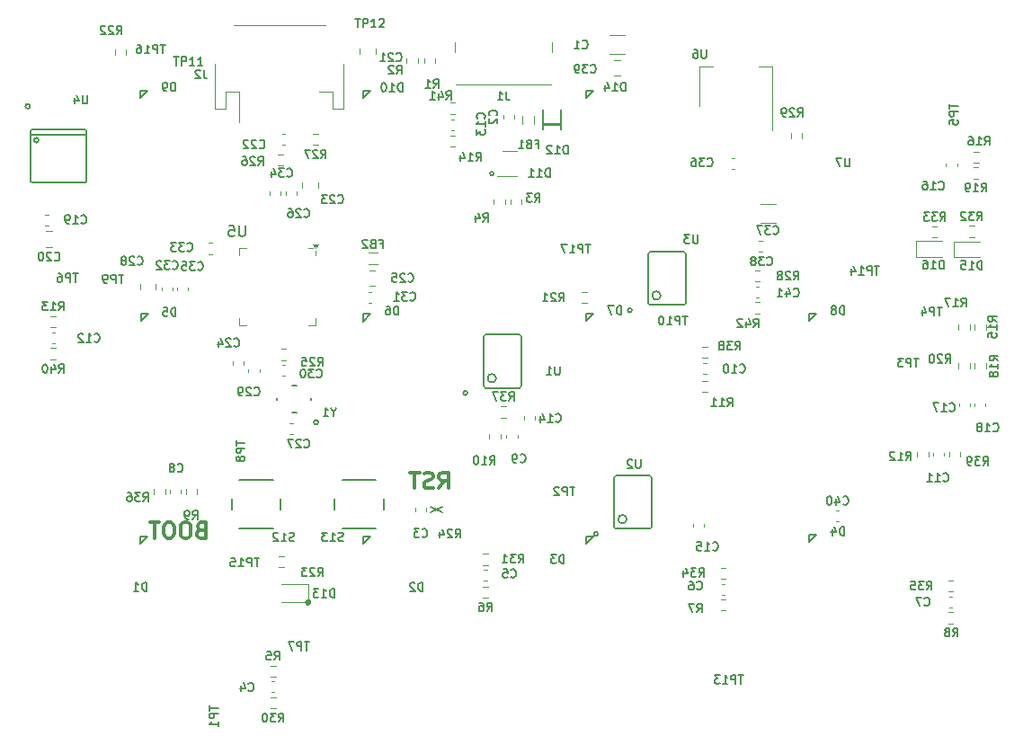
<source format=gbo>
G04 #@! TF.GenerationSoftware,KiCad,Pcbnew,8.0.7*
G04 #@! TF.CreationDate,2025-01-08T02:37:30+02:00*
G04 #@! TF.ProjectId,000018 PGKB,30303030-3138-4205-9047-4b422e6b6963,3.0*
G04 #@! TF.SameCoordinates,Original*
G04 #@! TF.FileFunction,Legend,Bot*
G04 #@! TF.FilePolarity,Positive*
%FSLAX46Y46*%
G04 Gerber Fmt 4.6, Leading zero omitted, Abs format (unit mm)*
G04 Created by KiCad (PCBNEW 8.0.7) date 2025-01-08 02:37:30*
%MOMM*%
%LPD*%
G01*
G04 APERTURE LIST*
%ADD10C,0.300000*%
%ADD11C,0.150000*%
%ADD12C,0.120000*%
%ADD13C,0.127000*%
%ADD14C,0.000000*%
%ADD15C,0.200000*%
%ADD16C,0.250000*%
G04 APERTURE END LIST*
D10*
X83338346Y-148700828D02*
X83838346Y-147986542D01*
X84195489Y-148700828D02*
X84195489Y-147200828D01*
X84195489Y-147200828D02*
X83624060Y-147200828D01*
X83624060Y-147200828D02*
X83481203Y-147272257D01*
X83481203Y-147272257D02*
X83409774Y-147343685D01*
X83409774Y-147343685D02*
X83338346Y-147486542D01*
X83338346Y-147486542D02*
X83338346Y-147700828D01*
X83338346Y-147700828D02*
X83409774Y-147843685D01*
X83409774Y-147843685D02*
X83481203Y-147915114D01*
X83481203Y-147915114D02*
X83624060Y-147986542D01*
X83624060Y-147986542D02*
X84195489Y-147986542D01*
X82766917Y-148629400D02*
X82552632Y-148700828D01*
X82552632Y-148700828D02*
X82195489Y-148700828D01*
X82195489Y-148700828D02*
X82052632Y-148629400D01*
X82052632Y-148629400D02*
X81981203Y-148557971D01*
X81981203Y-148557971D02*
X81909774Y-148415114D01*
X81909774Y-148415114D02*
X81909774Y-148272257D01*
X81909774Y-148272257D02*
X81981203Y-148129400D01*
X81981203Y-148129400D02*
X82052632Y-148057971D01*
X82052632Y-148057971D02*
X82195489Y-147986542D01*
X82195489Y-147986542D02*
X82481203Y-147915114D01*
X82481203Y-147915114D02*
X82624060Y-147843685D01*
X82624060Y-147843685D02*
X82695489Y-147772257D01*
X82695489Y-147772257D02*
X82766917Y-147629400D01*
X82766917Y-147629400D02*
X82766917Y-147486542D01*
X82766917Y-147486542D02*
X82695489Y-147343685D01*
X82695489Y-147343685D02*
X82624060Y-147272257D01*
X82624060Y-147272257D02*
X82481203Y-147200828D01*
X82481203Y-147200828D02*
X82124060Y-147200828D01*
X82124060Y-147200828D02*
X81909774Y-147272257D01*
X81481203Y-147200828D02*
X80624061Y-147200828D01*
X81052632Y-148700828D02*
X81052632Y-147200828D01*
X60895489Y-152615114D02*
X60681203Y-152686542D01*
X60681203Y-152686542D02*
X60609774Y-152757971D01*
X60609774Y-152757971D02*
X60538346Y-152900828D01*
X60538346Y-152900828D02*
X60538346Y-153115114D01*
X60538346Y-153115114D02*
X60609774Y-153257971D01*
X60609774Y-153257971D02*
X60681203Y-153329400D01*
X60681203Y-153329400D02*
X60824060Y-153400828D01*
X60824060Y-153400828D02*
X61395489Y-153400828D01*
X61395489Y-153400828D02*
X61395489Y-151900828D01*
X61395489Y-151900828D02*
X60895489Y-151900828D01*
X60895489Y-151900828D02*
X60752632Y-151972257D01*
X60752632Y-151972257D02*
X60681203Y-152043685D01*
X60681203Y-152043685D02*
X60609774Y-152186542D01*
X60609774Y-152186542D02*
X60609774Y-152329400D01*
X60609774Y-152329400D02*
X60681203Y-152472257D01*
X60681203Y-152472257D02*
X60752632Y-152543685D01*
X60752632Y-152543685D02*
X60895489Y-152615114D01*
X60895489Y-152615114D02*
X61395489Y-152615114D01*
X59609774Y-151900828D02*
X59324060Y-151900828D01*
X59324060Y-151900828D02*
X59181203Y-151972257D01*
X59181203Y-151972257D02*
X59038346Y-152115114D01*
X59038346Y-152115114D02*
X58966917Y-152400828D01*
X58966917Y-152400828D02*
X58966917Y-152900828D01*
X58966917Y-152900828D02*
X59038346Y-153186542D01*
X59038346Y-153186542D02*
X59181203Y-153329400D01*
X59181203Y-153329400D02*
X59324060Y-153400828D01*
X59324060Y-153400828D02*
X59609774Y-153400828D01*
X59609774Y-153400828D02*
X59752632Y-153329400D01*
X59752632Y-153329400D02*
X59895489Y-153186542D01*
X59895489Y-153186542D02*
X59966917Y-152900828D01*
X59966917Y-152900828D02*
X59966917Y-152400828D01*
X59966917Y-152400828D02*
X59895489Y-152115114D01*
X59895489Y-152115114D02*
X59752632Y-151972257D01*
X59752632Y-151972257D02*
X59609774Y-151900828D01*
X58038345Y-151900828D02*
X57752631Y-151900828D01*
X57752631Y-151900828D02*
X57609774Y-151972257D01*
X57609774Y-151972257D02*
X57466917Y-152115114D01*
X57466917Y-152115114D02*
X57395488Y-152400828D01*
X57395488Y-152400828D02*
X57395488Y-152900828D01*
X57395488Y-152900828D02*
X57466917Y-153186542D01*
X57466917Y-153186542D02*
X57609774Y-153329400D01*
X57609774Y-153329400D02*
X57752631Y-153400828D01*
X57752631Y-153400828D02*
X58038345Y-153400828D01*
X58038345Y-153400828D02*
X58181203Y-153329400D01*
X58181203Y-153329400D02*
X58324060Y-153186542D01*
X58324060Y-153186542D02*
X58395488Y-152900828D01*
X58395488Y-152900828D02*
X58395488Y-152400828D01*
X58395488Y-152400828D02*
X58324060Y-152115114D01*
X58324060Y-152115114D02*
X58181203Y-151972257D01*
X58181203Y-151972257D02*
X58038345Y-151900828D01*
X56966916Y-151900828D02*
X56109774Y-151900828D01*
X56538345Y-153400828D02*
X56538345Y-151900828D01*
D11*
X114214285Y-127616104D02*
X114252381Y-127654200D01*
X114252381Y-127654200D02*
X114366666Y-127692295D01*
X114366666Y-127692295D02*
X114442857Y-127692295D01*
X114442857Y-127692295D02*
X114557143Y-127654200D01*
X114557143Y-127654200D02*
X114633333Y-127578009D01*
X114633333Y-127578009D02*
X114671428Y-127501819D01*
X114671428Y-127501819D02*
X114709524Y-127349438D01*
X114709524Y-127349438D02*
X114709524Y-127235152D01*
X114709524Y-127235152D02*
X114671428Y-127082771D01*
X114671428Y-127082771D02*
X114633333Y-127006580D01*
X114633333Y-127006580D02*
X114557143Y-126930390D01*
X114557143Y-126930390D02*
X114442857Y-126892295D01*
X114442857Y-126892295D02*
X114366666Y-126892295D01*
X114366666Y-126892295D02*
X114252381Y-126930390D01*
X114252381Y-126930390D02*
X114214285Y-126968485D01*
X113947619Y-126892295D02*
X113452381Y-126892295D01*
X113452381Y-126892295D02*
X113719047Y-127197057D01*
X113719047Y-127197057D02*
X113604762Y-127197057D01*
X113604762Y-127197057D02*
X113528571Y-127235152D01*
X113528571Y-127235152D02*
X113490476Y-127273247D01*
X113490476Y-127273247D02*
X113452381Y-127349438D01*
X113452381Y-127349438D02*
X113452381Y-127539914D01*
X113452381Y-127539914D02*
X113490476Y-127616104D01*
X113490476Y-127616104D02*
X113528571Y-127654200D01*
X113528571Y-127654200D02*
X113604762Y-127692295D01*
X113604762Y-127692295D02*
X113833333Y-127692295D01*
X113833333Y-127692295D02*
X113909524Y-127654200D01*
X113909524Y-127654200D02*
X113947619Y-127616104D01*
X112995238Y-127235152D02*
X113071428Y-127197057D01*
X113071428Y-127197057D02*
X113109523Y-127158961D01*
X113109523Y-127158961D02*
X113147619Y-127082771D01*
X113147619Y-127082771D02*
X113147619Y-127044676D01*
X113147619Y-127044676D02*
X113109523Y-126968485D01*
X113109523Y-126968485D02*
X113071428Y-126930390D01*
X113071428Y-126930390D02*
X112995238Y-126892295D01*
X112995238Y-126892295D02*
X112842857Y-126892295D01*
X112842857Y-126892295D02*
X112766666Y-126930390D01*
X112766666Y-126930390D02*
X112728571Y-126968485D01*
X112728571Y-126968485D02*
X112690476Y-127044676D01*
X112690476Y-127044676D02*
X112690476Y-127082771D01*
X112690476Y-127082771D02*
X112728571Y-127158961D01*
X112728571Y-127158961D02*
X112766666Y-127197057D01*
X112766666Y-127197057D02*
X112842857Y-127235152D01*
X112842857Y-127235152D02*
X112995238Y-127235152D01*
X112995238Y-127235152D02*
X113071428Y-127273247D01*
X113071428Y-127273247D02*
X113109523Y-127311342D01*
X113109523Y-127311342D02*
X113147619Y-127387533D01*
X113147619Y-127387533D02*
X113147619Y-127539914D01*
X113147619Y-127539914D02*
X113109523Y-127616104D01*
X113109523Y-127616104D02*
X113071428Y-127654200D01*
X113071428Y-127654200D02*
X112995238Y-127692295D01*
X112995238Y-127692295D02*
X112842857Y-127692295D01*
X112842857Y-127692295D02*
X112766666Y-127654200D01*
X112766666Y-127654200D02*
X112728571Y-127616104D01*
X112728571Y-127616104D02*
X112690476Y-127539914D01*
X112690476Y-127539914D02*
X112690476Y-127387533D01*
X112690476Y-127387533D02*
X112728571Y-127311342D01*
X112728571Y-127311342D02*
X112766666Y-127273247D01*
X112766666Y-127273247D02*
X112842857Y-127235152D01*
X61714295Y-169190476D02*
X61714295Y-169647619D01*
X62514295Y-169419047D02*
X61714295Y-169419047D01*
X62514295Y-169914286D02*
X61714295Y-169914286D01*
X61714295Y-169914286D02*
X61714295Y-170219048D01*
X61714295Y-170219048D02*
X61752390Y-170295238D01*
X61752390Y-170295238D02*
X61790485Y-170333333D01*
X61790485Y-170333333D02*
X61866676Y-170371429D01*
X61866676Y-170371429D02*
X61980961Y-170371429D01*
X61980961Y-170371429D02*
X62057152Y-170333333D01*
X62057152Y-170333333D02*
X62095247Y-170295238D01*
X62095247Y-170295238D02*
X62133342Y-170219048D01*
X62133342Y-170219048D02*
X62133342Y-169914286D01*
X62514295Y-171133333D02*
X62514295Y-170676190D01*
X62514295Y-170904762D02*
X61714295Y-170904762D01*
X61714295Y-170904762D02*
X61828580Y-170828571D01*
X61828580Y-170828571D02*
X61904771Y-170752381D01*
X61904771Y-170752381D02*
X61942866Y-170676190D01*
X58359523Y-108062295D02*
X58816666Y-108062295D01*
X58588094Y-108862295D02*
X58588094Y-108062295D01*
X59083333Y-108862295D02*
X59083333Y-108062295D01*
X59083333Y-108062295D02*
X59388095Y-108062295D01*
X59388095Y-108062295D02*
X59464285Y-108100390D01*
X59464285Y-108100390D02*
X59502380Y-108138485D01*
X59502380Y-108138485D02*
X59540476Y-108214676D01*
X59540476Y-108214676D02*
X59540476Y-108328961D01*
X59540476Y-108328961D02*
X59502380Y-108405152D01*
X59502380Y-108405152D02*
X59464285Y-108443247D01*
X59464285Y-108443247D02*
X59388095Y-108481342D01*
X59388095Y-108481342D02*
X59083333Y-108481342D01*
X60302380Y-108862295D02*
X59845237Y-108862295D01*
X60073809Y-108862295D02*
X60073809Y-108062295D01*
X60073809Y-108062295D02*
X59997618Y-108176580D01*
X59997618Y-108176580D02*
X59921428Y-108252771D01*
X59921428Y-108252771D02*
X59845237Y-108290866D01*
X61064285Y-108862295D02*
X60607142Y-108862295D01*
X60835714Y-108862295D02*
X60835714Y-108062295D01*
X60835714Y-108062295D02*
X60759523Y-108176580D01*
X60759523Y-108176580D02*
X60683333Y-108252771D01*
X60683333Y-108252771D02*
X60607142Y-108290866D01*
X80614285Y-130936104D02*
X80652381Y-130974200D01*
X80652381Y-130974200D02*
X80766666Y-131012295D01*
X80766666Y-131012295D02*
X80842857Y-131012295D01*
X80842857Y-131012295D02*
X80957143Y-130974200D01*
X80957143Y-130974200D02*
X81033333Y-130898009D01*
X81033333Y-130898009D02*
X81071428Y-130821819D01*
X81071428Y-130821819D02*
X81109524Y-130669438D01*
X81109524Y-130669438D02*
X81109524Y-130555152D01*
X81109524Y-130555152D02*
X81071428Y-130402771D01*
X81071428Y-130402771D02*
X81033333Y-130326580D01*
X81033333Y-130326580D02*
X80957143Y-130250390D01*
X80957143Y-130250390D02*
X80842857Y-130212295D01*
X80842857Y-130212295D02*
X80766666Y-130212295D01*
X80766666Y-130212295D02*
X80652381Y-130250390D01*
X80652381Y-130250390D02*
X80614285Y-130288485D01*
X80347619Y-130212295D02*
X79852381Y-130212295D01*
X79852381Y-130212295D02*
X80119047Y-130517057D01*
X80119047Y-130517057D02*
X80004762Y-130517057D01*
X80004762Y-130517057D02*
X79928571Y-130555152D01*
X79928571Y-130555152D02*
X79890476Y-130593247D01*
X79890476Y-130593247D02*
X79852381Y-130669438D01*
X79852381Y-130669438D02*
X79852381Y-130859914D01*
X79852381Y-130859914D02*
X79890476Y-130936104D01*
X79890476Y-130936104D02*
X79928571Y-130974200D01*
X79928571Y-130974200D02*
X80004762Y-131012295D01*
X80004762Y-131012295D02*
X80233333Y-131012295D01*
X80233333Y-131012295D02*
X80309524Y-130974200D01*
X80309524Y-130974200D02*
X80347619Y-130936104D01*
X79090476Y-131012295D02*
X79547619Y-131012295D01*
X79319047Y-131012295D02*
X79319047Y-130212295D01*
X79319047Y-130212295D02*
X79395238Y-130326580D01*
X79395238Y-130326580D02*
X79471428Y-130402771D01*
X79471428Y-130402771D02*
X79547619Y-130440866D01*
X102308207Y-145994295D02*
X102308207Y-146641914D01*
X102308207Y-146641914D02*
X102270112Y-146718104D01*
X102270112Y-146718104D02*
X102232017Y-146756200D01*
X102232017Y-146756200D02*
X102155826Y-146794295D01*
X102155826Y-146794295D02*
X102003445Y-146794295D01*
X102003445Y-146794295D02*
X101927255Y-146756200D01*
X101927255Y-146756200D02*
X101889160Y-146718104D01*
X101889160Y-146718104D02*
X101851064Y-146641914D01*
X101851064Y-146641914D02*
X101851064Y-145994295D01*
X101508208Y-146070485D02*
X101470112Y-146032390D01*
X101470112Y-146032390D02*
X101393922Y-145994295D01*
X101393922Y-145994295D02*
X101203446Y-145994295D01*
X101203446Y-145994295D02*
X101127255Y-146032390D01*
X101127255Y-146032390D02*
X101089160Y-146070485D01*
X101089160Y-146070485D02*
X101051065Y-146146676D01*
X101051065Y-146146676D02*
X101051065Y-146222866D01*
X101051065Y-146222866D02*
X101089160Y-146337152D01*
X101089160Y-146337152D02*
X101546303Y-146794295D01*
X101546303Y-146794295D02*
X101051065Y-146794295D01*
X108509523Y-107362295D02*
X108509523Y-108009914D01*
X108509523Y-108009914D02*
X108471428Y-108086104D01*
X108471428Y-108086104D02*
X108433333Y-108124200D01*
X108433333Y-108124200D02*
X108357142Y-108162295D01*
X108357142Y-108162295D02*
X108204761Y-108162295D01*
X108204761Y-108162295D02*
X108128571Y-108124200D01*
X108128571Y-108124200D02*
X108090476Y-108086104D01*
X108090476Y-108086104D02*
X108052380Y-108009914D01*
X108052380Y-108009914D02*
X108052380Y-107362295D01*
X107328571Y-107362295D02*
X107480952Y-107362295D01*
X107480952Y-107362295D02*
X107557143Y-107400390D01*
X107557143Y-107400390D02*
X107595238Y-107438485D01*
X107595238Y-107438485D02*
X107671428Y-107552771D01*
X107671428Y-107552771D02*
X107709524Y-107705152D01*
X107709524Y-107705152D02*
X107709524Y-108009914D01*
X107709524Y-108009914D02*
X107671428Y-108086104D01*
X107671428Y-108086104D02*
X107633333Y-108124200D01*
X107633333Y-108124200D02*
X107557143Y-108162295D01*
X107557143Y-108162295D02*
X107404762Y-108162295D01*
X107404762Y-108162295D02*
X107328571Y-108124200D01*
X107328571Y-108124200D02*
X107290476Y-108086104D01*
X107290476Y-108086104D02*
X107252381Y-108009914D01*
X107252381Y-108009914D02*
X107252381Y-107819438D01*
X107252381Y-107819438D02*
X107290476Y-107743247D01*
X107290476Y-107743247D02*
X107328571Y-107705152D01*
X107328571Y-107705152D02*
X107404762Y-107667057D01*
X107404762Y-107667057D02*
X107557143Y-107667057D01*
X107557143Y-107667057D02*
X107633333Y-107705152D01*
X107633333Y-107705152D02*
X107671428Y-107743247D01*
X107671428Y-107743247D02*
X107709524Y-107819438D01*
X92333332Y-121712295D02*
X92599999Y-121331342D01*
X92790475Y-121712295D02*
X92790475Y-120912295D01*
X92790475Y-120912295D02*
X92485713Y-120912295D01*
X92485713Y-120912295D02*
X92409523Y-120950390D01*
X92409523Y-120950390D02*
X92371428Y-120988485D01*
X92371428Y-120988485D02*
X92333332Y-121064676D01*
X92333332Y-121064676D02*
X92333332Y-121178961D01*
X92333332Y-121178961D02*
X92371428Y-121255152D01*
X92371428Y-121255152D02*
X92409523Y-121293247D01*
X92409523Y-121293247D02*
X92485713Y-121331342D01*
X92485713Y-121331342D02*
X92790475Y-121331342D01*
X92066666Y-120912295D02*
X91571428Y-120912295D01*
X91571428Y-120912295D02*
X91838094Y-121217057D01*
X91838094Y-121217057D02*
X91723809Y-121217057D01*
X91723809Y-121217057D02*
X91647618Y-121255152D01*
X91647618Y-121255152D02*
X91609523Y-121293247D01*
X91609523Y-121293247D02*
X91571428Y-121369438D01*
X91571428Y-121369438D02*
X91571428Y-121559914D01*
X91571428Y-121559914D02*
X91609523Y-121636104D01*
X91609523Y-121636104D02*
X91647618Y-121674200D01*
X91647618Y-121674200D02*
X91723809Y-121712295D01*
X91723809Y-121712295D02*
X91952380Y-121712295D01*
X91952380Y-121712295D02*
X92028571Y-121674200D01*
X92028571Y-121674200D02*
X92066666Y-121636104D01*
X110514285Y-140962295D02*
X110780952Y-140581342D01*
X110971428Y-140962295D02*
X110971428Y-140162295D01*
X110971428Y-140162295D02*
X110666666Y-140162295D01*
X110666666Y-140162295D02*
X110590476Y-140200390D01*
X110590476Y-140200390D02*
X110552381Y-140238485D01*
X110552381Y-140238485D02*
X110514285Y-140314676D01*
X110514285Y-140314676D02*
X110514285Y-140428961D01*
X110514285Y-140428961D02*
X110552381Y-140505152D01*
X110552381Y-140505152D02*
X110590476Y-140543247D01*
X110590476Y-140543247D02*
X110666666Y-140581342D01*
X110666666Y-140581342D02*
X110971428Y-140581342D01*
X109752381Y-140962295D02*
X110209524Y-140962295D01*
X109980952Y-140962295D02*
X109980952Y-140162295D01*
X109980952Y-140162295D02*
X110057143Y-140276580D01*
X110057143Y-140276580D02*
X110133333Y-140352771D01*
X110133333Y-140352771D02*
X110209524Y-140390866D01*
X108990476Y-140962295D02*
X109447619Y-140962295D01*
X109219047Y-140962295D02*
X109219047Y-140162295D01*
X109219047Y-140162295D02*
X109295238Y-140276580D01*
X109295238Y-140276580D02*
X109371428Y-140352771D01*
X109371428Y-140352771D02*
X109447619Y-140390866D01*
X75459523Y-104462295D02*
X75916666Y-104462295D01*
X75688094Y-105262295D02*
X75688094Y-104462295D01*
X76183333Y-105262295D02*
X76183333Y-104462295D01*
X76183333Y-104462295D02*
X76488095Y-104462295D01*
X76488095Y-104462295D02*
X76564285Y-104500390D01*
X76564285Y-104500390D02*
X76602380Y-104538485D01*
X76602380Y-104538485D02*
X76640476Y-104614676D01*
X76640476Y-104614676D02*
X76640476Y-104728961D01*
X76640476Y-104728961D02*
X76602380Y-104805152D01*
X76602380Y-104805152D02*
X76564285Y-104843247D01*
X76564285Y-104843247D02*
X76488095Y-104881342D01*
X76488095Y-104881342D02*
X76183333Y-104881342D01*
X77402380Y-105262295D02*
X76945237Y-105262295D01*
X77173809Y-105262295D02*
X77173809Y-104462295D01*
X77173809Y-104462295D02*
X77097618Y-104576580D01*
X77097618Y-104576580D02*
X77021428Y-104652771D01*
X77021428Y-104652771D02*
X76945237Y-104690866D01*
X77707142Y-104538485D02*
X77745238Y-104500390D01*
X77745238Y-104500390D02*
X77821428Y-104462295D01*
X77821428Y-104462295D02*
X78011904Y-104462295D01*
X78011904Y-104462295D02*
X78088095Y-104500390D01*
X78088095Y-104500390D02*
X78126190Y-104538485D01*
X78126190Y-104538485D02*
X78164285Y-104614676D01*
X78164285Y-104614676D02*
X78164285Y-104690866D01*
X78164285Y-104690866D02*
X78126190Y-104805152D01*
X78126190Y-104805152D02*
X77669047Y-105262295D01*
X77669047Y-105262295D02*
X78164285Y-105262295D01*
X49309523Y-128462295D02*
X48852380Y-128462295D01*
X49080952Y-129262295D02*
X49080952Y-128462295D01*
X48585713Y-129262295D02*
X48585713Y-128462295D01*
X48585713Y-128462295D02*
X48280951Y-128462295D01*
X48280951Y-128462295D02*
X48204761Y-128500390D01*
X48204761Y-128500390D02*
X48166666Y-128538485D01*
X48166666Y-128538485D02*
X48128570Y-128614676D01*
X48128570Y-128614676D02*
X48128570Y-128728961D01*
X48128570Y-128728961D02*
X48166666Y-128805152D01*
X48166666Y-128805152D02*
X48204761Y-128843247D01*
X48204761Y-128843247D02*
X48280951Y-128881342D01*
X48280951Y-128881342D02*
X48585713Y-128881342D01*
X47442856Y-128462295D02*
X47595237Y-128462295D01*
X47595237Y-128462295D02*
X47671428Y-128500390D01*
X47671428Y-128500390D02*
X47709523Y-128538485D01*
X47709523Y-128538485D02*
X47785713Y-128652771D01*
X47785713Y-128652771D02*
X47823809Y-128805152D01*
X47823809Y-128805152D02*
X47823809Y-129109914D01*
X47823809Y-129109914D02*
X47785713Y-129186104D01*
X47785713Y-129186104D02*
X47747618Y-129224200D01*
X47747618Y-129224200D02*
X47671428Y-129262295D01*
X47671428Y-129262295D02*
X47519047Y-129262295D01*
X47519047Y-129262295D02*
X47442856Y-129224200D01*
X47442856Y-129224200D02*
X47404761Y-129186104D01*
X47404761Y-129186104D02*
X47366666Y-129109914D01*
X47366666Y-129109914D02*
X47366666Y-128919438D01*
X47366666Y-128919438D02*
X47404761Y-128843247D01*
X47404761Y-128843247D02*
X47442856Y-128805152D01*
X47442856Y-128805152D02*
X47519047Y-128767057D01*
X47519047Y-128767057D02*
X47671428Y-128767057D01*
X47671428Y-128767057D02*
X47747618Y-128805152D01*
X47747618Y-128805152D02*
X47785713Y-128843247D01*
X47785713Y-128843247D02*
X47823809Y-128919438D01*
X127314285Y-146037295D02*
X127580952Y-145656342D01*
X127771428Y-146037295D02*
X127771428Y-145237295D01*
X127771428Y-145237295D02*
X127466666Y-145237295D01*
X127466666Y-145237295D02*
X127390476Y-145275390D01*
X127390476Y-145275390D02*
X127352381Y-145313485D01*
X127352381Y-145313485D02*
X127314285Y-145389676D01*
X127314285Y-145389676D02*
X127314285Y-145503961D01*
X127314285Y-145503961D02*
X127352381Y-145580152D01*
X127352381Y-145580152D02*
X127390476Y-145618247D01*
X127390476Y-145618247D02*
X127466666Y-145656342D01*
X127466666Y-145656342D02*
X127771428Y-145656342D01*
X126552381Y-146037295D02*
X127009524Y-146037295D01*
X126780952Y-146037295D02*
X126780952Y-145237295D01*
X126780952Y-145237295D02*
X126857143Y-145351580D01*
X126857143Y-145351580D02*
X126933333Y-145427771D01*
X126933333Y-145427771D02*
X127009524Y-145465866D01*
X126247619Y-145313485D02*
X126209523Y-145275390D01*
X126209523Y-145275390D02*
X126133333Y-145237295D01*
X126133333Y-145237295D02*
X125942857Y-145237295D01*
X125942857Y-145237295D02*
X125866666Y-145275390D01*
X125866666Y-145275390D02*
X125828571Y-145313485D01*
X125828571Y-145313485D02*
X125790476Y-145389676D01*
X125790476Y-145389676D02*
X125790476Y-145465866D01*
X125790476Y-145465866D02*
X125828571Y-145580152D01*
X125828571Y-145580152D02*
X126285714Y-146037295D01*
X126285714Y-146037295D02*
X125790476Y-146037295D01*
X100490475Y-132304795D02*
X100490475Y-131504795D01*
X100490475Y-131504795D02*
X100299999Y-131504795D01*
X100299999Y-131504795D02*
X100185713Y-131542890D01*
X100185713Y-131542890D02*
X100109523Y-131619080D01*
X100109523Y-131619080D02*
X100071428Y-131695271D01*
X100071428Y-131695271D02*
X100033332Y-131847652D01*
X100033332Y-131847652D02*
X100033332Y-131961938D01*
X100033332Y-131961938D02*
X100071428Y-132114319D01*
X100071428Y-132114319D02*
X100109523Y-132190509D01*
X100109523Y-132190509D02*
X100185713Y-132266700D01*
X100185713Y-132266700D02*
X100299999Y-132304795D01*
X100299999Y-132304795D02*
X100490475Y-132304795D01*
X99766666Y-131504795D02*
X99233332Y-131504795D01*
X99233332Y-131504795D02*
X99576190Y-132304795D01*
X134471428Y-128062295D02*
X134471428Y-127262295D01*
X134471428Y-127262295D02*
X134280952Y-127262295D01*
X134280952Y-127262295D02*
X134166666Y-127300390D01*
X134166666Y-127300390D02*
X134090476Y-127376580D01*
X134090476Y-127376580D02*
X134052381Y-127452771D01*
X134052381Y-127452771D02*
X134014285Y-127605152D01*
X134014285Y-127605152D02*
X134014285Y-127719438D01*
X134014285Y-127719438D02*
X134052381Y-127871819D01*
X134052381Y-127871819D02*
X134090476Y-127948009D01*
X134090476Y-127948009D02*
X134166666Y-128024200D01*
X134166666Y-128024200D02*
X134280952Y-128062295D01*
X134280952Y-128062295D02*
X134471428Y-128062295D01*
X133252381Y-128062295D02*
X133709524Y-128062295D01*
X133480952Y-128062295D02*
X133480952Y-127262295D01*
X133480952Y-127262295D02*
X133557143Y-127376580D01*
X133557143Y-127376580D02*
X133633333Y-127452771D01*
X133633333Y-127452771D02*
X133709524Y-127490866D01*
X132528571Y-127262295D02*
X132909523Y-127262295D01*
X132909523Y-127262295D02*
X132947619Y-127643247D01*
X132947619Y-127643247D02*
X132909523Y-127605152D01*
X132909523Y-127605152D02*
X132833333Y-127567057D01*
X132833333Y-127567057D02*
X132642857Y-127567057D01*
X132642857Y-127567057D02*
X132566666Y-127605152D01*
X132566666Y-127605152D02*
X132528571Y-127643247D01*
X132528571Y-127643247D02*
X132490476Y-127719438D01*
X132490476Y-127719438D02*
X132490476Y-127909914D01*
X132490476Y-127909914D02*
X132528571Y-127986104D01*
X132528571Y-127986104D02*
X132566666Y-128024200D01*
X132566666Y-128024200D02*
X132642857Y-128062295D01*
X132642857Y-128062295D02*
X132833333Y-128062295D01*
X132833333Y-128062295D02*
X132909523Y-128024200D01*
X132909523Y-128024200D02*
X132947619Y-127986104D01*
X86814285Y-117862295D02*
X87080952Y-117481342D01*
X87271428Y-117862295D02*
X87271428Y-117062295D01*
X87271428Y-117062295D02*
X86966666Y-117062295D01*
X86966666Y-117062295D02*
X86890476Y-117100390D01*
X86890476Y-117100390D02*
X86852381Y-117138485D01*
X86852381Y-117138485D02*
X86814285Y-117214676D01*
X86814285Y-117214676D02*
X86814285Y-117328961D01*
X86814285Y-117328961D02*
X86852381Y-117405152D01*
X86852381Y-117405152D02*
X86890476Y-117443247D01*
X86890476Y-117443247D02*
X86966666Y-117481342D01*
X86966666Y-117481342D02*
X87271428Y-117481342D01*
X86052381Y-117862295D02*
X86509524Y-117862295D01*
X86280952Y-117862295D02*
X86280952Y-117062295D01*
X86280952Y-117062295D02*
X86357143Y-117176580D01*
X86357143Y-117176580D02*
X86433333Y-117252771D01*
X86433333Y-117252771D02*
X86509524Y-117290866D01*
X85366666Y-117328961D02*
X85366666Y-117862295D01*
X85557142Y-117024200D02*
X85747619Y-117595628D01*
X85747619Y-117595628D02*
X85252380Y-117595628D01*
X121381568Y-150176819D02*
X121419664Y-150214915D01*
X121419664Y-150214915D02*
X121533949Y-150253010D01*
X121533949Y-150253010D02*
X121610140Y-150253010D01*
X121610140Y-150253010D02*
X121724426Y-150214915D01*
X121724426Y-150214915D02*
X121800616Y-150138724D01*
X121800616Y-150138724D02*
X121838711Y-150062534D01*
X121838711Y-150062534D02*
X121876807Y-149910153D01*
X121876807Y-149910153D02*
X121876807Y-149795867D01*
X121876807Y-149795867D02*
X121838711Y-149643486D01*
X121838711Y-149643486D02*
X121800616Y-149567295D01*
X121800616Y-149567295D02*
X121724426Y-149491105D01*
X121724426Y-149491105D02*
X121610140Y-149453010D01*
X121610140Y-149453010D02*
X121533949Y-149453010D01*
X121533949Y-149453010D02*
X121419664Y-149491105D01*
X121419664Y-149491105D02*
X121381568Y-149529200D01*
X120695854Y-149719676D02*
X120695854Y-150253010D01*
X120886330Y-149414915D02*
X121076807Y-149986343D01*
X121076807Y-149986343D02*
X120581568Y-149986343D01*
X120124425Y-149453010D02*
X120048235Y-149453010D01*
X120048235Y-149453010D02*
X119972044Y-149491105D01*
X119972044Y-149491105D02*
X119933949Y-149529200D01*
X119933949Y-149529200D02*
X119895854Y-149605391D01*
X119895854Y-149605391D02*
X119857759Y-149757772D01*
X119857759Y-149757772D02*
X119857759Y-149948248D01*
X119857759Y-149948248D02*
X119895854Y-150100629D01*
X119895854Y-150100629D02*
X119933949Y-150176819D01*
X119933949Y-150176819D02*
X119972044Y-150214915D01*
X119972044Y-150214915D02*
X120048235Y-150253010D01*
X120048235Y-150253010D02*
X120124425Y-150253010D01*
X120124425Y-150253010D02*
X120200616Y-150214915D01*
X120200616Y-150214915D02*
X120238711Y-150176819D01*
X120238711Y-150176819D02*
X120276806Y-150100629D01*
X120276806Y-150100629D02*
X120314902Y-149948248D01*
X120314902Y-149948248D02*
X120314902Y-149757772D01*
X120314902Y-149757772D02*
X120276806Y-149605391D01*
X120276806Y-149605391D02*
X120238711Y-149529200D01*
X120238711Y-149529200D02*
X120200616Y-149491105D01*
X120200616Y-149491105D02*
X120124425Y-149453010D01*
X79330852Y-109675337D02*
X79597519Y-109294384D01*
X79787995Y-109675337D02*
X79787995Y-108875337D01*
X79787995Y-108875337D02*
X79483233Y-108875337D01*
X79483233Y-108875337D02*
X79407043Y-108913432D01*
X79407043Y-108913432D02*
X79368948Y-108951527D01*
X79368948Y-108951527D02*
X79330852Y-109027718D01*
X79330852Y-109027718D02*
X79330852Y-109142003D01*
X79330852Y-109142003D02*
X79368948Y-109218194D01*
X79368948Y-109218194D02*
X79407043Y-109256289D01*
X79407043Y-109256289D02*
X79483233Y-109294384D01*
X79483233Y-109294384D02*
X79787995Y-109294384D01*
X79026091Y-108951527D02*
X78987995Y-108913432D01*
X78987995Y-108913432D02*
X78911805Y-108875337D01*
X78911805Y-108875337D02*
X78721329Y-108875337D01*
X78721329Y-108875337D02*
X78645138Y-108913432D01*
X78645138Y-108913432D02*
X78607043Y-108951527D01*
X78607043Y-108951527D02*
X78568948Y-109027718D01*
X78568948Y-109027718D02*
X78568948Y-109103908D01*
X78568948Y-109103908D02*
X78607043Y-109218194D01*
X78607043Y-109218194D02*
X79064186Y-109675337D01*
X79064186Y-109675337D02*
X78568948Y-109675337D01*
X66390476Y-155262295D02*
X65933333Y-155262295D01*
X66161905Y-156062295D02*
X66161905Y-155262295D01*
X65666666Y-156062295D02*
X65666666Y-155262295D01*
X65666666Y-155262295D02*
X65361904Y-155262295D01*
X65361904Y-155262295D02*
X65285714Y-155300390D01*
X65285714Y-155300390D02*
X65247619Y-155338485D01*
X65247619Y-155338485D02*
X65209523Y-155414676D01*
X65209523Y-155414676D02*
X65209523Y-155528961D01*
X65209523Y-155528961D02*
X65247619Y-155605152D01*
X65247619Y-155605152D02*
X65285714Y-155643247D01*
X65285714Y-155643247D02*
X65361904Y-155681342D01*
X65361904Y-155681342D02*
X65666666Y-155681342D01*
X64447619Y-156062295D02*
X64904762Y-156062295D01*
X64676190Y-156062295D02*
X64676190Y-155262295D01*
X64676190Y-155262295D02*
X64752381Y-155376580D01*
X64752381Y-155376580D02*
X64828571Y-155452771D01*
X64828571Y-155452771D02*
X64904762Y-155490866D01*
X63723809Y-155262295D02*
X64104761Y-155262295D01*
X64104761Y-155262295D02*
X64142857Y-155643247D01*
X64142857Y-155643247D02*
X64104761Y-155605152D01*
X64104761Y-155605152D02*
X64028571Y-155567057D01*
X64028571Y-155567057D02*
X63838095Y-155567057D01*
X63838095Y-155567057D02*
X63761904Y-155605152D01*
X63761904Y-155605152D02*
X63723809Y-155643247D01*
X63723809Y-155643247D02*
X63685714Y-155719438D01*
X63685714Y-155719438D02*
X63685714Y-155909914D01*
X63685714Y-155909914D02*
X63723809Y-155986104D01*
X63723809Y-155986104D02*
X63761904Y-156024200D01*
X63761904Y-156024200D02*
X63838095Y-156062295D01*
X63838095Y-156062295D02*
X64028571Y-156062295D01*
X64028571Y-156062295D02*
X64104761Y-156024200D01*
X64104761Y-156024200D02*
X64142857Y-155986104D01*
X59614285Y-126286104D02*
X59652381Y-126324200D01*
X59652381Y-126324200D02*
X59766666Y-126362295D01*
X59766666Y-126362295D02*
X59842857Y-126362295D01*
X59842857Y-126362295D02*
X59957143Y-126324200D01*
X59957143Y-126324200D02*
X60033333Y-126248009D01*
X60033333Y-126248009D02*
X60071428Y-126171819D01*
X60071428Y-126171819D02*
X60109524Y-126019438D01*
X60109524Y-126019438D02*
X60109524Y-125905152D01*
X60109524Y-125905152D02*
X60071428Y-125752771D01*
X60071428Y-125752771D02*
X60033333Y-125676580D01*
X60033333Y-125676580D02*
X59957143Y-125600390D01*
X59957143Y-125600390D02*
X59842857Y-125562295D01*
X59842857Y-125562295D02*
X59766666Y-125562295D01*
X59766666Y-125562295D02*
X59652381Y-125600390D01*
X59652381Y-125600390D02*
X59614285Y-125638485D01*
X59347619Y-125562295D02*
X58852381Y-125562295D01*
X58852381Y-125562295D02*
X59119047Y-125867057D01*
X59119047Y-125867057D02*
X59004762Y-125867057D01*
X59004762Y-125867057D02*
X58928571Y-125905152D01*
X58928571Y-125905152D02*
X58890476Y-125943247D01*
X58890476Y-125943247D02*
X58852381Y-126019438D01*
X58852381Y-126019438D02*
X58852381Y-126209914D01*
X58852381Y-126209914D02*
X58890476Y-126286104D01*
X58890476Y-126286104D02*
X58928571Y-126324200D01*
X58928571Y-126324200D02*
X59004762Y-126362295D01*
X59004762Y-126362295D02*
X59233333Y-126362295D01*
X59233333Y-126362295D02*
X59309524Y-126324200D01*
X59309524Y-126324200D02*
X59347619Y-126286104D01*
X58585714Y-125562295D02*
X58090476Y-125562295D01*
X58090476Y-125562295D02*
X58357142Y-125867057D01*
X58357142Y-125867057D02*
X58242857Y-125867057D01*
X58242857Y-125867057D02*
X58166666Y-125905152D01*
X58166666Y-125905152D02*
X58128571Y-125943247D01*
X58128571Y-125943247D02*
X58090476Y-126019438D01*
X58090476Y-126019438D02*
X58090476Y-126209914D01*
X58090476Y-126209914D02*
X58128571Y-126286104D01*
X58128571Y-126286104D02*
X58166666Y-126324200D01*
X58166666Y-126324200D02*
X58242857Y-126362295D01*
X58242857Y-126362295D02*
X58471428Y-126362295D01*
X58471428Y-126362295D02*
X58547619Y-126324200D01*
X58547619Y-126324200D02*
X58585714Y-126286104D01*
X60614285Y-128086104D02*
X60652381Y-128124200D01*
X60652381Y-128124200D02*
X60766666Y-128162295D01*
X60766666Y-128162295D02*
X60842857Y-128162295D01*
X60842857Y-128162295D02*
X60957143Y-128124200D01*
X60957143Y-128124200D02*
X61033333Y-128048009D01*
X61033333Y-128048009D02*
X61071428Y-127971819D01*
X61071428Y-127971819D02*
X61109524Y-127819438D01*
X61109524Y-127819438D02*
X61109524Y-127705152D01*
X61109524Y-127705152D02*
X61071428Y-127552771D01*
X61071428Y-127552771D02*
X61033333Y-127476580D01*
X61033333Y-127476580D02*
X60957143Y-127400390D01*
X60957143Y-127400390D02*
X60842857Y-127362295D01*
X60842857Y-127362295D02*
X60766666Y-127362295D01*
X60766666Y-127362295D02*
X60652381Y-127400390D01*
X60652381Y-127400390D02*
X60614285Y-127438485D01*
X60347619Y-127362295D02*
X59852381Y-127362295D01*
X59852381Y-127362295D02*
X60119047Y-127667057D01*
X60119047Y-127667057D02*
X60004762Y-127667057D01*
X60004762Y-127667057D02*
X59928571Y-127705152D01*
X59928571Y-127705152D02*
X59890476Y-127743247D01*
X59890476Y-127743247D02*
X59852381Y-127819438D01*
X59852381Y-127819438D02*
X59852381Y-128009914D01*
X59852381Y-128009914D02*
X59890476Y-128086104D01*
X59890476Y-128086104D02*
X59928571Y-128124200D01*
X59928571Y-128124200D02*
X60004762Y-128162295D01*
X60004762Y-128162295D02*
X60233333Y-128162295D01*
X60233333Y-128162295D02*
X60309524Y-128124200D01*
X60309524Y-128124200D02*
X60347619Y-128086104D01*
X59128571Y-127362295D02*
X59509523Y-127362295D01*
X59509523Y-127362295D02*
X59547619Y-127743247D01*
X59547619Y-127743247D02*
X59509523Y-127705152D01*
X59509523Y-127705152D02*
X59433333Y-127667057D01*
X59433333Y-127667057D02*
X59242857Y-127667057D01*
X59242857Y-127667057D02*
X59166666Y-127705152D01*
X59166666Y-127705152D02*
X59128571Y-127743247D01*
X59128571Y-127743247D02*
X59090476Y-127819438D01*
X59090476Y-127819438D02*
X59090476Y-128009914D01*
X59090476Y-128009914D02*
X59128571Y-128086104D01*
X59128571Y-128086104D02*
X59166666Y-128124200D01*
X59166666Y-128124200D02*
X59242857Y-128162295D01*
X59242857Y-128162295D02*
X59433333Y-128162295D01*
X59433333Y-128162295D02*
X59509523Y-128124200D01*
X59509523Y-128124200D02*
X59547619Y-128086104D01*
X130877142Y-128012151D02*
X130877142Y-127212151D01*
X130877142Y-127212151D02*
X130686666Y-127212151D01*
X130686666Y-127212151D02*
X130572380Y-127250246D01*
X130572380Y-127250246D02*
X130496190Y-127326436D01*
X130496190Y-127326436D02*
X130458095Y-127402627D01*
X130458095Y-127402627D02*
X130419999Y-127555008D01*
X130419999Y-127555008D02*
X130419999Y-127669294D01*
X130419999Y-127669294D02*
X130458095Y-127821675D01*
X130458095Y-127821675D02*
X130496190Y-127897865D01*
X130496190Y-127897865D02*
X130572380Y-127974056D01*
X130572380Y-127974056D02*
X130686666Y-128012151D01*
X130686666Y-128012151D02*
X130877142Y-128012151D01*
X129658095Y-128012151D02*
X130115238Y-128012151D01*
X129886666Y-128012151D02*
X129886666Y-127212151D01*
X129886666Y-127212151D02*
X129962857Y-127326436D01*
X129962857Y-127326436D02*
X130039047Y-127402627D01*
X130039047Y-127402627D02*
X130115238Y-127440722D01*
X128972380Y-127212151D02*
X129124761Y-127212151D01*
X129124761Y-127212151D02*
X129200952Y-127250246D01*
X129200952Y-127250246D02*
X129239047Y-127288341D01*
X129239047Y-127288341D02*
X129315237Y-127402627D01*
X129315237Y-127402627D02*
X129353333Y-127555008D01*
X129353333Y-127555008D02*
X129353333Y-127859770D01*
X129353333Y-127859770D02*
X129315237Y-127935960D01*
X129315237Y-127935960D02*
X129277142Y-127974056D01*
X129277142Y-127974056D02*
X129200952Y-128012151D01*
X129200952Y-128012151D02*
X129048571Y-128012151D01*
X129048571Y-128012151D02*
X128972380Y-127974056D01*
X128972380Y-127974056D02*
X128934285Y-127935960D01*
X128934285Y-127935960D02*
X128896190Y-127859770D01*
X128896190Y-127859770D02*
X128896190Y-127669294D01*
X128896190Y-127669294D02*
X128934285Y-127593103D01*
X128934285Y-127593103D02*
X128972380Y-127555008D01*
X128972380Y-127555008D02*
X129048571Y-127516913D01*
X129048571Y-127516913D02*
X129200952Y-127516913D01*
X129200952Y-127516913D02*
X129277142Y-127555008D01*
X129277142Y-127555008D02*
X129315237Y-127593103D01*
X129315237Y-127593103D02*
X129353333Y-127669294D01*
X90983332Y-146186104D02*
X91021428Y-146224200D01*
X91021428Y-146224200D02*
X91135713Y-146262295D01*
X91135713Y-146262295D02*
X91211904Y-146262295D01*
X91211904Y-146262295D02*
X91326190Y-146224200D01*
X91326190Y-146224200D02*
X91402380Y-146148009D01*
X91402380Y-146148009D02*
X91440475Y-146071819D01*
X91440475Y-146071819D02*
X91478571Y-145919438D01*
X91478571Y-145919438D02*
X91478571Y-145805152D01*
X91478571Y-145805152D02*
X91440475Y-145652771D01*
X91440475Y-145652771D02*
X91402380Y-145576580D01*
X91402380Y-145576580D02*
X91326190Y-145500390D01*
X91326190Y-145500390D02*
X91211904Y-145462295D01*
X91211904Y-145462295D02*
X91135713Y-145462295D01*
X91135713Y-145462295D02*
X91021428Y-145500390D01*
X91021428Y-145500390D02*
X90983332Y-145538485D01*
X90602380Y-146262295D02*
X90449999Y-146262295D01*
X90449999Y-146262295D02*
X90373809Y-146224200D01*
X90373809Y-146224200D02*
X90335713Y-146186104D01*
X90335713Y-146186104D02*
X90259523Y-146071819D01*
X90259523Y-146071819D02*
X90221428Y-145919438D01*
X90221428Y-145919438D02*
X90221428Y-145614676D01*
X90221428Y-145614676D02*
X90259523Y-145538485D01*
X90259523Y-145538485D02*
X90297618Y-145500390D01*
X90297618Y-145500390D02*
X90373809Y-145462295D01*
X90373809Y-145462295D02*
X90526190Y-145462295D01*
X90526190Y-145462295D02*
X90602380Y-145500390D01*
X90602380Y-145500390D02*
X90640475Y-145538485D01*
X90640475Y-145538485D02*
X90678571Y-145614676D01*
X90678571Y-145614676D02*
X90678571Y-145805152D01*
X90678571Y-145805152D02*
X90640475Y-145881342D01*
X90640475Y-145881342D02*
X90602380Y-145919438D01*
X90602380Y-145919438D02*
X90526190Y-145957533D01*
X90526190Y-145957533D02*
X90373809Y-145957533D01*
X90373809Y-145957533D02*
X90297618Y-145919438D01*
X90297618Y-145919438D02*
X90259523Y-145881342D01*
X90259523Y-145881342D02*
X90221428Y-145805152D01*
X134564285Y-146512295D02*
X134830952Y-146131342D01*
X135021428Y-146512295D02*
X135021428Y-145712295D01*
X135021428Y-145712295D02*
X134716666Y-145712295D01*
X134716666Y-145712295D02*
X134640476Y-145750390D01*
X134640476Y-145750390D02*
X134602381Y-145788485D01*
X134602381Y-145788485D02*
X134564285Y-145864676D01*
X134564285Y-145864676D02*
X134564285Y-145978961D01*
X134564285Y-145978961D02*
X134602381Y-146055152D01*
X134602381Y-146055152D02*
X134640476Y-146093247D01*
X134640476Y-146093247D02*
X134716666Y-146131342D01*
X134716666Y-146131342D02*
X135021428Y-146131342D01*
X134297619Y-145712295D02*
X133802381Y-145712295D01*
X133802381Y-145712295D02*
X134069047Y-146017057D01*
X134069047Y-146017057D02*
X133954762Y-146017057D01*
X133954762Y-146017057D02*
X133878571Y-146055152D01*
X133878571Y-146055152D02*
X133840476Y-146093247D01*
X133840476Y-146093247D02*
X133802381Y-146169438D01*
X133802381Y-146169438D02*
X133802381Y-146359914D01*
X133802381Y-146359914D02*
X133840476Y-146436104D01*
X133840476Y-146436104D02*
X133878571Y-146474200D01*
X133878571Y-146474200D02*
X133954762Y-146512295D01*
X133954762Y-146512295D02*
X134183333Y-146512295D01*
X134183333Y-146512295D02*
X134259524Y-146474200D01*
X134259524Y-146474200D02*
X134297619Y-146436104D01*
X133421428Y-146512295D02*
X133269047Y-146512295D01*
X133269047Y-146512295D02*
X133192857Y-146474200D01*
X133192857Y-146474200D02*
X133154761Y-146436104D01*
X133154761Y-146436104D02*
X133078571Y-146321819D01*
X133078571Y-146321819D02*
X133040476Y-146169438D01*
X133040476Y-146169438D02*
X133040476Y-145864676D01*
X133040476Y-145864676D02*
X133078571Y-145788485D01*
X133078571Y-145788485D02*
X133116666Y-145750390D01*
X133116666Y-145750390D02*
X133192857Y-145712295D01*
X133192857Y-145712295D02*
X133345238Y-145712295D01*
X133345238Y-145712295D02*
X133421428Y-145750390D01*
X133421428Y-145750390D02*
X133459523Y-145788485D01*
X133459523Y-145788485D02*
X133497619Y-145864676D01*
X133497619Y-145864676D02*
X133497619Y-146055152D01*
X133497619Y-146055152D02*
X133459523Y-146131342D01*
X133459523Y-146131342D02*
X133421428Y-146169438D01*
X133421428Y-146169438D02*
X133345238Y-146207533D01*
X133345238Y-146207533D02*
X133192857Y-146207533D01*
X133192857Y-146207533D02*
X133116666Y-146169438D01*
X133116666Y-146169438D02*
X133078571Y-146131342D01*
X133078571Y-146131342D02*
X133040476Y-146055152D01*
X67833332Y-164867436D02*
X68099999Y-164486483D01*
X68290475Y-164867436D02*
X68290475Y-164067436D01*
X68290475Y-164067436D02*
X67985713Y-164067436D01*
X67985713Y-164067436D02*
X67909523Y-164105531D01*
X67909523Y-164105531D02*
X67871428Y-164143626D01*
X67871428Y-164143626D02*
X67833332Y-164219817D01*
X67833332Y-164219817D02*
X67833332Y-164334102D01*
X67833332Y-164334102D02*
X67871428Y-164410293D01*
X67871428Y-164410293D02*
X67909523Y-164448388D01*
X67909523Y-164448388D02*
X67985713Y-164486483D01*
X67985713Y-164486483D02*
X68290475Y-164486483D01*
X67109523Y-164067436D02*
X67490475Y-164067436D01*
X67490475Y-164067436D02*
X67528571Y-164448388D01*
X67528571Y-164448388D02*
X67490475Y-164410293D01*
X67490475Y-164410293D02*
X67414285Y-164372198D01*
X67414285Y-164372198D02*
X67223809Y-164372198D01*
X67223809Y-164372198D02*
X67147618Y-164410293D01*
X67147618Y-164410293D02*
X67109523Y-164448388D01*
X67109523Y-164448388D02*
X67071428Y-164524579D01*
X67071428Y-164524579D02*
X67071428Y-164715055D01*
X67071428Y-164715055D02*
X67109523Y-164791245D01*
X67109523Y-164791245D02*
X67147618Y-164829341D01*
X67147618Y-164829341D02*
X67223809Y-164867436D01*
X67223809Y-164867436D02*
X67414285Y-164867436D01*
X67414285Y-164867436D02*
X67490475Y-164829341D01*
X67490475Y-164829341D02*
X67528571Y-164791245D01*
X55790475Y-158362295D02*
X55790475Y-157562295D01*
X55790475Y-157562295D02*
X55599999Y-157562295D01*
X55599999Y-157562295D02*
X55485713Y-157600390D01*
X55485713Y-157600390D02*
X55409523Y-157676580D01*
X55409523Y-157676580D02*
X55371428Y-157752771D01*
X55371428Y-157752771D02*
X55333332Y-157905152D01*
X55333332Y-157905152D02*
X55333332Y-158019438D01*
X55333332Y-158019438D02*
X55371428Y-158171819D01*
X55371428Y-158171819D02*
X55409523Y-158248009D01*
X55409523Y-158248009D02*
X55485713Y-158324200D01*
X55485713Y-158324200D02*
X55599999Y-158362295D01*
X55599999Y-158362295D02*
X55790475Y-158362295D01*
X54571428Y-158362295D02*
X55028571Y-158362295D01*
X54799999Y-158362295D02*
X54799999Y-157562295D01*
X54799999Y-157562295D02*
X54876190Y-157676580D01*
X54876190Y-157676580D02*
X54952380Y-157752771D01*
X54952380Y-157752771D02*
X55028571Y-157790866D01*
X52964285Y-105912295D02*
X53230952Y-105531342D01*
X53421428Y-105912295D02*
X53421428Y-105112295D01*
X53421428Y-105112295D02*
X53116666Y-105112295D01*
X53116666Y-105112295D02*
X53040476Y-105150390D01*
X53040476Y-105150390D02*
X53002381Y-105188485D01*
X53002381Y-105188485D02*
X52964285Y-105264676D01*
X52964285Y-105264676D02*
X52964285Y-105378961D01*
X52964285Y-105378961D02*
X53002381Y-105455152D01*
X53002381Y-105455152D02*
X53040476Y-105493247D01*
X53040476Y-105493247D02*
X53116666Y-105531342D01*
X53116666Y-105531342D02*
X53421428Y-105531342D01*
X52659524Y-105188485D02*
X52621428Y-105150390D01*
X52621428Y-105150390D02*
X52545238Y-105112295D01*
X52545238Y-105112295D02*
X52354762Y-105112295D01*
X52354762Y-105112295D02*
X52278571Y-105150390D01*
X52278571Y-105150390D02*
X52240476Y-105188485D01*
X52240476Y-105188485D02*
X52202381Y-105264676D01*
X52202381Y-105264676D02*
X52202381Y-105340866D01*
X52202381Y-105340866D02*
X52240476Y-105455152D01*
X52240476Y-105455152D02*
X52697619Y-105912295D01*
X52697619Y-105912295D02*
X52202381Y-105912295D01*
X51897619Y-105188485D02*
X51859523Y-105150390D01*
X51859523Y-105150390D02*
X51783333Y-105112295D01*
X51783333Y-105112295D02*
X51592857Y-105112295D01*
X51592857Y-105112295D02*
X51516666Y-105150390D01*
X51516666Y-105150390D02*
X51478571Y-105188485D01*
X51478571Y-105188485D02*
X51440476Y-105264676D01*
X51440476Y-105264676D02*
X51440476Y-105340866D01*
X51440476Y-105340866D02*
X51478571Y-105455152D01*
X51478571Y-105455152D02*
X51935714Y-105912295D01*
X51935714Y-105912295D02*
X51440476Y-105912295D01*
X129264285Y-158262295D02*
X129530952Y-157881342D01*
X129721428Y-158262295D02*
X129721428Y-157462295D01*
X129721428Y-157462295D02*
X129416666Y-157462295D01*
X129416666Y-157462295D02*
X129340476Y-157500390D01*
X129340476Y-157500390D02*
X129302381Y-157538485D01*
X129302381Y-157538485D02*
X129264285Y-157614676D01*
X129264285Y-157614676D02*
X129264285Y-157728961D01*
X129264285Y-157728961D02*
X129302381Y-157805152D01*
X129302381Y-157805152D02*
X129340476Y-157843247D01*
X129340476Y-157843247D02*
X129416666Y-157881342D01*
X129416666Y-157881342D02*
X129721428Y-157881342D01*
X128997619Y-157462295D02*
X128502381Y-157462295D01*
X128502381Y-157462295D02*
X128769047Y-157767057D01*
X128769047Y-157767057D02*
X128654762Y-157767057D01*
X128654762Y-157767057D02*
X128578571Y-157805152D01*
X128578571Y-157805152D02*
X128540476Y-157843247D01*
X128540476Y-157843247D02*
X128502381Y-157919438D01*
X128502381Y-157919438D02*
X128502381Y-158109914D01*
X128502381Y-158109914D02*
X128540476Y-158186104D01*
X128540476Y-158186104D02*
X128578571Y-158224200D01*
X128578571Y-158224200D02*
X128654762Y-158262295D01*
X128654762Y-158262295D02*
X128883333Y-158262295D01*
X128883333Y-158262295D02*
X128959524Y-158224200D01*
X128959524Y-158224200D02*
X128997619Y-158186104D01*
X127778571Y-157462295D02*
X128159523Y-157462295D01*
X128159523Y-157462295D02*
X128197619Y-157843247D01*
X128197619Y-157843247D02*
X128159523Y-157805152D01*
X128159523Y-157805152D02*
X128083333Y-157767057D01*
X128083333Y-157767057D02*
X127892857Y-157767057D01*
X127892857Y-157767057D02*
X127816666Y-157805152D01*
X127816666Y-157805152D02*
X127778571Y-157843247D01*
X127778571Y-157843247D02*
X127740476Y-157919438D01*
X127740476Y-157919438D02*
X127740476Y-158109914D01*
X127740476Y-158109914D02*
X127778571Y-158186104D01*
X127778571Y-158186104D02*
X127816666Y-158224200D01*
X127816666Y-158224200D02*
X127892857Y-158262295D01*
X127892857Y-158262295D02*
X128083333Y-158262295D01*
X128083333Y-158262295D02*
X128159523Y-158224200D01*
X128159523Y-158224200D02*
X128197619Y-158186104D01*
X70614285Y-144786104D02*
X70652381Y-144824200D01*
X70652381Y-144824200D02*
X70766666Y-144862295D01*
X70766666Y-144862295D02*
X70842857Y-144862295D01*
X70842857Y-144862295D02*
X70957143Y-144824200D01*
X70957143Y-144824200D02*
X71033333Y-144748009D01*
X71033333Y-144748009D02*
X71071428Y-144671819D01*
X71071428Y-144671819D02*
X71109524Y-144519438D01*
X71109524Y-144519438D02*
X71109524Y-144405152D01*
X71109524Y-144405152D02*
X71071428Y-144252771D01*
X71071428Y-144252771D02*
X71033333Y-144176580D01*
X71033333Y-144176580D02*
X70957143Y-144100390D01*
X70957143Y-144100390D02*
X70842857Y-144062295D01*
X70842857Y-144062295D02*
X70766666Y-144062295D01*
X70766666Y-144062295D02*
X70652381Y-144100390D01*
X70652381Y-144100390D02*
X70614285Y-144138485D01*
X70309524Y-144138485D02*
X70271428Y-144100390D01*
X70271428Y-144100390D02*
X70195238Y-144062295D01*
X70195238Y-144062295D02*
X70004762Y-144062295D01*
X70004762Y-144062295D02*
X69928571Y-144100390D01*
X69928571Y-144100390D02*
X69890476Y-144138485D01*
X69890476Y-144138485D02*
X69852381Y-144214676D01*
X69852381Y-144214676D02*
X69852381Y-144290866D01*
X69852381Y-144290866D02*
X69890476Y-144405152D01*
X69890476Y-144405152D02*
X70347619Y-144862295D01*
X70347619Y-144862295D02*
X69852381Y-144862295D01*
X69585714Y-144062295D02*
X69052380Y-144062295D01*
X69052380Y-144062295D02*
X69395238Y-144862295D01*
X130709523Y-131614295D02*
X130252380Y-131614295D01*
X130480952Y-132414295D02*
X130480952Y-131614295D01*
X129985713Y-132414295D02*
X129985713Y-131614295D01*
X129985713Y-131614295D02*
X129680951Y-131614295D01*
X129680951Y-131614295D02*
X129604761Y-131652390D01*
X129604761Y-131652390D02*
X129566666Y-131690485D01*
X129566666Y-131690485D02*
X129528570Y-131766676D01*
X129528570Y-131766676D02*
X129528570Y-131880961D01*
X129528570Y-131880961D02*
X129566666Y-131957152D01*
X129566666Y-131957152D02*
X129604761Y-131995247D01*
X129604761Y-131995247D02*
X129680951Y-132033342D01*
X129680951Y-132033342D02*
X129985713Y-132033342D01*
X128842856Y-131880961D02*
X128842856Y-132414295D01*
X129033332Y-131576200D02*
X129223809Y-132147628D01*
X129223809Y-132147628D02*
X128728570Y-132147628D01*
X61166666Y-109262295D02*
X61166666Y-109833723D01*
X61166666Y-109833723D02*
X61204761Y-109948009D01*
X61204761Y-109948009D02*
X61280952Y-110024200D01*
X61280952Y-110024200D02*
X61395237Y-110062295D01*
X61395237Y-110062295D02*
X61471428Y-110062295D01*
X60823809Y-109338485D02*
X60785713Y-109300390D01*
X60785713Y-109300390D02*
X60709523Y-109262295D01*
X60709523Y-109262295D02*
X60519047Y-109262295D01*
X60519047Y-109262295D02*
X60442856Y-109300390D01*
X60442856Y-109300390D02*
X60404761Y-109338485D01*
X60404761Y-109338485D02*
X60366666Y-109414676D01*
X60366666Y-109414676D02*
X60366666Y-109490866D01*
X60366666Y-109490866D02*
X60404761Y-109605152D01*
X60404761Y-109605152D02*
X60861904Y-110062295D01*
X60861904Y-110062295D02*
X60366666Y-110062295D01*
X55480888Y-149929177D02*
X55747555Y-149548224D01*
X55938031Y-149929177D02*
X55938031Y-149129177D01*
X55938031Y-149129177D02*
X55633269Y-149129177D01*
X55633269Y-149129177D02*
X55557079Y-149167272D01*
X55557079Y-149167272D02*
X55518984Y-149205367D01*
X55518984Y-149205367D02*
X55480888Y-149281558D01*
X55480888Y-149281558D02*
X55480888Y-149395843D01*
X55480888Y-149395843D02*
X55518984Y-149472034D01*
X55518984Y-149472034D02*
X55557079Y-149510129D01*
X55557079Y-149510129D02*
X55633269Y-149548224D01*
X55633269Y-149548224D02*
X55938031Y-149548224D01*
X55214222Y-149129177D02*
X54718984Y-149129177D01*
X54718984Y-149129177D02*
X54985650Y-149433939D01*
X54985650Y-149433939D02*
X54871365Y-149433939D01*
X54871365Y-149433939D02*
X54795174Y-149472034D01*
X54795174Y-149472034D02*
X54757079Y-149510129D01*
X54757079Y-149510129D02*
X54718984Y-149586320D01*
X54718984Y-149586320D02*
X54718984Y-149776796D01*
X54718984Y-149776796D02*
X54757079Y-149852986D01*
X54757079Y-149852986D02*
X54795174Y-149891082D01*
X54795174Y-149891082D02*
X54871365Y-149929177D01*
X54871365Y-149929177D02*
X55099936Y-149929177D01*
X55099936Y-149929177D02*
X55176127Y-149891082D01*
X55176127Y-149891082D02*
X55214222Y-149852986D01*
X54033269Y-149129177D02*
X54185650Y-149129177D01*
X54185650Y-149129177D02*
X54261841Y-149167272D01*
X54261841Y-149167272D02*
X54299936Y-149205367D01*
X54299936Y-149205367D02*
X54376126Y-149319653D01*
X54376126Y-149319653D02*
X54414222Y-149472034D01*
X54414222Y-149472034D02*
X54414222Y-149776796D01*
X54414222Y-149776796D02*
X54376126Y-149852986D01*
X54376126Y-149852986D02*
X54338031Y-149891082D01*
X54338031Y-149891082D02*
X54261841Y-149929177D01*
X54261841Y-149929177D02*
X54109460Y-149929177D01*
X54109460Y-149929177D02*
X54033269Y-149891082D01*
X54033269Y-149891082D02*
X53995174Y-149852986D01*
X53995174Y-149852986D02*
X53957079Y-149776796D01*
X53957079Y-149776796D02*
X53957079Y-149586320D01*
X53957079Y-149586320D02*
X53995174Y-149510129D01*
X53995174Y-149510129D02*
X54033269Y-149472034D01*
X54033269Y-149472034D02*
X54109460Y-149433939D01*
X54109460Y-149433939D02*
X54261841Y-149433939D01*
X54261841Y-149433939D02*
X54338031Y-149472034D01*
X54338031Y-149472034D02*
X54376126Y-149510129D01*
X54376126Y-149510129D02*
X54414222Y-149586320D01*
X130814285Y-147986104D02*
X130852381Y-148024200D01*
X130852381Y-148024200D02*
X130966666Y-148062295D01*
X130966666Y-148062295D02*
X131042857Y-148062295D01*
X131042857Y-148062295D02*
X131157143Y-148024200D01*
X131157143Y-148024200D02*
X131233333Y-147948009D01*
X131233333Y-147948009D02*
X131271428Y-147871819D01*
X131271428Y-147871819D02*
X131309524Y-147719438D01*
X131309524Y-147719438D02*
X131309524Y-147605152D01*
X131309524Y-147605152D02*
X131271428Y-147452771D01*
X131271428Y-147452771D02*
X131233333Y-147376580D01*
X131233333Y-147376580D02*
X131157143Y-147300390D01*
X131157143Y-147300390D02*
X131042857Y-147262295D01*
X131042857Y-147262295D02*
X130966666Y-147262295D01*
X130966666Y-147262295D02*
X130852381Y-147300390D01*
X130852381Y-147300390D02*
X130814285Y-147338485D01*
X130052381Y-148062295D02*
X130509524Y-148062295D01*
X130280952Y-148062295D02*
X130280952Y-147262295D01*
X130280952Y-147262295D02*
X130357143Y-147376580D01*
X130357143Y-147376580D02*
X130433333Y-147452771D01*
X130433333Y-147452771D02*
X130509524Y-147490866D01*
X129290476Y-148062295D02*
X129747619Y-148062295D01*
X129519047Y-148062295D02*
X129519047Y-147262295D01*
X129519047Y-147262295D02*
X129595238Y-147376580D01*
X129595238Y-147376580D02*
X129671428Y-147452771D01*
X129671428Y-147452771D02*
X129747619Y-147490866D01*
X94708207Y-137194295D02*
X94708207Y-137841914D01*
X94708207Y-137841914D02*
X94670112Y-137918104D01*
X94670112Y-137918104D02*
X94632017Y-137956200D01*
X94632017Y-137956200D02*
X94555826Y-137994295D01*
X94555826Y-137994295D02*
X94403445Y-137994295D01*
X94403445Y-137994295D02*
X94327255Y-137956200D01*
X94327255Y-137956200D02*
X94289160Y-137918104D01*
X94289160Y-137918104D02*
X94251064Y-137841914D01*
X94251064Y-137841914D02*
X94251064Y-137194295D01*
X93451065Y-137994295D02*
X93908208Y-137994295D01*
X93679636Y-137994295D02*
X93679636Y-137194295D01*
X93679636Y-137194295D02*
X93755827Y-137308580D01*
X93755827Y-137308580D02*
X93832017Y-137384771D01*
X93832017Y-137384771D02*
X93908208Y-137422866D01*
X90814285Y-155712295D02*
X91080952Y-155331342D01*
X91271428Y-155712295D02*
X91271428Y-154912295D01*
X91271428Y-154912295D02*
X90966666Y-154912295D01*
X90966666Y-154912295D02*
X90890476Y-154950390D01*
X90890476Y-154950390D02*
X90852381Y-154988485D01*
X90852381Y-154988485D02*
X90814285Y-155064676D01*
X90814285Y-155064676D02*
X90814285Y-155178961D01*
X90814285Y-155178961D02*
X90852381Y-155255152D01*
X90852381Y-155255152D02*
X90890476Y-155293247D01*
X90890476Y-155293247D02*
X90966666Y-155331342D01*
X90966666Y-155331342D02*
X91271428Y-155331342D01*
X90547619Y-154912295D02*
X90052381Y-154912295D01*
X90052381Y-154912295D02*
X90319047Y-155217057D01*
X90319047Y-155217057D02*
X90204762Y-155217057D01*
X90204762Y-155217057D02*
X90128571Y-155255152D01*
X90128571Y-155255152D02*
X90090476Y-155293247D01*
X90090476Y-155293247D02*
X90052381Y-155369438D01*
X90052381Y-155369438D02*
X90052381Y-155559914D01*
X90052381Y-155559914D02*
X90090476Y-155636104D01*
X90090476Y-155636104D02*
X90128571Y-155674200D01*
X90128571Y-155674200D02*
X90204762Y-155712295D01*
X90204762Y-155712295D02*
X90433333Y-155712295D01*
X90433333Y-155712295D02*
X90509524Y-155674200D01*
X90509524Y-155674200D02*
X90547619Y-155636104D01*
X89290476Y-155712295D02*
X89747619Y-155712295D01*
X89519047Y-155712295D02*
X89519047Y-154912295D01*
X89519047Y-154912295D02*
X89595238Y-155026580D01*
X89595238Y-155026580D02*
X89671428Y-155102771D01*
X89671428Y-155102771D02*
X89747619Y-155140866D01*
X73380951Y-141513342D02*
X73380951Y-141894295D01*
X73647618Y-141094295D02*
X73380951Y-141513342D01*
X73380951Y-141513342D02*
X73114285Y-141094295D01*
X72428571Y-141894295D02*
X72885714Y-141894295D01*
X72657142Y-141894295D02*
X72657142Y-141094295D01*
X72657142Y-141094295D02*
X72733333Y-141208580D01*
X72733333Y-141208580D02*
X72809523Y-141284771D01*
X72809523Y-141284771D02*
X72885714Y-141322866D01*
X131414285Y-141386104D02*
X131452381Y-141424200D01*
X131452381Y-141424200D02*
X131566666Y-141462295D01*
X131566666Y-141462295D02*
X131642857Y-141462295D01*
X131642857Y-141462295D02*
X131757143Y-141424200D01*
X131757143Y-141424200D02*
X131833333Y-141348009D01*
X131833333Y-141348009D02*
X131871428Y-141271819D01*
X131871428Y-141271819D02*
X131909524Y-141119438D01*
X131909524Y-141119438D02*
X131909524Y-141005152D01*
X131909524Y-141005152D02*
X131871428Y-140852771D01*
X131871428Y-140852771D02*
X131833333Y-140776580D01*
X131833333Y-140776580D02*
X131757143Y-140700390D01*
X131757143Y-140700390D02*
X131642857Y-140662295D01*
X131642857Y-140662295D02*
X131566666Y-140662295D01*
X131566666Y-140662295D02*
X131452381Y-140700390D01*
X131452381Y-140700390D02*
X131414285Y-140738485D01*
X130652381Y-141462295D02*
X131109524Y-141462295D01*
X130880952Y-141462295D02*
X130880952Y-140662295D01*
X130880952Y-140662295D02*
X130957143Y-140776580D01*
X130957143Y-140776580D02*
X131033333Y-140852771D01*
X131033333Y-140852771D02*
X131109524Y-140890866D01*
X130385714Y-140662295D02*
X129852380Y-140662295D01*
X129852380Y-140662295D02*
X130195238Y-141462295D01*
X71109523Y-163162295D02*
X70652380Y-163162295D01*
X70880952Y-163962295D02*
X70880952Y-163162295D01*
X70385713Y-163962295D02*
X70385713Y-163162295D01*
X70385713Y-163162295D02*
X70080951Y-163162295D01*
X70080951Y-163162295D02*
X70004761Y-163200390D01*
X70004761Y-163200390D02*
X69966666Y-163238485D01*
X69966666Y-163238485D02*
X69928570Y-163314676D01*
X69928570Y-163314676D02*
X69928570Y-163428961D01*
X69928570Y-163428961D02*
X69966666Y-163505152D01*
X69966666Y-163505152D02*
X70004761Y-163543247D01*
X70004761Y-163543247D02*
X70080951Y-163581342D01*
X70080951Y-163581342D02*
X70385713Y-163581342D01*
X69661904Y-163162295D02*
X69128570Y-163162295D01*
X69128570Y-163162295D02*
X69471428Y-163962295D01*
X95090475Y-155762295D02*
X95090475Y-154962295D01*
X95090475Y-154962295D02*
X94899999Y-154962295D01*
X94899999Y-154962295D02*
X94785713Y-155000390D01*
X94785713Y-155000390D02*
X94709523Y-155076580D01*
X94709523Y-155076580D02*
X94671428Y-155152771D01*
X94671428Y-155152771D02*
X94633332Y-155305152D01*
X94633332Y-155305152D02*
X94633332Y-155419438D01*
X94633332Y-155419438D02*
X94671428Y-155571819D01*
X94671428Y-155571819D02*
X94709523Y-155648009D01*
X94709523Y-155648009D02*
X94785713Y-155724200D01*
X94785713Y-155724200D02*
X94899999Y-155762295D01*
X94899999Y-155762295D02*
X95090475Y-155762295D01*
X94366666Y-154962295D02*
X93871428Y-154962295D01*
X93871428Y-154962295D02*
X94138094Y-155267057D01*
X94138094Y-155267057D02*
X94023809Y-155267057D01*
X94023809Y-155267057D02*
X93947618Y-155305152D01*
X93947618Y-155305152D02*
X93909523Y-155343247D01*
X93909523Y-155343247D02*
X93871428Y-155419438D01*
X93871428Y-155419438D02*
X93871428Y-155609914D01*
X93871428Y-155609914D02*
X93909523Y-155686104D01*
X93909523Y-155686104D02*
X93947618Y-155724200D01*
X93947618Y-155724200D02*
X94023809Y-155762295D01*
X94023809Y-155762295D02*
X94252380Y-155762295D01*
X94252380Y-155762295D02*
X94328571Y-155724200D01*
X94328571Y-155724200D02*
X94366666Y-155686104D01*
X87833332Y-160262295D02*
X88099999Y-159881342D01*
X88290475Y-160262295D02*
X88290475Y-159462295D01*
X88290475Y-159462295D02*
X87985713Y-159462295D01*
X87985713Y-159462295D02*
X87909523Y-159500390D01*
X87909523Y-159500390D02*
X87871428Y-159538485D01*
X87871428Y-159538485D02*
X87833332Y-159614676D01*
X87833332Y-159614676D02*
X87833332Y-159728961D01*
X87833332Y-159728961D02*
X87871428Y-159805152D01*
X87871428Y-159805152D02*
X87909523Y-159843247D01*
X87909523Y-159843247D02*
X87985713Y-159881342D01*
X87985713Y-159881342D02*
X88290475Y-159881342D01*
X87147618Y-159462295D02*
X87299999Y-159462295D01*
X87299999Y-159462295D02*
X87376190Y-159500390D01*
X87376190Y-159500390D02*
X87414285Y-159538485D01*
X87414285Y-159538485D02*
X87490475Y-159652771D01*
X87490475Y-159652771D02*
X87528571Y-159805152D01*
X87528571Y-159805152D02*
X87528571Y-160109914D01*
X87528571Y-160109914D02*
X87490475Y-160186104D01*
X87490475Y-160186104D02*
X87452380Y-160224200D01*
X87452380Y-160224200D02*
X87376190Y-160262295D01*
X87376190Y-160262295D02*
X87223809Y-160262295D01*
X87223809Y-160262295D02*
X87147618Y-160224200D01*
X87147618Y-160224200D02*
X87109523Y-160186104D01*
X87109523Y-160186104D02*
X87071428Y-160109914D01*
X87071428Y-160109914D02*
X87071428Y-159919438D01*
X87071428Y-159919438D02*
X87109523Y-159843247D01*
X87109523Y-159843247D02*
X87147618Y-159805152D01*
X87147618Y-159805152D02*
X87223809Y-159767057D01*
X87223809Y-159767057D02*
X87376190Y-159767057D01*
X87376190Y-159767057D02*
X87452380Y-159805152D01*
X87452380Y-159805152D02*
X87490475Y-159843247D01*
X87490475Y-159843247D02*
X87528571Y-159919438D01*
X116714285Y-129062295D02*
X116980952Y-128681342D01*
X117171428Y-129062295D02*
X117171428Y-128262295D01*
X117171428Y-128262295D02*
X116866666Y-128262295D01*
X116866666Y-128262295D02*
X116790476Y-128300390D01*
X116790476Y-128300390D02*
X116752381Y-128338485D01*
X116752381Y-128338485D02*
X116714285Y-128414676D01*
X116714285Y-128414676D02*
X116714285Y-128528961D01*
X116714285Y-128528961D02*
X116752381Y-128605152D01*
X116752381Y-128605152D02*
X116790476Y-128643247D01*
X116790476Y-128643247D02*
X116866666Y-128681342D01*
X116866666Y-128681342D02*
X117171428Y-128681342D01*
X116409524Y-128338485D02*
X116371428Y-128300390D01*
X116371428Y-128300390D02*
X116295238Y-128262295D01*
X116295238Y-128262295D02*
X116104762Y-128262295D01*
X116104762Y-128262295D02*
X116028571Y-128300390D01*
X116028571Y-128300390D02*
X115990476Y-128338485D01*
X115990476Y-128338485D02*
X115952381Y-128414676D01*
X115952381Y-128414676D02*
X115952381Y-128490866D01*
X115952381Y-128490866D02*
X115990476Y-128605152D01*
X115990476Y-128605152D02*
X116447619Y-129062295D01*
X116447619Y-129062295D02*
X115952381Y-129062295D01*
X115495238Y-128605152D02*
X115571428Y-128567057D01*
X115571428Y-128567057D02*
X115609523Y-128528961D01*
X115609523Y-128528961D02*
X115647619Y-128452771D01*
X115647619Y-128452771D02*
X115647619Y-128414676D01*
X115647619Y-128414676D02*
X115609523Y-128338485D01*
X115609523Y-128338485D02*
X115571428Y-128300390D01*
X115571428Y-128300390D02*
X115495238Y-128262295D01*
X115495238Y-128262295D02*
X115342857Y-128262295D01*
X115342857Y-128262295D02*
X115266666Y-128300390D01*
X115266666Y-128300390D02*
X115228571Y-128338485D01*
X115228571Y-128338485D02*
X115190476Y-128414676D01*
X115190476Y-128414676D02*
X115190476Y-128452771D01*
X115190476Y-128452771D02*
X115228571Y-128528961D01*
X115228571Y-128528961D02*
X115266666Y-128567057D01*
X115266666Y-128567057D02*
X115342857Y-128605152D01*
X115342857Y-128605152D02*
X115495238Y-128605152D01*
X115495238Y-128605152D02*
X115571428Y-128643247D01*
X115571428Y-128643247D02*
X115609523Y-128681342D01*
X115609523Y-128681342D02*
X115647619Y-128757533D01*
X115647619Y-128757533D02*
X115647619Y-128909914D01*
X115647619Y-128909914D02*
X115609523Y-128986104D01*
X115609523Y-128986104D02*
X115571428Y-129024200D01*
X115571428Y-129024200D02*
X115495238Y-129062295D01*
X115495238Y-129062295D02*
X115342857Y-129062295D01*
X115342857Y-129062295D02*
X115266666Y-129024200D01*
X115266666Y-129024200D02*
X115228571Y-128986104D01*
X115228571Y-128986104D02*
X115190476Y-128909914D01*
X115190476Y-128909914D02*
X115190476Y-128757533D01*
X115190476Y-128757533D02*
X115228571Y-128681342D01*
X115228571Y-128681342D02*
X115266666Y-128643247D01*
X115266666Y-128643247D02*
X115342857Y-128605152D01*
X89646666Y-111322295D02*
X89646666Y-111893723D01*
X89646666Y-111893723D02*
X89684761Y-112008009D01*
X89684761Y-112008009D02*
X89760952Y-112084200D01*
X89760952Y-112084200D02*
X89875237Y-112122295D01*
X89875237Y-112122295D02*
X89951428Y-112122295D01*
X88846666Y-112122295D02*
X89303809Y-112122295D01*
X89075237Y-112122295D02*
X89075237Y-111322295D01*
X89075237Y-111322295D02*
X89151428Y-111436580D01*
X89151428Y-111436580D02*
X89227618Y-111512771D01*
X89227618Y-111512771D02*
X89303809Y-111550866D01*
X92466666Y-116243247D02*
X92733332Y-116243247D01*
X92733332Y-116662295D02*
X92733332Y-115862295D01*
X92733332Y-115862295D02*
X92352380Y-115862295D01*
X91780952Y-116243247D02*
X91666666Y-116281342D01*
X91666666Y-116281342D02*
X91628571Y-116319438D01*
X91628571Y-116319438D02*
X91590475Y-116395628D01*
X91590475Y-116395628D02*
X91590475Y-116509914D01*
X91590475Y-116509914D02*
X91628571Y-116586104D01*
X91628571Y-116586104D02*
X91666666Y-116624200D01*
X91666666Y-116624200D02*
X91742856Y-116662295D01*
X91742856Y-116662295D02*
X92047618Y-116662295D01*
X92047618Y-116662295D02*
X92047618Y-115862295D01*
X92047618Y-115862295D02*
X91780952Y-115862295D01*
X91780952Y-115862295D02*
X91704761Y-115900390D01*
X91704761Y-115900390D02*
X91666666Y-115938485D01*
X91666666Y-115938485D02*
X91628571Y-116014676D01*
X91628571Y-116014676D02*
X91628571Y-116090866D01*
X91628571Y-116090866D02*
X91666666Y-116167057D01*
X91666666Y-116167057D02*
X91704761Y-116205152D01*
X91704761Y-116205152D02*
X91780952Y-116243247D01*
X91780952Y-116243247D02*
X92047618Y-116243247D01*
X90828571Y-116662295D02*
X91285714Y-116662295D01*
X91057142Y-116662295D02*
X91057142Y-115862295D01*
X91057142Y-115862295D02*
X91133333Y-115976580D01*
X91133333Y-115976580D02*
X91209523Y-116052771D01*
X91209523Y-116052771D02*
X91285714Y-116090866D01*
X87586104Y-113835714D02*
X87624200Y-113797618D01*
X87624200Y-113797618D02*
X87662295Y-113683333D01*
X87662295Y-113683333D02*
X87662295Y-113607142D01*
X87662295Y-113607142D02*
X87624200Y-113492856D01*
X87624200Y-113492856D02*
X87548009Y-113416666D01*
X87548009Y-113416666D02*
X87471819Y-113378571D01*
X87471819Y-113378571D02*
X87319438Y-113340475D01*
X87319438Y-113340475D02*
X87205152Y-113340475D01*
X87205152Y-113340475D02*
X87052771Y-113378571D01*
X87052771Y-113378571D02*
X86976580Y-113416666D01*
X86976580Y-113416666D02*
X86900390Y-113492856D01*
X86900390Y-113492856D02*
X86862295Y-113607142D01*
X86862295Y-113607142D02*
X86862295Y-113683333D01*
X86862295Y-113683333D02*
X86900390Y-113797618D01*
X86900390Y-113797618D02*
X86938485Y-113835714D01*
X87662295Y-114597618D02*
X87662295Y-114140475D01*
X87662295Y-114369047D02*
X86862295Y-114369047D01*
X86862295Y-114369047D02*
X86976580Y-114292856D01*
X86976580Y-114292856D02*
X87052771Y-114216666D01*
X87052771Y-114216666D02*
X87090866Y-114140475D01*
X86862295Y-114864285D02*
X86862295Y-115359523D01*
X86862295Y-115359523D02*
X87167057Y-115092857D01*
X87167057Y-115092857D02*
X87167057Y-115207142D01*
X87167057Y-115207142D02*
X87205152Y-115283333D01*
X87205152Y-115283333D02*
X87243247Y-115321428D01*
X87243247Y-115321428D02*
X87319438Y-115359523D01*
X87319438Y-115359523D02*
X87509914Y-115359523D01*
X87509914Y-115359523D02*
X87586104Y-115321428D01*
X87586104Y-115321428D02*
X87624200Y-115283333D01*
X87624200Y-115283333D02*
X87662295Y-115207142D01*
X87662295Y-115207142D02*
X87662295Y-114978571D01*
X87662295Y-114978571D02*
X87624200Y-114902380D01*
X87624200Y-114902380D02*
X87586104Y-114864285D01*
X95471428Y-117194295D02*
X95471428Y-116394295D01*
X95471428Y-116394295D02*
X95280952Y-116394295D01*
X95280952Y-116394295D02*
X95166666Y-116432390D01*
X95166666Y-116432390D02*
X95090476Y-116508580D01*
X95090476Y-116508580D02*
X95052381Y-116584771D01*
X95052381Y-116584771D02*
X95014285Y-116737152D01*
X95014285Y-116737152D02*
X95014285Y-116851438D01*
X95014285Y-116851438D02*
X95052381Y-117003819D01*
X95052381Y-117003819D02*
X95090476Y-117080009D01*
X95090476Y-117080009D02*
X95166666Y-117156200D01*
X95166666Y-117156200D02*
X95280952Y-117194295D01*
X95280952Y-117194295D02*
X95471428Y-117194295D01*
X94252381Y-117194295D02*
X94709524Y-117194295D01*
X94480952Y-117194295D02*
X94480952Y-116394295D01*
X94480952Y-116394295D02*
X94557143Y-116508580D01*
X94557143Y-116508580D02*
X94633333Y-116584771D01*
X94633333Y-116584771D02*
X94709524Y-116622866D01*
X93947619Y-116470485D02*
X93909523Y-116432390D01*
X93909523Y-116432390D02*
X93833333Y-116394295D01*
X93833333Y-116394295D02*
X93642857Y-116394295D01*
X93642857Y-116394295D02*
X93566666Y-116432390D01*
X93566666Y-116432390D02*
X93528571Y-116470485D01*
X93528571Y-116470485D02*
X93490476Y-116546676D01*
X93490476Y-116546676D02*
X93490476Y-116622866D01*
X93490476Y-116622866D02*
X93528571Y-116737152D01*
X93528571Y-116737152D02*
X93985714Y-117194295D01*
X93985714Y-117194295D02*
X93490476Y-117194295D01*
X84864285Y-153362295D02*
X85130952Y-152981342D01*
X85321428Y-153362295D02*
X85321428Y-152562295D01*
X85321428Y-152562295D02*
X85016666Y-152562295D01*
X85016666Y-152562295D02*
X84940476Y-152600390D01*
X84940476Y-152600390D02*
X84902381Y-152638485D01*
X84902381Y-152638485D02*
X84864285Y-152714676D01*
X84864285Y-152714676D02*
X84864285Y-152828961D01*
X84864285Y-152828961D02*
X84902381Y-152905152D01*
X84902381Y-152905152D02*
X84940476Y-152943247D01*
X84940476Y-152943247D02*
X85016666Y-152981342D01*
X85016666Y-152981342D02*
X85321428Y-152981342D01*
X84559524Y-152638485D02*
X84521428Y-152600390D01*
X84521428Y-152600390D02*
X84445238Y-152562295D01*
X84445238Y-152562295D02*
X84254762Y-152562295D01*
X84254762Y-152562295D02*
X84178571Y-152600390D01*
X84178571Y-152600390D02*
X84140476Y-152638485D01*
X84140476Y-152638485D02*
X84102381Y-152714676D01*
X84102381Y-152714676D02*
X84102381Y-152790866D01*
X84102381Y-152790866D02*
X84140476Y-152905152D01*
X84140476Y-152905152D02*
X84597619Y-153362295D01*
X84597619Y-153362295D02*
X84102381Y-153362295D01*
X83416666Y-152828961D02*
X83416666Y-153362295D01*
X83607142Y-152524200D02*
X83797619Y-153095628D01*
X83797619Y-153095628D02*
X83302380Y-153095628D01*
X132514285Y-131562295D02*
X132780952Y-131181342D01*
X132971428Y-131562295D02*
X132971428Y-130762295D01*
X132971428Y-130762295D02*
X132666666Y-130762295D01*
X132666666Y-130762295D02*
X132590476Y-130800390D01*
X132590476Y-130800390D02*
X132552381Y-130838485D01*
X132552381Y-130838485D02*
X132514285Y-130914676D01*
X132514285Y-130914676D02*
X132514285Y-131028961D01*
X132514285Y-131028961D02*
X132552381Y-131105152D01*
X132552381Y-131105152D02*
X132590476Y-131143247D01*
X132590476Y-131143247D02*
X132666666Y-131181342D01*
X132666666Y-131181342D02*
X132971428Y-131181342D01*
X131752381Y-131562295D02*
X132209524Y-131562295D01*
X131980952Y-131562295D02*
X131980952Y-130762295D01*
X131980952Y-130762295D02*
X132057143Y-130876580D01*
X132057143Y-130876580D02*
X132133333Y-130952771D01*
X132133333Y-130952771D02*
X132209524Y-130990866D01*
X131485714Y-130762295D02*
X130952380Y-130762295D01*
X130952380Y-130762295D02*
X131295238Y-131562295D01*
X72214285Y-117592295D02*
X72480952Y-117211342D01*
X72671428Y-117592295D02*
X72671428Y-116792295D01*
X72671428Y-116792295D02*
X72366666Y-116792295D01*
X72366666Y-116792295D02*
X72290476Y-116830390D01*
X72290476Y-116830390D02*
X72252381Y-116868485D01*
X72252381Y-116868485D02*
X72214285Y-116944676D01*
X72214285Y-116944676D02*
X72214285Y-117058961D01*
X72214285Y-117058961D02*
X72252381Y-117135152D01*
X72252381Y-117135152D02*
X72290476Y-117173247D01*
X72290476Y-117173247D02*
X72366666Y-117211342D01*
X72366666Y-117211342D02*
X72671428Y-117211342D01*
X71909524Y-116868485D02*
X71871428Y-116830390D01*
X71871428Y-116830390D02*
X71795238Y-116792295D01*
X71795238Y-116792295D02*
X71604762Y-116792295D01*
X71604762Y-116792295D02*
X71528571Y-116830390D01*
X71528571Y-116830390D02*
X71490476Y-116868485D01*
X71490476Y-116868485D02*
X71452381Y-116944676D01*
X71452381Y-116944676D02*
X71452381Y-117020866D01*
X71452381Y-117020866D02*
X71490476Y-117135152D01*
X71490476Y-117135152D02*
X71947619Y-117592295D01*
X71947619Y-117592295D02*
X71452381Y-117592295D01*
X71185714Y-116792295D02*
X70652380Y-116792295D01*
X70652380Y-116792295D02*
X70995238Y-117592295D01*
X135514285Y-143286104D02*
X135552381Y-143324200D01*
X135552381Y-143324200D02*
X135666666Y-143362295D01*
X135666666Y-143362295D02*
X135742857Y-143362295D01*
X135742857Y-143362295D02*
X135857143Y-143324200D01*
X135857143Y-143324200D02*
X135933333Y-143248009D01*
X135933333Y-143248009D02*
X135971428Y-143171819D01*
X135971428Y-143171819D02*
X136009524Y-143019438D01*
X136009524Y-143019438D02*
X136009524Y-142905152D01*
X136009524Y-142905152D02*
X135971428Y-142752771D01*
X135971428Y-142752771D02*
X135933333Y-142676580D01*
X135933333Y-142676580D02*
X135857143Y-142600390D01*
X135857143Y-142600390D02*
X135742857Y-142562295D01*
X135742857Y-142562295D02*
X135666666Y-142562295D01*
X135666666Y-142562295D02*
X135552381Y-142600390D01*
X135552381Y-142600390D02*
X135514285Y-142638485D01*
X134752381Y-143362295D02*
X135209524Y-143362295D01*
X134980952Y-143362295D02*
X134980952Y-142562295D01*
X134980952Y-142562295D02*
X135057143Y-142676580D01*
X135057143Y-142676580D02*
X135133333Y-142752771D01*
X135133333Y-142752771D02*
X135209524Y-142790866D01*
X134295238Y-142905152D02*
X134371428Y-142867057D01*
X134371428Y-142867057D02*
X134409523Y-142828961D01*
X134409523Y-142828961D02*
X134447619Y-142752771D01*
X134447619Y-142752771D02*
X134447619Y-142714676D01*
X134447619Y-142714676D02*
X134409523Y-142638485D01*
X134409523Y-142638485D02*
X134371428Y-142600390D01*
X134371428Y-142600390D02*
X134295238Y-142562295D01*
X134295238Y-142562295D02*
X134142857Y-142562295D01*
X134142857Y-142562295D02*
X134066666Y-142600390D01*
X134066666Y-142600390D02*
X134028571Y-142638485D01*
X134028571Y-142638485D02*
X133990476Y-142714676D01*
X133990476Y-142714676D02*
X133990476Y-142752771D01*
X133990476Y-142752771D02*
X134028571Y-142828961D01*
X134028571Y-142828961D02*
X134066666Y-142867057D01*
X134066666Y-142867057D02*
X134142857Y-142905152D01*
X134142857Y-142905152D02*
X134295238Y-142905152D01*
X134295238Y-142905152D02*
X134371428Y-142943247D01*
X134371428Y-142943247D02*
X134409523Y-142981342D01*
X134409523Y-142981342D02*
X134447619Y-143057533D01*
X134447619Y-143057533D02*
X134447619Y-143209914D01*
X134447619Y-143209914D02*
X134409523Y-143286104D01*
X134409523Y-143286104D02*
X134371428Y-143324200D01*
X134371428Y-143324200D02*
X134295238Y-143362295D01*
X134295238Y-143362295D02*
X134142857Y-143362295D01*
X134142857Y-143362295D02*
X134066666Y-143324200D01*
X134066666Y-143324200D02*
X134028571Y-143286104D01*
X134028571Y-143286104D02*
X133990476Y-143209914D01*
X133990476Y-143209914D02*
X133990476Y-143057533D01*
X133990476Y-143057533D02*
X134028571Y-142981342D01*
X134028571Y-142981342D02*
X134066666Y-142943247D01*
X134066666Y-142943247D02*
X134142857Y-142905152D01*
X111987613Y-166316989D02*
X111530470Y-166316989D01*
X111759042Y-167116989D02*
X111759042Y-166316989D01*
X111263803Y-167116989D02*
X111263803Y-166316989D01*
X111263803Y-166316989D02*
X110959041Y-166316989D01*
X110959041Y-166316989D02*
X110882851Y-166355084D01*
X110882851Y-166355084D02*
X110844756Y-166393179D01*
X110844756Y-166393179D02*
X110806660Y-166469370D01*
X110806660Y-166469370D02*
X110806660Y-166583655D01*
X110806660Y-166583655D02*
X110844756Y-166659846D01*
X110844756Y-166659846D02*
X110882851Y-166697941D01*
X110882851Y-166697941D02*
X110959041Y-166736036D01*
X110959041Y-166736036D02*
X111263803Y-166736036D01*
X110044756Y-167116989D02*
X110501899Y-167116989D01*
X110273327Y-167116989D02*
X110273327Y-166316989D01*
X110273327Y-166316989D02*
X110349518Y-166431274D01*
X110349518Y-166431274D02*
X110425708Y-166507465D01*
X110425708Y-166507465D02*
X110501899Y-166545560D01*
X109778089Y-166316989D02*
X109282851Y-166316989D01*
X109282851Y-166316989D02*
X109549517Y-166621751D01*
X109549517Y-166621751D02*
X109435232Y-166621751D01*
X109435232Y-166621751D02*
X109359041Y-166659846D01*
X109359041Y-166659846D02*
X109320946Y-166697941D01*
X109320946Y-166697941D02*
X109282851Y-166774132D01*
X109282851Y-166774132D02*
X109282851Y-166964608D01*
X109282851Y-166964608D02*
X109320946Y-167040798D01*
X109320946Y-167040798D02*
X109359041Y-167078894D01*
X109359041Y-167078894D02*
X109435232Y-167116989D01*
X109435232Y-167116989D02*
X109663803Y-167116989D01*
X109663803Y-167116989D02*
X109739994Y-167078894D01*
X109739994Y-167078894D02*
X109778089Y-167040798D01*
X81733332Y-153236104D02*
X81771428Y-153274200D01*
X81771428Y-153274200D02*
X81885713Y-153312295D01*
X81885713Y-153312295D02*
X81961904Y-153312295D01*
X81961904Y-153312295D02*
X82076190Y-153274200D01*
X82076190Y-153274200D02*
X82152380Y-153198009D01*
X82152380Y-153198009D02*
X82190475Y-153121819D01*
X82190475Y-153121819D02*
X82228571Y-152969438D01*
X82228571Y-152969438D02*
X82228571Y-152855152D01*
X82228571Y-152855152D02*
X82190475Y-152702771D01*
X82190475Y-152702771D02*
X82152380Y-152626580D01*
X82152380Y-152626580D02*
X82076190Y-152550390D01*
X82076190Y-152550390D02*
X81961904Y-152512295D01*
X81961904Y-152512295D02*
X81885713Y-152512295D01*
X81885713Y-152512295D02*
X81771428Y-152550390D01*
X81771428Y-152550390D02*
X81733332Y-152588485D01*
X81466666Y-152512295D02*
X80971428Y-152512295D01*
X80971428Y-152512295D02*
X81238094Y-152817057D01*
X81238094Y-152817057D02*
X81123809Y-152817057D01*
X81123809Y-152817057D02*
X81047618Y-152855152D01*
X81047618Y-152855152D02*
X81009523Y-152893247D01*
X81009523Y-152893247D02*
X80971428Y-152969438D01*
X80971428Y-152969438D02*
X80971428Y-153159914D01*
X80971428Y-153159914D02*
X81009523Y-153236104D01*
X81009523Y-153236104D02*
X81047618Y-153274200D01*
X81047618Y-153274200D02*
X81123809Y-153312295D01*
X81123809Y-153312295D02*
X81352380Y-153312295D01*
X81352380Y-153312295D02*
X81428571Y-153274200D01*
X81428571Y-153274200D02*
X81466666Y-153236104D01*
X79871428Y-111304795D02*
X79871428Y-110504795D01*
X79871428Y-110504795D02*
X79680952Y-110504795D01*
X79680952Y-110504795D02*
X79566666Y-110542890D01*
X79566666Y-110542890D02*
X79490476Y-110619080D01*
X79490476Y-110619080D02*
X79452381Y-110695271D01*
X79452381Y-110695271D02*
X79414285Y-110847652D01*
X79414285Y-110847652D02*
X79414285Y-110961938D01*
X79414285Y-110961938D02*
X79452381Y-111114319D01*
X79452381Y-111114319D02*
X79490476Y-111190509D01*
X79490476Y-111190509D02*
X79566666Y-111266700D01*
X79566666Y-111266700D02*
X79680952Y-111304795D01*
X79680952Y-111304795D02*
X79871428Y-111304795D01*
X78652381Y-111304795D02*
X79109524Y-111304795D01*
X78880952Y-111304795D02*
X78880952Y-110504795D01*
X78880952Y-110504795D02*
X78957143Y-110619080D01*
X78957143Y-110619080D02*
X79033333Y-110695271D01*
X79033333Y-110695271D02*
X79109524Y-110733366D01*
X78157142Y-110504795D02*
X78080952Y-110504795D01*
X78080952Y-110504795D02*
X78004761Y-110542890D01*
X78004761Y-110542890D02*
X77966666Y-110580985D01*
X77966666Y-110580985D02*
X77928571Y-110657176D01*
X77928571Y-110657176D02*
X77890476Y-110809557D01*
X77890476Y-110809557D02*
X77890476Y-111000033D01*
X77890476Y-111000033D02*
X77928571Y-111152414D01*
X77928571Y-111152414D02*
X77966666Y-111228604D01*
X77966666Y-111228604D02*
X78004761Y-111266700D01*
X78004761Y-111266700D02*
X78080952Y-111304795D01*
X78080952Y-111304795D02*
X78157142Y-111304795D01*
X78157142Y-111304795D02*
X78233333Y-111266700D01*
X78233333Y-111266700D02*
X78271428Y-111228604D01*
X78271428Y-111228604D02*
X78309523Y-111152414D01*
X78309523Y-111152414D02*
X78347619Y-111000033D01*
X78347619Y-111000033D02*
X78347619Y-110809557D01*
X78347619Y-110809557D02*
X78309523Y-110657176D01*
X78309523Y-110657176D02*
X78271428Y-110580985D01*
X78271428Y-110580985D02*
X78233333Y-110542890D01*
X78233333Y-110542890D02*
X78157142Y-110504795D01*
X50864285Y-134836104D02*
X50902381Y-134874200D01*
X50902381Y-134874200D02*
X51016666Y-134912295D01*
X51016666Y-134912295D02*
X51092857Y-134912295D01*
X51092857Y-134912295D02*
X51207143Y-134874200D01*
X51207143Y-134874200D02*
X51283333Y-134798009D01*
X51283333Y-134798009D02*
X51321428Y-134721819D01*
X51321428Y-134721819D02*
X51359524Y-134569438D01*
X51359524Y-134569438D02*
X51359524Y-134455152D01*
X51359524Y-134455152D02*
X51321428Y-134302771D01*
X51321428Y-134302771D02*
X51283333Y-134226580D01*
X51283333Y-134226580D02*
X51207143Y-134150390D01*
X51207143Y-134150390D02*
X51092857Y-134112295D01*
X51092857Y-134112295D02*
X51016666Y-134112295D01*
X51016666Y-134112295D02*
X50902381Y-134150390D01*
X50902381Y-134150390D02*
X50864285Y-134188485D01*
X50102381Y-134912295D02*
X50559524Y-134912295D01*
X50330952Y-134912295D02*
X50330952Y-134112295D01*
X50330952Y-134112295D02*
X50407143Y-134226580D01*
X50407143Y-134226580D02*
X50483333Y-134302771D01*
X50483333Y-134302771D02*
X50559524Y-134340866D01*
X49797619Y-134188485D02*
X49759523Y-134150390D01*
X49759523Y-134150390D02*
X49683333Y-134112295D01*
X49683333Y-134112295D02*
X49492857Y-134112295D01*
X49492857Y-134112295D02*
X49416666Y-134150390D01*
X49416666Y-134150390D02*
X49378571Y-134188485D01*
X49378571Y-134188485D02*
X49340476Y-134264676D01*
X49340476Y-134264676D02*
X49340476Y-134340866D01*
X49340476Y-134340866D02*
X49378571Y-134455152D01*
X49378571Y-134455152D02*
X49835714Y-134912295D01*
X49835714Y-134912295D02*
X49340476Y-134912295D01*
X130512928Y-123485346D02*
X130779595Y-123104393D01*
X130970071Y-123485346D02*
X130970071Y-122685346D01*
X130970071Y-122685346D02*
X130665309Y-122685346D01*
X130665309Y-122685346D02*
X130589119Y-122723441D01*
X130589119Y-122723441D02*
X130551024Y-122761536D01*
X130551024Y-122761536D02*
X130512928Y-122837727D01*
X130512928Y-122837727D02*
X130512928Y-122952012D01*
X130512928Y-122952012D02*
X130551024Y-123028203D01*
X130551024Y-123028203D02*
X130589119Y-123066298D01*
X130589119Y-123066298D02*
X130665309Y-123104393D01*
X130665309Y-123104393D02*
X130970071Y-123104393D01*
X130246262Y-122685346D02*
X129751024Y-122685346D01*
X129751024Y-122685346D02*
X130017690Y-122990108D01*
X130017690Y-122990108D02*
X129903405Y-122990108D01*
X129903405Y-122990108D02*
X129827214Y-123028203D01*
X129827214Y-123028203D02*
X129789119Y-123066298D01*
X129789119Y-123066298D02*
X129751024Y-123142489D01*
X129751024Y-123142489D02*
X129751024Y-123332965D01*
X129751024Y-123332965D02*
X129789119Y-123409155D01*
X129789119Y-123409155D02*
X129827214Y-123447251D01*
X129827214Y-123447251D02*
X129903405Y-123485346D01*
X129903405Y-123485346D02*
X130131976Y-123485346D01*
X130131976Y-123485346D02*
X130208167Y-123447251D01*
X130208167Y-123447251D02*
X130246262Y-123409155D01*
X129484357Y-122685346D02*
X128989119Y-122685346D01*
X128989119Y-122685346D02*
X129255785Y-122990108D01*
X129255785Y-122990108D02*
X129141500Y-122990108D01*
X129141500Y-122990108D02*
X129065309Y-123028203D01*
X129065309Y-123028203D02*
X129027214Y-123066298D01*
X129027214Y-123066298D02*
X128989119Y-123142489D01*
X128989119Y-123142489D02*
X128989119Y-123332965D01*
X128989119Y-123332965D02*
X129027214Y-123409155D01*
X129027214Y-123409155D02*
X129065309Y-123447251D01*
X129065309Y-123447251D02*
X129141500Y-123485346D01*
X129141500Y-123485346D02*
X129370071Y-123485346D01*
X129370071Y-123485346D02*
X129446262Y-123447251D01*
X129446262Y-123447251D02*
X129484357Y-123409155D01*
X93771428Y-119362295D02*
X93771428Y-118562295D01*
X93771428Y-118562295D02*
X93580952Y-118562295D01*
X93580952Y-118562295D02*
X93466666Y-118600390D01*
X93466666Y-118600390D02*
X93390476Y-118676580D01*
X93390476Y-118676580D02*
X93352381Y-118752771D01*
X93352381Y-118752771D02*
X93314285Y-118905152D01*
X93314285Y-118905152D02*
X93314285Y-119019438D01*
X93314285Y-119019438D02*
X93352381Y-119171819D01*
X93352381Y-119171819D02*
X93390476Y-119248009D01*
X93390476Y-119248009D02*
X93466666Y-119324200D01*
X93466666Y-119324200D02*
X93580952Y-119362295D01*
X93580952Y-119362295D02*
X93771428Y-119362295D01*
X92552381Y-119362295D02*
X93009524Y-119362295D01*
X92780952Y-119362295D02*
X92780952Y-118562295D01*
X92780952Y-118562295D02*
X92857143Y-118676580D01*
X92857143Y-118676580D02*
X92933333Y-118752771D01*
X92933333Y-118752771D02*
X93009524Y-118790866D01*
X91790476Y-119362295D02*
X92247619Y-119362295D01*
X92019047Y-119362295D02*
X92019047Y-118562295D01*
X92019047Y-118562295D02*
X92095238Y-118676580D01*
X92095238Y-118676580D02*
X92171428Y-118752771D01*
X92171428Y-118752771D02*
X92247619Y-118790866D01*
X64214295Y-144190476D02*
X64214295Y-144647619D01*
X65014295Y-144419047D02*
X64214295Y-144419047D01*
X65014295Y-144914286D02*
X64214295Y-144914286D01*
X64214295Y-144914286D02*
X64214295Y-145219048D01*
X64214295Y-145219048D02*
X64252390Y-145295238D01*
X64252390Y-145295238D02*
X64290485Y-145333333D01*
X64290485Y-145333333D02*
X64366676Y-145371429D01*
X64366676Y-145371429D02*
X64480961Y-145371429D01*
X64480961Y-145371429D02*
X64557152Y-145333333D01*
X64557152Y-145333333D02*
X64595247Y-145295238D01*
X64595247Y-145295238D02*
X64633342Y-145219048D01*
X64633342Y-145219048D02*
X64633342Y-144914286D01*
X64557152Y-145828571D02*
X64519057Y-145752381D01*
X64519057Y-145752381D02*
X64480961Y-145714286D01*
X64480961Y-145714286D02*
X64404771Y-145676190D01*
X64404771Y-145676190D02*
X64366676Y-145676190D01*
X64366676Y-145676190D02*
X64290485Y-145714286D01*
X64290485Y-145714286D02*
X64252390Y-145752381D01*
X64252390Y-145752381D02*
X64214295Y-145828571D01*
X64214295Y-145828571D02*
X64214295Y-145980952D01*
X64214295Y-145980952D02*
X64252390Y-146057143D01*
X64252390Y-146057143D02*
X64290485Y-146095238D01*
X64290485Y-146095238D02*
X64366676Y-146133333D01*
X64366676Y-146133333D02*
X64404771Y-146133333D01*
X64404771Y-146133333D02*
X64480961Y-146095238D01*
X64480961Y-146095238D02*
X64519057Y-146057143D01*
X64519057Y-146057143D02*
X64557152Y-145980952D01*
X64557152Y-145980952D02*
X64557152Y-145828571D01*
X64557152Y-145828571D02*
X64595247Y-145752381D01*
X64595247Y-145752381D02*
X64633342Y-145714286D01*
X64633342Y-145714286D02*
X64709533Y-145676190D01*
X64709533Y-145676190D02*
X64861914Y-145676190D01*
X64861914Y-145676190D02*
X64938104Y-145714286D01*
X64938104Y-145714286D02*
X64976200Y-145752381D01*
X64976200Y-145752381D02*
X65014295Y-145828571D01*
X65014295Y-145828571D02*
X65014295Y-145980952D01*
X65014295Y-145980952D02*
X64976200Y-146057143D01*
X64976200Y-146057143D02*
X64938104Y-146095238D01*
X64938104Y-146095238D02*
X64861914Y-146133333D01*
X64861914Y-146133333D02*
X64709533Y-146133333D01*
X64709533Y-146133333D02*
X64633342Y-146095238D01*
X64633342Y-146095238D02*
X64595247Y-146057143D01*
X64595247Y-146057143D02*
X64557152Y-145980952D01*
X73471428Y-158962295D02*
X73471428Y-158162295D01*
X73471428Y-158162295D02*
X73280952Y-158162295D01*
X73280952Y-158162295D02*
X73166666Y-158200390D01*
X73166666Y-158200390D02*
X73090476Y-158276580D01*
X73090476Y-158276580D02*
X73052381Y-158352771D01*
X73052381Y-158352771D02*
X73014285Y-158505152D01*
X73014285Y-158505152D02*
X73014285Y-158619438D01*
X73014285Y-158619438D02*
X73052381Y-158771819D01*
X73052381Y-158771819D02*
X73090476Y-158848009D01*
X73090476Y-158848009D02*
X73166666Y-158924200D01*
X73166666Y-158924200D02*
X73280952Y-158962295D01*
X73280952Y-158962295D02*
X73471428Y-158962295D01*
X72252381Y-158962295D02*
X72709524Y-158962295D01*
X72480952Y-158962295D02*
X72480952Y-158162295D01*
X72480952Y-158162295D02*
X72557143Y-158276580D01*
X72557143Y-158276580D02*
X72633333Y-158352771D01*
X72633333Y-158352771D02*
X72709524Y-158390866D01*
X71985714Y-158162295D02*
X71490476Y-158162295D01*
X71490476Y-158162295D02*
X71757142Y-158467057D01*
X71757142Y-158467057D02*
X71642857Y-158467057D01*
X71642857Y-158467057D02*
X71566666Y-158505152D01*
X71566666Y-158505152D02*
X71528571Y-158543247D01*
X71528571Y-158543247D02*
X71490476Y-158619438D01*
X71490476Y-158619438D02*
X71490476Y-158809914D01*
X71490476Y-158809914D02*
X71528571Y-158886104D01*
X71528571Y-158886104D02*
X71566666Y-158924200D01*
X71566666Y-158924200D02*
X71642857Y-158962295D01*
X71642857Y-158962295D02*
X71871428Y-158962295D01*
X71871428Y-158962295D02*
X71947619Y-158924200D01*
X71947619Y-158924200D02*
X71985714Y-158886104D01*
X68214285Y-170692295D02*
X68480952Y-170311342D01*
X68671428Y-170692295D02*
X68671428Y-169892295D01*
X68671428Y-169892295D02*
X68366666Y-169892295D01*
X68366666Y-169892295D02*
X68290476Y-169930390D01*
X68290476Y-169930390D02*
X68252381Y-169968485D01*
X68252381Y-169968485D02*
X68214285Y-170044676D01*
X68214285Y-170044676D02*
X68214285Y-170158961D01*
X68214285Y-170158961D02*
X68252381Y-170235152D01*
X68252381Y-170235152D02*
X68290476Y-170273247D01*
X68290476Y-170273247D02*
X68366666Y-170311342D01*
X68366666Y-170311342D02*
X68671428Y-170311342D01*
X67947619Y-169892295D02*
X67452381Y-169892295D01*
X67452381Y-169892295D02*
X67719047Y-170197057D01*
X67719047Y-170197057D02*
X67604762Y-170197057D01*
X67604762Y-170197057D02*
X67528571Y-170235152D01*
X67528571Y-170235152D02*
X67490476Y-170273247D01*
X67490476Y-170273247D02*
X67452381Y-170349438D01*
X67452381Y-170349438D02*
X67452381Y-170539914D01*
X67452381Y-170539914D02*
X67490476Y-170616104D01*
X67490476Y-170616104D02*
X67528571Y-170654200D01*
X67528571Y-170654200D02*
X67604762Y-170692295D01*
X67604762Y-170692295D02*
X67833333Y-170692295D01*
X67833333Y-170692295D02*
X67909524Y-170654200D01*
X67909524Y-170654200D02*
X67947619Y-170616104D01*
X66957142Y-169892295D02*
X66880952Y-169892295D01*
X66880952Y-169892295D02*
X66804761Y-169930390D01*
X66804761Y-169930390D02*
X66766666Y-169968485D01*
X66766666Y-169968485D02*
X66728571Y-170044676D01*
X66728571Y-170044676D02*
X66690476Y-170197057D01*
X66690476Y-170197057D02*
X66690476Y-170387533D01*
X66690476Y-170387533D02*
X66728571Y-170539914D01*
X66728571Y-170539914D02*
X66766666Y-170616104D01*
X66766666Y-170616104D02*
X66804761Y-170654200D01*
X66804761Y-170654200D02*
X66880952Y-170692295D01*
X66880952Y-170692295D02*
X66957142Y-170692295D01*
X66957142Y-170692295D02*
X67033333Y-170654200D01*
X67033333Y-170654200D02*
X67071428Y-170616104D01*
X67071428Y-170616104D02*
X67109523Y-170539914D01*
X67109523Y-170539914D02*
X67147619Y-170387533D01*
X67147619Y-170387533D02*
X67147619Y-170197057D01*
X67147619Y-170197057D02*
X67109523Y-170044676D01*
X67109523Y-170044676D02*
X67071428Y-169968485D01*
X67071428Y-169968485D02*
X67033333Y-169930390D01*
X67033333Y-169930390D02*
X66957142Y-169892295D01*
X131014285Y-136862295D02*
X131280952Y-136481342D01*
X131471428Y-136862295D02*
X131471428Y-136062295D01*
X131471428Y-136062295D02*
X131166666Y-136062295D01*
X131166666Y-136062295D02*
X131090476Y-136100390D01*
X131090476Y-136100390D02*
X131052381Y-136138485D01*
X131052381Y-136138485D02*
X131014285Y-136214676D01*
X131014285Y-136214676D02*
X131014285Y-136328961D01*
X131014285Y-136328961D02*
X131052381Y-136405152D01*
X131052381Y-136405152D02*
X131090476Y-136443247D01*
X131090476Y-136443247D02*
X131166666Y-136481342D01*
X131166666Y-136481342D02*
X131471428Y-136481342D01*
X130709524Y-136138485D02*
X130671428Y-136100390D01*
X130671428Y-136100390D02*
X130595238Y-136062295D01*
X130595238Y-136062295D02*
X130404762Y-136062295D01*
X130404762Y-136062295D02*
X130328571Y-136100390D01*
X130328571Y-136100390D02*
X130290476Y-136138485D01*
X130290476Y-136138485D02*
X130252381Y-136214676D01*
X130252381Y-136214676D02*
X130252381Y-136290866D01*
X130252381Y-136290866D02*
X130290476Y-136405152D01*
X130290476Y-136405152D02*
X130747619Y-136862295D01*
X130747619Y-136862295D02*
X130252381Y-136862295D01*
X129757142Y-136062295D02*
X129680952Y-136062295D01*
X129680952Y-136062295D02*
X129604761Y-136100390D01*
X129604761Y-136100390D02*
X129566666Y-136138485D01*
X129566666Y-136138485D02*
X129528571Y-136214676D01*
X129528571Y-136214676D02*
X129490476Y-136367057D01*
X129490476Y-136367057D02*
X129490476Y-136557533D01*
X129490476Y-136557533D02*
X129528571Y-136709914D01*
X129528571Y-136709914D02*
X129566666Y-136786104D01*
X129566666Y-136786104D02*
X129604761Y-136824200D01*
X129604761Y-136824200D02*
X129680952Y-136862295D01*
X129680952Y-136862295D02*
X129757142Y-136862295D01*
X129757142Y-136862295D02*
X129833333Y-136824200D01*
X129833333Y-136824200D02*
X129871428Y-136786104D01*
X129871428Y-136786104D02*
X129909523Y-136709914D01*
X129909523Y-136709914D02*
X129947619Y-136557533D01*
X129947619Y-136557533D02*
X129947619Y-136367057D01*
X129947619Y-136367057D02*
X129909523Y-136214676D01*
X129909523Y-136214676D02*
X129871428Y-136138485D01*
X129871428Y-136138485D02*
X129833333Y-136100390D01*
X129833333Y-136100390D02*
X129757142Y-136062295D01*
X47114285Y-127166104D02*
X47152381Y-127204200D01*
X47152381Y-127204200D02*
X47266666Y-127242295D01*
X47266666Y-127242295D02*
X47342857Y-127242295D01*
X47342857Y-127242295D02*
X47457143Y-127204200D01*
X47457143Y-127204200D02*
X47533333Y-127128009D01*
X47533333Y-127128009D02*
X47571428Y-127051819D01*
X47571428Y-127051819D02*
X47609524Y-126899438D01*
X47609524Y-126899438D02*
X47609524Y-126785152D01*
X47609524Y-126785152D02*
X47571428Y-126632771D01*
X47571428Y-126632771D02*
X47533333Y-126556580D01*
X47533333Y-126556580D02*
X47457143Y-126480390D01*
X47457143Y-126480390D02*
X47342857Y-126442295D01*
X47342857Y-126442295D02*
X47266666Y-126442295D01*
X47266666Y-126442295D02*
X47152381Y-126480390D01*
X47152381Y-126480390D02*
X47114285Y-126518485D01*
X46809524Y-126518485D02*
X46771428Y-126480390D01*
X46771428Y-126480390D02*
X46695238Y-126442295D01*
X46695238Y-126442295D02*
X46504762Y-126442295D01*
X46504762Y-126442295D02*
X46428571Y-126480390D01*
X46428571Y-126480390D02*
X46390476Y-126518485D01*
X46390476Y-126518485D02*
X46352381Y-126594676D01*
X46352381Y-126594676D02*
X46352381Y-126670866D01*
X46352381Y-126670866D02*
X46390476Y-126785152D01*
X46390476Y-126785152D02*
X46847619Y-127242295D01*
X46847619Y-127242295D02*
X46352381Y-127242295D01*
X45857142Y-126442295D02*
X45780952Y-126442295D01*
X45780952Y-126442295D02*
X45704761Y-126480390D01*
X45704761Y-126480390D02*
X45666666Y-126518485D01*
X45666666Y-126518485D02*
X45628571Y-126594676D01*
X45628571Y-126594676D02*
X45590476Y-126747057D01*
X45590476Y-126747057D02*
X45590476Y-126937533D01*
X45590476Y-126937533D02*
X45628571Y-127089914D01*
X45628571Y-127089914D02*
X45666666Y-127166104D01*
X45666666Y-127166104D02*
X45704761Y-127204200D01*
X45704761Y-127204200D02*
X45780952Y-127242295D01*
X45780952Y-127242295D02*
X45857142Y-127242295D01*
X45857142Y-127242295D02*
X45933333Y-127204200D01*
X45933333Y-127204200D02*
X45971428Y-127166104D01*
X45971428Y-127166104D02*
X46009523Y-127089914D01*
X46009523Y-127089914D02*
X46047619Y-126937533D01*
X46047619Y-126937533D02*
X46047619Y-126747057D01*
X46047619Y-126747057D02*
X46009523Y-126594676D01*
X46009523Y-126594676D02*
X45971428Y-126518485D01*
X45971428Y-126518485D02*
X45933333Y-126480390D01*
X45933333Y-126480390D02*
X45857142Y-126442295D01*
X47514285Y-131932295D02*
X47780952Y-131551342D01*
X47971428Y-131932295D02*
X47971428Y-131132295D01*
X47971428Y-131132295D02*
X47666666Y-131132295D01*
X47666666Y-131132295D02*
X47590476Y-131170390D01*
X47590476Y-131170390D02*
X47552381Y-131208485D01*
X47552381Y-131208485D02*
X47514285Y-131284676D01*
X47514285Y-131284676D02*
X47514285Y-131398961D01*
X47514285Y-131398961D02*
X47552381Y-131475152D01*
X47552381Y-131475152D02*
X47590476Y-131513247D01*
X47590476Y-131513247D02*
X47666666Y-131551342D01*
X47666666Y-131551342D02*
X47971428Y-131551342D01*
X46752381Y-131932295D02*
X47209524Y-131932295D01*
X46980952Y-131932295D02*
X46980952Y-131132295D01*
X46980952Y-131132295D02*
X47057143Y-131246580D01*
X47057143Y-131246580D02*
X47133333Y-131322771D01*
X47133333Y-131322771D02*
X47209524Y-131360866D01*
X46485714Y-131132295D02*
X45990476Y-131132295D01*
X45990476Y-131132295D02*
X46257142Y-131437057D01*
X46257142Y-131437057D02*
X46142857Y-131437057D01*
X46142857Y-131437057D02*
X46066666Y-131475152D01*
X46066666Y-131475152D02*
X46028571Y-131513247D01*
X46028571Y-131513247D02*
X45990476Y-131589438D01*
X45990476Y-131589438D02*
X45990476Y-131779914D01*
X45990476Y-131779914D02*
X46028571Y-131856104D01*
X46028571Y-131856104D02*
X46066666Y-131894200D01*
X46066666Y-131894200D02*
X46142857Y-131932295D01*
X46142857Y-131932295D02*
X46371428Y-131932295D01*
X46371428Y-131932295D02*
X46447619Y-131894200D01*
X46447619Y-131894200D02*
X46485714Y-131856104D01*
X122009523Y-117594295D02*
X122009523Y-118241914D01*
X122009523Y-118241914D02*
X121971428Y-118318104D01*
X121971428Y-118318104D02*
X121933333Y-118356200D01*
X121933333Y-118356200D02*
X121857142Y-118394295D01*
X121857142Y-118394295D02*
X121704761Y-118394295D01*
X121704761Y-118394295D02*
X121628571Y-118356200D01*
X121628571Y-118356200D02*
X121590476Y-118318104D01*
X121590476Y-118318104D02*
X121552380Y-118241914D01*
X121552380Y-118241914D02*
X121552380Y-117594295D01*
X121247619Y-117594295D02*
X120714285Y-117594295D01*
X120714285Y-117594295D02*
X121057143Y-118394295D01*
X79314285Y-108386104D02*
X79352381Y-108424200D01*
X79352381Y-108424200D02*
X79466666Y-108462295D01*
X79466666Y-108462295D02*
X79542857Y-108462295D01*
X79542857Y-108462295D02*
X79657143Y-108424200D01*
X79657143Y-108424200D02*
X79733333Y-108348009D01*
X79733333Y-108348009D02*
X79771428Y-108271819D01*
X79771428Y-108271819D02*
X79809524Y-108119438D01*
X79809524Y-108119438D02*
X79809524Y-108005152D01*
X79809524Y-108005152D02*
X79771428Y-107852771D01*
X79771428Y-107852771D02*
X79733333Y-107776580D01*
X79733333Y-107776580D02*
X79657143Y-107700390D01*
X79657143Y-107700390D02*
X79542857Y-107662295D01*
X79542857Y-107662295D02*
X79466666Y-107662295D01*
X79466666Y-107662295D02*
X79352381Y-107700390D01*
X79352381Y-107700390D02*
X79314285Y-107738485D01*
X79009524Y-107738485D02*
X78971428Y-107700390D01*
X78971428Y-107700390D02*
X78895238Y-107662295D01*
X78895238Y-107662295D02*
X78704762Y-107662295D01*
X78704762Y-107662295D02*
X78628571Y-107700390D01*
X78628571Y-107700390D02*
X78590476Y-107738485D01*
X78590476Y-107738485D02*
X78552381Y-107814676D01*
X78552381Y-107814676D02*
X78552381Y-107890866D01*
X78552381Y-107890866D02*
X78590476Y-108005152D01*
X78590476Y-108005152D02*
X79047619Y-108462295D01*
X79047619Y-108462295D02*
X78552381Y-108462295D01*
X77790476Y-108462295D02*
X78247619Y-108462295D01*
X78019047Y-108462295D02*
X78019047Y-107662295D01*
X78019047Y-107662295D02*
X78095238Y-107776580D01*
X78095238Y-107776580D02*
X78171428Y-107852771D01*
X78171428Y-107852771D02*
X78247619Y-107890866D01*
X49614285Y-123686104D02*
X49652381Y-123724200D01*
X49652381Y-123724200D02*
X49766666Y-123762295D01*
X49766666Y-123762295D02*
X49842857Y-123762295D01*
X49842857Y-123762295D02*
X49957143Y-123724200D01*
X49957143Y-123724200D02*
X50033333Y-123648009D01*
X50033333Y-123648009D02*
X50071428Y-123571819D01*
X50071428Y-123571819D02*
X50109524Y-123419438D01*
X50109524Y-123419438D02*
X50109524Y-123305152D01*
X50109524Y-123305152D02*
X50071428Y-123152771D01*
X50071428Y-123152771D02*
X50033333Y-123076580D01*
X50033333Y-123076580D02*
X49957143Y-123000390D01*
X49957143Y-123000390D02*
X49842857Y-122962295D01*
X49842857Y-122962295D02*
X49766666Y-122962295D01*
X49766666Y-122962295D02*
X49652381Y-123000390D01*
X49652381Y-123000390D02*
X49614285Y-123038485D01*
X48852381Y-123762295D02*
X49309524Y-123762295D01*
X49080952Y-123762295D02*
X49080952Y-122962295D01*
X49080952Y-122962295D02*
X49157143Y-123076580D01*
X49157143Y-123076580D02*
X49233333Y-123152771D01*
X49233333Y-123152771D02*
X49309524Y-123190866D01*
X48471428Y-123762295D02*
X48319047Y-123762295D01*
X48319047Y-123762295D02*
X48242857Y-123724200D01*
X48242857Y-123724200D02*
X48204761Y-123686104D01*
X48204761Y-123686104D02*
X48128571Y-123571819D01*
X48128571Y-123571819D02*
X48090476Y-123419438D01*
X48090476Y-123419438D02*
X48090476Y-123114676D01*
X48090476Y-123114676D02*
X48128571Y-123038485D01*
X48128571Y-123038485D02*
X48166666Y-123000390D01*
X48166666Y-123000390D02*
X48242857Y-122962295D01*
X48242857Y-122962295D02*
X48395238Y-122962295D01*
X48395238Y-122962295D02*
X48471428Y-123000390D01*
X48471428Y-123000390D02*
X48509523Y-123038485D01*
X48509523Y-123038485D02*
X48547619Y-123114676D01*
X48547619Y-123114676D02*
X48547619Y-123305152D01*
X48547619Y-123305152D02*
X48509523Y-123381342D01*
X48509523Y-123381342D02*
X48471428Y-123419438D01*
X48471428Y-123419438D02*
X48395238Y-123457533D01*
X48395238Y-123457533D02*
X48242857Y-123457533D01*
X48242857Y-123457533D02*
X48166666Y-123419438D01*
X48166666Y-123419438D02*
X48128571Y-123381342D01*
X48128571Y-123381342D02*
X48090476Y-123305152D01*
X88756104Y-113566667D02*
X88794200Y-113528571D01*
X88794200Y-113528571D02*
X88832295Y-113414286D01*
X88832295Y-113414286D02*
X88832295Y-113338095D01*
X88832295Y-113338095D02*
X88794200Y-113223809D01*
X88794200Y-113223809D02*
X88718009Y-113147619D01*
X88718009Y-113147619D02*
X88641819Y-113109524D01*
X88641819Y-113109524D02*
X88489438Y-113071428D01*
X88489438Y-113071428D02*
X88375152Y-113071428D01*
X88375152Y-113071428D02*
X88222771Y-113109524D01*
X88222771Y-113109524D02*
X88146580Y-113147619D01*
X88146580Y-113147619D02*
X88070390Y-113223809D01*
X88070390Y-113223809D02*
X88032295Y-113338095D01*
X88032295Y-113338095D02*
X88032295Y-113414286D01*
X88032295Y-113414286D02*
X88070390Y-113528571D01*
X88070390Y-113528571D02*
X88108485Y-113566667D01*
X88108485Y-113871428D02*
X88070390Y-113909524D01*
X88070390Y-113909524D02*
X88032295Y-113985714D01*
X88032295Y-113985714D02*
X88032295Y-114176190D01*
X88032295Y-114176190D02*
X88070390Y-114252381D01*
X88070390Y-114252381D02*
X88108485Y-114290476D01*
X88108485Y-114290476D02*
X88184676Y-114328571D01*
X88184676Y-114328571D02*
X88260866Y-114328571D01*
X88260866Y-114328571D02*
X88375152Y-114290476D01*
X88375152Y-114290476D02*
X88832295Y-113833333D01*
X88832295Y-113833333D02*
X88832295Y-114328571D01*
X58214285Y-127986104D02*
X58252381Y-128024200D01*
X58252381Y-128024200D02*
X58366666Y-128062295D01*
X58366666Y-128062295D02*
X58442857Y-128062295D01*
X58442857Y-128062295D02*
X58557143Y-128024200D01*
X58557143Y-128024200D02*
X58633333Y-127948009D01*
X58633333Y-127948009D02*
X58671428Y-127871819D01*
X58671428Y-127871819D02*
X58709524Y-127719438D01*
X58709524Y-127719438D02*
X58709524Y-127605152D01*
X58709524Y-127605152D02*
X58671428Y-127452771D01*
X58671428Y-127452771D02*
X58633333Y-127376580D01*
X58633333Y-127376580D02*
X58557143Y-127300390D01*
X58557143Y-127300390D02*
X58442857Y-127262295D01*
X58442857Y-127262295D02*
X58366666Y-127262295D01*
X58366666Y-127262295D02*
X58252381Y-127300390D01*
X58252381Y-127300390D02*
X58214285Y-127338485D01*
X57947619Y-127262295D02*
X57452381Y-127262295D01*
X57452381Y-127262295D02*
X57719047Y-127567057D01*
X57719047Y-127567057D02*
X57604762Y-127567057D01*
X57604762Y-127567057D02*
X57528571Y-127605152D01*
X57528571Y-127605152D02*
X57490476Y-127643247D01*
X57490476Y-127643247D02*
X57452381Y-127719438D01*
X57452381Y-127719438D02*
X57452381Y-127909914D01*
X57452381Y-127909914D02*
X57490476Y-127986104D01*
X57490476Y-127986104D02*
X57528571Y-128024200D01*
X57528571Y-128024200D02*
X57604762Y-128062295D01*
X57604762Y-128062295D02*
X57833333Y-128062295D01*
X57833333Y-128062295D02*
X57909524Y-128024200D01*
X57909524Y-128024200D02*
X57947619Y-127986104D01*
X57147619Y-127338485D02*
X57109523Y-127300390D01*
X57109523Y-127300390D02*
X57033333Y-127262295D01*
X57033333Y-127262295D02*
X56842857Y-127262295D01*
X56842857Y-127262295D02*
X56766666Y-127300390D01*
X56766666Y-127300390D02*
X56728571Y-127338485D01*
X56728571Y-127338485D02*
X56690476Y-127414676D01*
X56690476Y-127414676D02*
X56690476Y-127490866D01*
X56690476Y-127490866D02*
X56728571Y-127605152D01*
X56728571Y-127605152D02*
X57185714Y-128062295D01*
X57185714Y-128062295D02*
X56690476Y-128062295D01*
X89914285Y-140432295D02*
X90180952Y-140051342D01*
X90371428Y-140432295D02*
X90371428Y-139632295D01*
X90371428Y-139632295D02*
X90066666Y-139632295D01*
X90066666Y-139632295D02*
X89990476Y-139670390D01*
X89990476Y-139670390D02*
X89952381Y-139708485D01*
X89952381Y-139708485D02*
X89914285Y-139784676D01*
X89914285Y-139784676D02*
X89914285Y-139898961D01*
X89914285Y-139898961D02*
X89952381Y-139975152D01*
X89952381Y-139975152D02*
X89990476Y-140013247D01*
X89990476Y-140013247D02*
X90066666Y-140051342D01*
X90066666Y-140051342D02*
X90371428Y-140051342D01*
X89647619Y-139632295D02*
X89152381Y-139632295D01*
X89152381Y-139632295D02*
X89419047Y-139937057D01*
X89419047Y-139937057D02*
X89304762Y-139937057D01*
X89304762Y-139937057D02*
X89228571Y-139975152D01*
X89228571Y-139975152D02*
X89190476Y-140013247D01*
X89190476Y-140013247D02*
X89152381Y-140089438D01*
X89152381Y-140089438D02*
X89152381Y-140279914D01*
X89152381Y-140279914D02*
X89190476Y-140356104D01*
X89190476Y-140356104D02*
X89228571Y-140394200D01*
X89228571Y-140394200D02*
X89304762Y-140432295D01*
X89304762Y-140432295D02*
X89533333Y-140432295D01*
X89533333Y-140432295D02*
X89609524Y-140394200D01*
X89609524Y-140394200D02*
X89647619Y-140356104D01*
X88885714Y-139632295D02*
X88352380Y-139632295D01*
X88352380Y-139632295D02*
X88695238Y-140432295D01*
X71814285Y-138186104D02*
X71852381Y-138224200D01*
X71852381Y-138224200D02*
X71966666Y-138262295D01*
X71966666Y-138262295D02*
X72042857Y-138262295D01*
X72042857Y-138262295D02*
X72157143Y-138224200D01*
X72157143Y-138224200D02*
X72233333Y-138148009D01*
X72233333Y-138148009D02*
X72271428Y-138071819D01*
X72271428Y-138071819D02*
X72309524Y-137919438D01*
X72309524Y-137919438D02*
X72309524Y-137805152D01*
X72309524Y-137805152D02*
X72271428Y-137652771D01*
X72271428Y-137652771D02*
X72233333Y-137576580D01*
X72233333Y-137576580D02*
X72157143Y-137500390D01*
X72157143Y-137500390D02*
X72042857Y-137462295D01*
X72042857Y-137462295D02*
X71966666Y-137462295D01*
X71966666Y-137462295D02*
X71852381Y-137500390D01*
X71852381Y-137500390D02*
X71814285Y-137538485D01*
X71547619Y-137462295D02*
X71052381Y-137462295D01*
X71052381Y-137462295D02*
X71319047Y-137767057D01*
X71319047Y-137767057D02*
X71204762Y-137767057D01*
X71204762Y-137767057D02*
X71128571Y-137805152D01*
X71128571Y-137805152D02*
X71090476Y-137843247D01*
X71090476Y-137843247D02*
X71052381Y-137919438D01*
X71052381Y-137919438D02*
X71052381Y-138109914D01*
X71052381Y-138109914D02*
X71090476Y-138186104D01*
X71090476Y-138186104D02*
X71128571Y-138224200D01*
X71128571Y-138224200D02*
X71204762Y-138262295D01*
X71204762Y-138262295D02*
X71433333Y-138262295D01*
X71433333Y-138262295D02*
X71509524Y-138224200D01*
X71509524Y-138224200D02*
X71547619Y-138186104D01*
X70557142Y-137462295D02*
X70480952Y-137462295D01*
X70480952Y-137462295D02*
X70404761Y-137500390D01*
X70404761Y-137500390D02*
X70366666Y-137538485D01*
X70366666Y-137538485D02*
X70328571Y-137614676D01*
X70328571Y-137614676D02*
X70290476Y-137767057D01*
X70290476Y-137767057D02*
X70290476Y-137957533D01*
X70290476Y-137957533D02*
X70328571Y-138109914D01*
X70328571Y-138109914D02*
X70366666Y-138186104D01*
X70366666Y-138186104D02*
X70404761Y-138224200D01*
X70404761Y-138224200D02*
X70480952Y-138262295D01*
X70480952Y-138262295D02*
X70557142Y-138262295D01*
X70557142Y-138262295D02*
X70633333Y-138224200D01*
X70633333Y-138224200D02*
X70671428Y-138186104D01*
X70671428Y-138186104D02*
X70709523Y-138109914D01*
X70709523Y-138109914D02*
X70747619Y-137957533D01*
X70747619Y-137957533D02*
X70747619Y-137767057D01*
X70747619Y-137767057D02*
X70709523Y-137614676D01*
X70709523Y-137614676D02*
X70671428Y-137538485D01*
X70671428Y-137538485D02*
X70633333Y-137500390D01*
X70633333Y-137500390D02*
X70557142Y-137462295D01*
X112964285Y-133512295D02*
X113230952Y-133131342D01*
X113421428Y-133512295D02*
X113421428Y-132712295D01*
X113421428Y-132712295D02*
X113116666Y-132712295D01*
X113116666Y-132712295D02*
X113040476Y-132750390D01*
X113040476Y-132750390D02*
X113002381Y-132788485D01*
X113002381Y-132788485D02*
X112964285Y-132864676D01*
X112964285Y-132864676D02*
X112964285Y-132978961D01*
X112964285Y-132978961D02*
X113002381Y-133055152D01*
X113002381Y-133055152D02*
X113040476Y-133093247D01*
X113040476Y-133093247D02*
X113116666Y-133131342D01*
X113116666Y-133131342D02*
X113421428Y-133131342D01*
X112278571Y-132978961D02*
X112278571Y-133512295D01*
X112469047Y-132674200D02*
X112659524Y-133245628D01*
X112659524Y-133245628D02*
X112164285Y-133245628D01*
X111897619Y-132788485D02*
X111859523Y-132750390D01*
X111859523Y-132750390D02*
X111783333Y-132712295D01*
X111783333Y-132712295D02*
X111592857Y-132712295D01*
X111592857Y-132712295D02*
X111516666Y-132750390D01*
X111516666Y-132750390D02*
X111478571Y-132788485D01*
X111478571Y-132788485D02*
X111440476Y-132864676D01*
X111440476Y-132864676D02*
X111440476Y-132940866D01*
X111440476Y-132940866D02*
X111478571Y-133055152D01*
X111478571Y-133055152D02*
X111935714Y-133512295D01*
X111935714Y-133512295D02*
X111440476Y-133512295D01*
X108614285Y-118286104D02*
X108652381Y-118324200D01*
X108652381Y-118324200D02*
X108766666Y-118362295D01*
X108766666Y-118362295D02*
X108842857Y-118362295D01*
X108842857Y-118362295D02*
X108957143Y-118324200D01*
X108957143Y-118324200D02*
X109033333Y-118248009D01*
X109033333Y-118248009D02*
X109071428Y-118171819D01*
X109071428Y-118171819D02*
X109109524Y-118019438D01*
X109109524Y-118019438D02*
X109109524Y-117905152D01*
X109109524Y-117905152D02*
X109071428Y-117752771D01*
X109071428Y-117752771D02*
X109033333Y-117676580D01*
X109033333Y-117676580D02*
X108957143Y-117600390D01*
X108957143Y-117600390D02*
X108842857Y-117562295D01*
X108842857Y-117562295D02*
X108766666Y-117562295D01*
X108766666Y-117562295D02*
X108652381Y-117600390D01*
X108652381Y-117600390D02*
X108614285Y-117638485D01*
X108347619Y-117562295D02*
X107852381Y-117562295D01*
X107852381Y-117562295D02*
X108119047Y-117867057D01*
X108119047Y-117867057D02*
X108004762Y-117867057D01*
X108004762Y-117867057D02*
X107928571Y-117905152D01*
X107928571Y-117905152D02*
X107890476Y-117943247D01*
X107890476Y-117943247D02*
X107852381Y-118019438D01*
X107852381Y-118019438D02*
X107852381Y-118209914D01*
X107852381Y-118209914D02*
X107890476Y-118286104D01*
X107890476Y-118286104D02*
X107928571Y-118324200D01*
X107928571Y-118324200D02*
X108004762Y-118362295D01*
X108004762Y-118362295D02*
X108233333Y-118362295D01*
X108233333Y-118362295D02*
X108309524Y-118324200D01*
X108309524Y-118324200D02*
X108347619Y-118286104D01*
X107166666Y-117562295D02*
X107319047Y-117562295D01*
X107319047Y-117562295D02*
X107395238Y-117600390D01*
X107395238Y-117600390D02*
X107433333Y-117638485D01*
X107433333Y-117638485D02*
X107509523Y-117752771D01*
X107509523Y-117752771D02*
X107547619Y-117905152D01*
X107547619Y-117905152D02*
X107547619Y-118209914D01*
X107547619Y-118209914D02*
X107509523Y-118286104D01*
X107509523Y-118286104D02*
X107471428Y-118324200D01*
X107471428Y-118324200D02*
X107395238Y-118362295D01*
X107395238Y-118362295D02*
X107242857Y-118362295D01*
X107242857Y-118362295D02*
X107166666Y-118324200D01*
X107166666Y-118324200D02*
X107128571Y-118286104D01*
X107128571Y-118286104D02*
X107090476Y-118209914D01*
X107090476Y-118209914D02*
X107090476Y-118019438D01*
X107090476Y-118019438D02*
X107128571Y-117943247D01*
X107128571Y-117943247D02*
X107166666Y-117905152D01*
X107166666Y-117905152D02*
X107242857Y-117867057D01*
X107242857Y-117867057D02*
X107395238Y-117867057D01*
X107395238Y-117867057D02*
X107471428Y-117905152D01*
X107471428Y-117905152D02*
X107509523Y-117943247D01*
X107509523Y-117943247D02*
X107547619Y-118019438D01*
X58490475Y-111262295D02*
X58490475Y-110462295D01*
X58490475Y-110462295D02*
X58299999Y-110462295D01*
X58299999Y-110462295D02*
X58185713Y-110500390D01*
X58185713Y-110500390D02*
X58109523Y-110576580D01*
X58109523Y-110576580D02*
X58071428Y-110652771D01*
X58071428Y-110652771D02*
X58033332Y-110805152D01*
X58033332Y-110805152D02*
X58033332Y-110919438D01*
X58033332Y-110919438D02*
X58071428Y-111071819D01*
X58071428Y-111071819D02*
X58109523Y-111148009D01*
X58109523Y-111148009D02*
X58185713Y-111224200D01*
X58185713Y-111224200D02*
X58299999Y-111262295D01*
X58299999Y-111262295D02*
X58490475Y-111262295D01*
X57652380Y-111262295D02*
X57499999Y-111262295D01*
X57499999Y-111262295D02*
X57423809Y-111224200D01*
X57423809Y-111224200D02*
X57385713Y-111186104D01*
X57385713Y-111186104D02*
X57309523Y-111071819D01*
X57309523Y-111071819D02*
X57271428Y-110919438D01*
X57271428Y-110919438D02*
X57271428Y-110614676D01*
X57271428Y-110614676D02*
X57309523Y-110538485D01*
X57309523Y-110538485D02*
X57347618Y-110500390D01*
X57347618Y-110500390D02*
X57423809Y-110462295D01*
X57423809Y-110462295D02*
X57576190Y-110462295D01*
X57576190Y-110462295D02*
X57652380Y-110500390D01*
X57652380Y-110500390D02*
X57690475Y-110538485D01*
X57690475Y-110538485D02*
X57728571Y-110614676D01*
X57728571Y-110614676D02*
X57728571Y-110805152D01*
X57728571Y-110805152D02*
X57690475Y-110881342D01*
X57690475Y-110881342D02*
X57652380Y-110919438D01*
X57652380Y-110919438D02*
X57576190Y-110957533D01*
X57576190Y-110957533D02*
X57423809Y-110957533D01*
X57423809Y-110957533D02*
X57347618Y-110919438D01*
X57347618Y-110919438D02*
X57309523Y-110881342D01*
X57309523Y-110881342D02*
X57271428Y-110805152D01*
X124790476Y-127762295D02*
X124333333Y-127762295D01*
X124561905Y-128562295D02*
X124561905Y-127762295D01*
X124066666Y-128562295D02*
X124066666Y-127762295D01*
X124066666Y-127762295D02*
X123761904Y-127762295D01*
X123761904Y-127762295D02*
X123685714Y-127800390D01*
X123685714Y-127800390D02*
X123647619Y-127838485D01*
X123647619Y-127838485D02*
X123609523Y-127914676D01*
X123609523Y-127914676D02*
X123609523Y-128028961D01*
X123609523Y-128028961D02*
X123647619Y-128105152D01*
X123647619Y-128105152D02*
X123685714Y-128143247D01*
X123685714Y-128143247D02*
X123761904Y-128181342D01*
X123761904Y-128181342D02*
X124066666Y-128181342D01*
X122847619Y-128562295D02*
X123304762Y-128562295D01*
X123076190Y-128562295D02*
X123076190Y-127762295D01*
X123076190Y-127762295D02*
X123152381Y-127876580D01*
X123152381Y-127876580D02*
X123228571Y-127952771D01*
X123228571Y-127952771D02*
X123304762Y-127990866D01*
X122161904Y-128028961D02*
X122161904Y-128562295D01*
X122352380Y-127724200D02*
X122542857Y-128295628D01*
X122542857Y-128295628D02*
X122047618Y-128295628D01*
X121490475Y-153119795D02*
X121490475Y-152319795D01*
X121490475Y-152319795D02*
X121299999Y-152319795D01*
X121299999Y-152319795D02*
X121185713Y-152357890D01*
X121185713Y-152357890D02*
X121109523Y-152434080D01*
X121109523Y-152434080D02*
X121071428Y-152510271D01*
X121071428Y-152510271D02*
X121033332Y-152662652D01*
X121033332Y-152662652D02*
X121033332Y-152776938D01*
X121033332Y-152776938D02*
X121071428Y-152929319D01*
X121071428Y-152929319D02*
X121109523Y-153005509D01*
X121109523Y-153005509D02*
X121185713Y-153081700D01*
X121185713Y-153081700D02*
X121299999Y-153119795D01*
X121299999Y-153119795D02*
X121490475Y-153119795D01*
X120347618Y-152586461D02*
X120347618Y-153119795D01*
X120538094Y-152281700D02*
X120728571Y-152853128D01*
X120728571Y-152853128D02*
X120233332Y-152853128D01*
X106740476Y-132462295D02*
X106283333Y-132462295D01*
X106511905Y-133262295D02*
X106511905Y-132462295D01*
X106016666Y-133262295D02*
X106016666Y-132462295D01*
X106016666Y-132462295D02*
X105711904Y-132462295D01*
X105711904Y-132462295D02*
X105635714Y-132500390D01*
X105635714Y-132500390D02*
X105597619Y-132538485D01*
X105597619Y-132538485D02*
X105559523Y-132614676D01*
X105559523Y-132614676D02*
X105559523Y-132728961D01*
X105559523Y-132728961D02*
X105597619Y-132805152D01*
X105597619Y-132805152D02*
X105635714Y-132843247D01*
X105635714Y-132843247D02*
X105711904Y-132881342D01*
X105711904Y-132881342D02*
X106016666Y-132881342D01*
X104797619Y-133262295D02*
X105254762Y-133262295D01*
X105026190Y-133262295D02*
X105026190Y-132462295D01*
X105026190Y-132462295D02*
X105102381Y-132576580D01*
X105102381Y-132576580D02*
X105178571Y-132652771D01*
X105178571Y-132652771D02*
X105254762Y-132690866D01*
X104302380Y-132462295D02*
X104226190Y-132462295D01*
X104226190Y-132462295D02*
X104149999Y-132500390D01*
X104149999Y-132500390D02*
X104111904Y-132538485D01*
X104111904Y-132538485D02*
X104073809Y-132614676D01*
X104073809Y-132614676D02*
X104035714Y-132767057D01*
X104035714Y-132767057D02*
X104035714Y-132957533D01*
X104035714Y-132957533D02*
X104073809Y-133109914D01*
X104073809Y-133109914D02*
X104111904Y-133186104D01*
X104111904Y-133186104D02*
X104149999Y-133224200D01*
X104149999Y-133224200D02*
X104226190Y-133262295D01*
X104226190Y-133262295D02*
X104302380Y-133262295D01*
X104302380Y-133262295D02*
X104378571Y-133224200D01*
X104378571Y-133224200D02*
X104416666Y-133186104D01*
X104416666Y-133186104D02*
X104454761Y-133109914D01*
X104454761Y-133109914D02*
X104492857Y-132957533D01*
X104492857Y-132957533D02*
X104492857Y-132767057D01*
X104492857Y-132767057D02*
X104454761Y-132614676D01*
X104454761Y-132614676D02*
X104416666Y-132538485D01*
X104416666Y-132538485D02*
X104378571Y-132500390D01*
X104378571Y-132500390D02*
X104302380Y-132462295D01*
X73814285Y-121786104D02*
X73852381Y-121824200D01*
X73852381Y-121824200D02*
X73966666Y-121862295D01*
X73966666Y-121862295D02*
X74042857Y-121862295D01*
X74042857Y-121862295D02*
X74157143Y-121824200D01*
X74157143Y-121824200D02*
X74233333Y-121748009D01*
X74233333Y-121748009D02*
X74271428Y-121671819D01*
X74271428Y-121671819D02*
X74309524Y-121519438D01*
X74309524Y-121519438D02*
X74309524Y-121405152D01*
X74309524Y-121405152D02*
X74271428Y-121252771D01*
X74271428Y-121252771D02*
X74233333Y-121176580D01*
X74233333Y-121176580D02*
X74157143Y-121100390D01*
X74157143Y-121100390D02*
X74042857Y-121062295D01*
X74042857Y-121062295D02*
X73966666Y-121062295D01*
X73966666Y-121062295D02*
X73852381Y-121100390D01*
X73852381Y-121100390D02*
X73814285Y-121138485D01*
X73509524Y-121138485D02*
X73471428Y-121100390D01*
X73471428Y-121100390D02*
X73395238Y-121062295D01*
X73395238Y-121062295D02*
X73204762Y-121062295D01*
X73204762Y-121062295D02*
X73128571Y-121100390D01*
X73128571Y-121100390D02*
X73090476Y-121138485D01*
X73090476Y-121138485D02*
X73052381Y-121214676D01*
X73052381Y-121214676D02*
X73052381Y-121290866D01*
X73052381Y-121290866D02*
X73090476Y-121405152D01*
X73090476Y-121405152D02*
X73547619Y-121862295D01*
X73547619Y-121862295D02*
X73052381Y-121862295D01*
X72785714Y-121062295D02*
X72290476Y-121062295D01*
X72290476Y-121062295D02*
X72557142Y-121367057D01*
X72557142Y-121367057D02*
X72442857Y-121367057D01*
X72442857Y-121367057D02*
X72366666Y-121405152D01*
X72366666Y-121405152D02*
X72328571Y-121443247D01*
X72328571Y-121443247D02*
X72290476Y-121519438D01*
X72290476Y-121519438D02*
X72290476Y-121709914D01*
X72290476Y-121709914D02*
X72328571Y-121786104D01*
X72328571Y-121786104D02*
X72366666Y-121824200D01*
X72366666Y-121824200D02*
X72442857Y-121862295D01*
X72442857Y-121862295D02*
X72671428Y-121862295D01*
X72671428Y-121862295D02*
X72747619Y-121824200D01*
X72747619Y-121824200D02*
X72785714Y-121786104D01*
X53609523Y-128562295D02*
X53152380Y-128562295D01*
X53380952Y-129362295D02*
X53380952Y-128562295D01*
X52885713Y-129362295D02*
X52885713Y-128562295D01*
X52885713Y-128562295D02*
X52580951Y-128562295D01*
X52580951Y-128562295D02*
X52504761Y-128600390D01*
X52504761Y-128600390D02*
X52466666Y-128638485D01*
X52466666Y-128638485D02*
X52428570Y-128714676D01*
X52428570Y-128714676D02*
X52428570Y-128828961D01*
X52428570Y-128828961D02*
X52466666Y-128905152D01*
X52466666Y-128905152D02*
X52504761Y-128943247D01*
X52504761Y-128943247D02*
X52580951Y-128981342D01*
X52580951Y-128981342D02*
X52885713Y-128981342D01*
X52047618Y-129362295D02*
X51895237Y-129362295D01*
X51895237Y-129362295D02*
X51819047Y-129324200D01*
X51819047Y-129324200D02*
X51780951Y-129286104D01*
X51780951Y-129286104D02*
X51704761Y-129171819D01*
X51704761Y-129171819D02*
X51666666Y-129019438D01*
X51666666Y-129019438D02*
X51666666Y-128714676D01*
X51666666Y-128714676D02*
X51704761Y-128638485D01*
X51704761Y-128638485D02*
X51742856Y-128600390D01*
X51742856Y-128600390D02*
X51819047Y-128562295D01*
X51819047Y-128562295D02*
X51971428Y-128562295D01*
X51971428Y-128562295D02*
X52047618Y-128600390D01*
X52047618Y-128600390D02*
X52085713Y-128638485D01*
X52085713Y-128638485D02*
X52123809Y-128714676D01*
X52123809Y-128714676D02*
X52123809Y-128905152D01*
X52123809Y-128905152D02*
X52085713Y-128981342D01*
X52085713Y-128981342D02*
X52047618Y-129019438D01*
X52047618Y-129019438D02*
X51971428Y-129057533D01*
X51971428Y-129057533D02*
X51819047Y-129057533D01*
X51819047Y-129057533D02*
X51742856Y-129019438D01*
X51742856Y-129019438D02*
X51704761Y-128981342D01*
X51704761Y-128981342D02*
X51666666Y-128905152D01*
X65914285Y-139886104D02*
X65952381Y-139924200D01*
X65952381Y-139924200D02*
X66066666Y-139962295D01*
X66066666Y-139962295D02*
X66142857Y-139962295D01*
X66142857Y-139962295D02*
X66257143Y-139924200D01*
X66257143Y-139924200D02*
X66333333Y-139848009D01*
X66333333Y-139848009D02*
X66371428Y-139771819D01*
X66371428Y-139771819D02*
X66409524Y-139619438D01*
X66409524Y-139619438D02*
X66409524Y-139505152D01*
X66409524Y-139505152D02*
X66371428Y-139352771D01*
X66371428Y-139352771D02*
X66333333Y-139276580D01*
X66333333Y-139276580D02*
X66257143Y-139200390D01*
X66257143Y-139200390D02*
X66142857Y-139162295D01*
X66142857Y-139162295D02*
X66066666Y-139162295D01*
X66066666Y-139162295D02*
X65952381Y-139200390D01*
X65952381Y-139200390D02*
X65914285Y-139238485D01*
X65609524Y-139238485D02*
X65571428Y-139200390D01*
X65571428Y-139200390D02*
X65495238Y-139162295D01*
X65495238Y-139162295D02*
X65304762Y-139162295D01*
X65304762Y-139162295D02*
X65228571Y-139200390D01*
X65228571Y-139200390D02*
X65190476Y-139238485D01*
X65190476Y-139238485D02*
X65152381Y-139314676D01*
X65152381Y-139314676D02*
X65152381Y-139390866D01*
X65152381Y-139390866D02*
X65190476Y-139505152D01*
X65190476Y-139505152D02*
X65647619Y-139962295D01*
X65647619Y-139962295D02*
X65152381Y-139962295D01*
X64771428Y-139962295D02*
X64619047Y-139962295D01*
X64619047Y-139962295D02*
X64542857Y-139924200D01*
X64542857Y-139924200D02*
X64504761Y-139886104D01*
X64504761Y-139886104D02*
X64428571Y-139771819D01*
X64428571Y-139771819D02*
X64390476Y-139619438D01*
X64390476Y-139619438D02*
X64390476Y-139314676D01*
X64390476Y-139314676D02*
X64428571Y-139238485D01*
X64428571Y-139238485D02*
X64466666Y-139200390D01*
X64466666Y-139200390D02*
X64542857Y-139162295D01*
X64542857Y-139162295D02*
X64695238Y-139162295D01*
X64695238Y-139162295D02*
X64771428Y-139200390D01*
X64771428Y-139200390D02*
X64809523Y-139238485D01*
X64809523Y-139238485D02*
X64847619Y-139314676D01*
X64847619Y-139314676D02*
X64847619Y-139505152D01*
X64847619Y-139505152D02*
X64809523Y-139581342D01*
X64809523Y-139581342D02*
X64771428Y-139619438D01*
X64771428Y-139619438D02*
X64695238Y-139657533D01*
X64695238Y-139657533D02*
X64542857Y-139657533D01*
X64542857Y-139657533D02*
X64466666Y-139619438D01*
X64466666Y-139619438D02*
X64428571Y-139581342D01*
X64428571Y-139581342D02*
X64390476Y-139505152D01*
X97614285Y-109486104D02*
X97652381Y-109524200D01*
X97652381Y-109524200D02*
X97766666Y-109562295D01*
X97766666Y-109562295D02*
X97842857Y-109562295D01*
X97842857Y-109562295D02*
X97957143Y-109524200D01*
X97957143Y-109524200D02*
X98033333Y-109448009D01*
X98033333Y-109448009D02*
X98071428Y-109371819D01*
X98071428Y-109371819D02*
X98109524Y-109219438D01*
X98109524Y-109219438D02*
X98109524Y-109105152D01*
X98109524Y-109105152D02*
X98071428Y-108952771D01*
X98071428Y-108952771D02*
X98033333Y-108876580D01*
X98033333Y-108876580D02*
X97957143Y-108800390D01*
X97957143Y-108800390D02*
X97842857Y-108762295D01*
X97842857Y-108762295D02*
X97766666Y-108762295D01*
X97766666Y-108762295D02*
X97652381Y-108800390D01*
X97652381Y-108800390D02*
X97614285Y-108838485D01*
X97347619Y-108762295D02*
X96852381Y-108762295D01*
X96852381Y-108762295D02*
X97119047Y-109067057D01*
X97119047Y-109067057D02*
X97004762Y-109067057D01*
X97004762Y-109067057D02*
X96928571Y-109105152D01*
X96928571Y-109105152D02*
X96890476Y-109143247D01*
X96890476Y-109143247D02*
X96852381Y-109219438D01*
X96852381Y-109219438D02*
X96852381Y-109409914D01*
X96852381Y-109409914D02*
X96890476Y-109486104D01*
X96890476Y-109486104D02*
X96928571Y-109524200D01*
X96928571Y-109524200D02*
X97004762Y-109562295D01*
X97004762Y-109562295D02*
X97233333Y-109562295D01*
X97233333Y-109562295D02*
X97309524Y-109524200D01*
X97309524Y-109524200D02*
X97347619Y-109486104D01*
X96471428Y-109562295D02*
X96319047Y-109562295D01*
X96319047Y-109562295D02*
X96242857Y-109524200D01*
X96242857Y-109524200D02*
X96204761Y-109486104D01*
X96204761Y-109486104D02*
X96128571Y-109371819D01*
X96128571Y-109371819D02*
X96090476Y-109219438D01*
X96090476Y-109219438D02*
X96090476Y-108914676D01*
X96090476Y-108914676D02*
X96128571Y-108838485D01*
X96128571Y-108838485D02*
X96166666Y-108800390D01*
X96166666Y-108800390D02*
X96242857Y-108762295D01*
X96242857Y-108762295D02*
X96395238Y-108762295D01*
X96395238Y-108762295D02*
X96471428Y-108800390D01*
X96471428Y-108800390D02*
X96509523Y-108838485D01*
X96509523Y-108838485D02*
X96547619Y-108914676D01*
X96547619Y-108914676D02*
X96547619Y-109105152D01*
X96547619Y-109105152D02*
X96509523Y-109181342D01*
X96509523Y-109181342D02*
X96471428Y-109219438D01*
X96471428Y-109219438D02*
X96395238Y-109257533D01*
X96395238Y-109257533D02*
X96242857Y-109257533D01*
X96242857Y-109257533D02*
X96166666Y-109219438D01*
X96166666Y-109219438D02*
X96128571Y-109181342D01*
X96128571Y-109181342D02*
X96090476Y-109105152D01*
X96109523Y-148562295D02*
X95652380Y-148562295D01*
X95880952Y-149362295D02*
X95880952Y-148562295D01*
X95385713Y-149362295D02*
X95385713Y-148562295D01*
X95385713Y-148562295D02*
X95080951Y-148562295D01*
X95080951Y-148562295D02*
X95004761Y-148600390D01*
X95004761Y-148600390D02*
X94966666Y-148638485D01*
X94966666Y-148638485D02*
X94928570Y-148714676D01*
X94928570Y-148714676D02*
X94928570Y-148828961D01*
X94928570Y-148828961D02*
X94966666Y-148905152D01*
X94966666Y-148905152D02*
X95004761Y-148943247D01*
X95004761Y-148943247D02*
X95080951Y-148981342D01*
X95080951Y-148981342D02*
X95385713Y-148981342D01*
X94623809Y-148638485D02*
X94585713Y-148600390D01*
X94585713Y-148600390D02*
X94509523Y-148562295D01*
X94509523Y-148562295D02*
X94319047Y-148562295D01*
X94319047Y-148562295D02*
X94242856Y-148600390D01*
X94242856Y-148600390D02*
X94204761Y-148638485D01*
X94204761Y-148638485D02*
X94166666Y-148714676D01*
X94166666Y-148714676D02*
X94166666Y-148790866D01*
X94166666Y-148790866D02*
X94204761Y-148905152D01*
X94204761Y-148905152D02*
X94661904Y-149362295D01*
X94661904Y-149362295D02*
X94166666Y-149362295D01*
X111214285Y-135662295D02*
X111480952Y-135281342D01*
X111671428Y-135662295D02*
X111671428Y-134862295D01*
X111671428Y-134862295D02*
X111366666Y-134862295D01*
X111366666Y-134862295D02*
X111290476Y-134900390D01*
X111290476Y-134900390D02*
X111252381Y-134938485D01*
X111252381Y-134938485D02*
X111214285Y-135014676D01*
X111214285Y-135014676D02*
X111214285Y-135128961D01*
X111214285Y-135128961D02*
X111252381Y-135205152D01*
X111252381Y-135205152D02*
X111290476Y-135243247D01*
X111290476Y-135243247D02*
X111366666Y-135281342D01*
X111366666Y-135281342D02*
X111671428Y-135281342D01*
X110947619Y-134862295D02*
X110452381Y-134862295D01*
X110452381Y-134862295D02*
X110719047Y-135167057D01*
X110719047Y-135167057D02*
X110604762Y-135167057D01*
X110604762Y-135167057D02*
X110528571Y-135205152D01*
X110528571Y-135205152D02*
X110490476Y-135243247D01*
X110490476Y-135243247D02*
X110452381Y-135319438D01*
X110452381Y-135319438D02*
X110452381Y-135509914D01*
X110452381Y-135509914D02*
X110490476Y-135586104D01*
X110490476Y-135586104D02*
X110528571Y-135624200D01*
X110528571Y-135624200D02*
X110604762Y-135662295D01*
X110604762Y-135662295D02*
X110833333Y-135662295D01*
X110833333Y-135662295D02*
X110909524Y-135624200D01*
X110909524Y-135624200D02*
X110947619Y-135586104D01*
X109995238Y-135205152D02*
X110071428Y-135167057D01*
X110071428Y-135167057D02*
X110109523Y-135128961D01*
X110109523Y-135128961D02*
X110147619Y-135052771D01*
X110147619Y-135052771D02*
X110147619Y-135014676D01*
X110147619Y-135014676D02*
X110109523Y-134938485D01*
X110109523Y-134938485D02*
X110071428Y-134900390D01*
X110071428Y-134900390D02*
X109995238Y-134862295D01*
X109995238Y-134862295D02*
X109842857Y-134862295D01*
X109842857Y-134862295D02*
X109766666Y-134900390D01*
X109766666Y-134900390D02*
X109728571Y-134938485D01*
X109728571Y-134938485D02*
X109690476Y-135014676D01*
X109690476Y-135014676D02*
X109690476Y-135052771D01*
X109690476Y-135052771D02*
X109728571Y-135128961D01*
X109728571Y-135128961D02*
X109766666Y-135167057D01*
X109766666Y-135167057D02*
X109842857Y-135205152D01*
X109842857Y-135205152D02*
X109995238Y-135205152D01*
X109995238Y-135205152D02*
X110071428Y-135243247D01*
X110071428Y-135243247D02*
X110109523Y-135281342D01*
X110109523Y-135281342D02*
X110147619Y-135357533D01*
X110147619Y-135357533D02*
X110147619Y-135509914D01*
X110147619Y-135509914D02*
X110109523Y-135586104D01*
X110109523Y-135586104D02*
X110071428Y-135624200D01*
X110071428Y-135624200D02*
X109995238Y-135662295D01*
X109995238Y-135662295D02*
X109842857Y-135662295D01*
X109842857Y-135662295D02*
X109766666Y-135624200D01*
X109766666Y-135624200D02*
X109728571Y-135586104D01*
X109728571Y-135586104D02*
X109690476Y-135509914D01*
X109690476Y-135509914D02*
X109690476Y-135357533D01*
X109690476Y-135357533D02*
X109728571Y-135281342D01*
X109728571Y-135281342D02*
X109766666Y-135243247D01*
X109766666Y-135243247D02*
X109842857Y-135205152D01*
X57540476Y-106912295D02*
X57083333Y-106912295D01*
X57311905Y-107712295D02*
X57311905Y-106912295D01*
X56816666Y-107712295D02*
X56816666Y-106912295D01*
X56816666Y-106912295D02*
X56511904Y-106912295D01*
X56511904Y-106912295D02*
X56435714Y-106950390D01*
X56435714Y-106950390D02*
X56397619Y-106988485D01*
X56397619Y-106988485D02*
X56359523Y-107064676D01*
X56359523Y-107064676D02*
X56359523Y-107178961D01*
X56359523Y-107178961D02*
X56397619Y-107255152D01*
X56397619Y-107255152D02*
X56435714Y-107293247D01*
X56435714Y-107293247D02*
X56511904Y-107331342D01*
X56511904Y-107331342D02*
X56816666Y-107331342D01*
X55597619Y-107712295D02*
X56054762Y-107712295D01*
X55826190Y-107712295D02*
X55826190Y-106912295D01*
X55826190Y-106912295D02*
X55902381Y-107026580D01*
X55902381Y-107026580D02*
X55978571Y-107102771D01*
X55978571Y-107102771D02*
X56054762Y-107140866D01*
X54911904Y-106912295D02*
X55064285Y-106912295D01*
X55064285Y-106912295D02*
X55140476Y-106950390D01*
X55140476Y-106950390D02*
X55178571Y-106988485D01*
X55178571Y-106988485D02*
X55254761Y-107102771D01*
X55254761Y-107102771D02*
X55292857Y-107255152D01*
X55292857Y-107255152D02*
X55292857Y-107559914D01*
X55292857Y-107559914D02*
X55254761Y-107636104D01*
X55254761Y-107636104D02*
X55216666Y-107674200D01*
X55216666Y-107674200D02*
X55140476Y-107712295D01*
X55140476Y-107712295D02*
X54988095Y-107712295D01*
X54988095Y-107712295D02*
X54911904Y-107674200D01*
X54911904Y-107674200D02*
X54873809Y-107636104D01*
X54873809Y-107636104D02*
X54835714Y-107559914D01*
X54835714Y-107559914D02*
X54835714Y-107369438D01*
X54835714Y-107369438D02*
X54873809Y-107293247D01*
X54873809Y-107293247D02*
X54911904Y-107255152D01*
X54911904Y-107255152D02*
X54988095Y-107217057D01*
X54988095Y-107217057D02*
X55140476Y-107217057D01*
X55140476Y-107217057D02*
X55216666Y-107255152D01*
X55216666Y-107255152D02*
X55254761Y-107293247D01*
X55254761Y-107293247D02*
X55292857Y-107369438D01*
X96833332Y-107186104D02*
X96871428Y-107224200D01*
X96871428Y-107224200D02*
X96985713Y-107262295D01*
X96985713Y-107262295D02*
X97061904Y-107262295D01*
X97061904Y-107262295D02*
X97176190Y-107224200D01*
X97176190Y-107224200D02*
X97252380Y-107148009D01*
X97252380Y-107148009D02*
X97290475Y-107071819D01*
X97290475Y-107071819D02*
X97328571Y-106919438D01*
X97328571Y-106919438D02*
X97328571Y-106805152D01*
X97328571Y-106805152D02*
X97290475Y-106652771D01*
X97290475Y-106652771D02*
X97252380Y-106576580D01*
X97252380Y-106576580D02*
X97176190Y-106500390D01*
X97176190Y-106500390D02*
X97061904Y-106462295D01*
X97061904Y-106462295D02*
X96985713Y-106462295D01*
X96985713Y-106462295D02*
X96871428Y-106500390D01*
X96871428Y-106500390D02*
X96833332Y-106538485D01*
X96071428Y-107262295D02*
X96528571Y-107262295D01*
X96299999Y-107262295D02*
X96299999Y-106462295D01*
X96299999Y-106462295D02*
X96376190Y-106576580D01*
X96376190Y-106576580D02*
X96452380Y-106652771D01*
X96452380Y-106652771D02*
X96528571Y-106690866D01*
X121490475Y-132304795D02*
X121490475Y-131504795D01*
X121490475Y-131504795D02*
X121299999Y-131504795D01*
X121299999Y-131504795D02*
X121185713Y-131542890D01*
X121185713Y-131542890D02*
X121109523Y-131619080D01*
X121109523Y-131619080D02*
X121071428Y-131695271D01*
X121071428Y-131695271D02*
X121033332Y-131847652D01*
X121033332Y-131847652D02*
X121033332Y-131961938D01*
X121033332Y-131961938D02*
X121071428Y-132114319D01*
X121071428Y-132114319D02*
X121109523Y-132190509D01*
X121109523Y-132190509D02*
X121185713Y-132266700D01*
X121185713Y-132266700D02*
X121299999Y-132304795D01*
X121299999Y-132304795D02*
X121490475Y-132304795D01*
X120576190Y-131847652D02*
X120652380Y-131809557D01*
X120652380Y-131809557D02*
X120690475Y-131771461D01*
X120690475Y-131771461D02*
X120728571Y-131695271D01*
X120728571Y-131695271D02*
X120728571Y-131657176D01*
X120728571Y-131657176D02*
X120690475Y-131580985D01*
X120690475Y-131580985D02*
X120652380Y-131542890D01*
X120652380Y-131542890D02*
X120576190Y-131504795D01*
X120576190Y-131504795D02*
X120423809Y-131504795D01*
X120423809Y-131504795D02*
X120347618Y-131542890D01*
X120347618Y-131542890D02*
X120309523Y-131580985D01*
X120309523Y-131580985D02*
X120271428Y-131657176D01*
X120271428Y-131657176D02*
X120271428Y-131695271D01*
X120271428Y-131695271D02*
X120309523Y-131771461D01*
X120309523Y-131771461D02*
X120347618Y-131809557D01*
X120347618Y-131809557D02*
X120423809Y-131847652D01*
X120423809Y-131847652D02*
X120576190Y-131847652D01*
X120576190Y-131847652D02*
X120652380Y-131885747D01*
X120652380Y-131885747D02*
X120690475Y-131923842D01*
X120690475Y-131923842D02*
X120728571Y-132000033D01*
X120728571Y-132000033D02*
X120728571Y-132152414D01*
X120728571Y-132152414D02*
X120690475Y-132228604D01*
X120690475Y-132228604D02*
X120652380Y-132266700D01*
X120652380Y-132266700D02*
X120576190Y-132304795D01*
X120576190Y-132304795D02*
X120423809Y-132304795D01*
X120423809Y-132304795D02*
X120347618Y-132266700D01*
X120347618Y-132266700D02*
X120309523Y-132228604D01*
X120309523Y-132228604D02*
X120271428Y-132152414D01*
X120271428Y-132152414D02*
X120271428Y-132000033D01*
X120271428Y-132000033D02*
X120309523Y-131923842D01*
X120309523Y-131923842D02*
X120347618Y-131885747D01*
X120347618Y-131885747D02*
X120423809Y-131847652D01*
X90083332Y-157036104D02*
X90121428Y-157074200D01*
X90121428Y-157074200D02*
X90235713Y-157112295D01*
X90235713Y-157112295D02*
X90311904Y-157112295D01*
X90311904Y-157112295D02*
X90426190Y-157074200D01*
X90426190Y-157074200D02*
X90502380Y-156998009D01*
X90502380Y-156998009D02*
X90540475Y-156921819D01*
X90540475Y-156921819D02*
X90578571Y-156769438D01*
X90578571Y-156769438D02*
X90578571Y-156655152D01*
X90578571Y-156655152D02*
X90540475Y-156502771D01*
X90540475Y-156502771D02*
X90502380Y-156426580D01*
X90502380Y-156426580D02*
X90426190Y-156350390D01*
X90426190Y-156350390D02*
X90311904Y-156312295D01*
X90311904Y-156312295D02*
X90235713Y-156312295D01*
X90235713Y-156312295D02*
X90121428Y-156350390D01*
X90121428Y-156350390D02*
X90083332Y-156388485D01*
X89359523Y-156312295D02*
X89740475Y-156312295D01*
X89740475Y-156312295D02*
X89778571Y-156693247D01*
X89778571Y-156693247D02*
X89740475Y-156655152D01*
X89740475Y-156655152D02*
X89664285Y-156617057D01*
X89664285Y-156617057D02*
X89473809Y-156617057D01*
X89473809Y-156617057D02*
X89397618Y-156655152D01*
X89397618Y-156655152D02*
X89359523Y-156693247D01*
X89359523Y-156693247D02*
X89321428Y-156769438D01*
X89321428Y-156769438D02*
X89321428Y-156959914D01*
X89321428Y-156959914D02*
X89359523Y-157036104D01*
X89359523Y-157036104D02*
X89397618Y-157074200D01*
X89397618Y-157074200D02*
X89473809Y-157112295D01*
X89473809Y-157112295D02*
X89664285Y-157112295D01*
X89664285Y-157112295D02*
X89740475Y-157074200D01*
X89740475Y-157074200D02*
X89778571Y-157036104D01*
X81790475Y-158362295D02*
X81790475Y-157562295D01*
X81790475Y-157562295D02*
X81599999Y-157562295D01*
X81599999Y-157562295D02*
X81485713Y-157600390D01*
X81485713Y-157600390D02*
X81409523Y-157676580D01*
X81409523Y-157676580D02*
X81371428Y-157752771D01*
X81371428Y-157752771D02*
X81333332Y-157905152D01*
X81333332Y-157905152D02*
X81333332Y-158019438D01*
X81333332Y-158019438D02*
X81371428Y-158171819D01*
X81371428Y-158171819D02*
X81409523Y-158248009D01*
X81409523Y-158248009D02*
X81485713Y-158324200D01*
X81485713Y-158324200D02*
X81599999Y-158362295D01*
X81599999Y-158362295D02*
X81790475Y-158362295D01*
X81028571Y-157638485D02*
X80990475Y-157600390D01*
X80990475Y-157600390D02*
X80914285Y-157562295D01*
X80914285Y-157562295D02*
X80723809Y-157562295D01*
X80723809Y-157562295D02*
X80647618Y-157600390D01*
X80647618Y-157600390D02*
X80609523Y-157638485D01*
X80609523Y-157638485D02*
X80571428Y-157714676D01*
X80571428Y-157714676D02*
X80571428Y-157790866D01*
X80571428Y-157790866D02*
X80609523Y-157905152D01*
X80609523Y-157905152D02*
X81066666Y-158362295D01*
X81066666Y-158362295D02*
X80571428Y-158362295D01*
X117114285Y-113662295D02*
X117380952Y-113281342D01*
X117571428Y-113662295D02*
X117571428Y-112862295D01*
X117571428Y-112862295D02*
X117266666Y-112862295D01*
X117266666Y-112862295D02*
X117190476Y-112900390D01*
X117190476Y-112900390D02*
X117152381Y-112938485D01*
X117152381Y-112938485D02*
X117114285Y-113014676D01*
X117114285Y-113014676D02*
X117114285Y-113128961D01*
X117114285Y-113128961D02*
X117152381Y-113205152D01*
X117152381Y-113205152D02*
X117190476Y-113243247D01*
X117190476Y-113243247D02*
X117266666Y-113281342D01*
X117266666Y-113281342D02*
X117571428Y-113281342D01*
X116809524Y-112938485D02*
X116771428Y-112900390D01*
X116771428Y-112900390D02*
X116695238Y-112862295D01*
X116695238Y-112862295D02*
X116504762Y-112862295D01*
X116504762Y-112862295D02*
X116428571Y-112900390D01*
X116428571Y-112900390D02*
X116390476Y-112938485D01*
X116390476Y-112938485D02*
X116352381Y-113014676D01*
X116352381Y-113014676D02*
X116352381Y-113090866D01*
X116352381Y-113090866D02*
X116390476Y-113205152D01*
X116390476Y-113205152D02*
X116847619Y-113662295D01*
X116847619Y-113662295D02*
X116352381Y-113662295D01*
X115971428Y-113662295D02*
X115819047Y-113662295D01*
X115819047Y-113662295D02*
X115742857Y-113624200D01*
X115742857Y-113624200D02*
X115704761Y-113586104D01*
X115704761Y-113586104D02*
X115628571Y-113471819D01*
X115628571Y-113471819D02*
X115590476Y-113319438D01*
X115590476Y-113319438D02*
X115590476Y-113014676D01*
X115590476Y-113014676D02*
X115628571Y-112938485D01*
X115628571Y-112938485D02*
X115666666Y-112900390D01*
X115666666Y-112900390D02*
X115742857Y-112862295D01*
X115742857Y-112862295D02*
X115895238Y-112862295D01*
X115895238Y-112862295D02*
X115971428Y-112900390D01*
X115971428Y-112900390D02*
X116009523Y-112938485D01*
X116009523Y-112938485D02*
X116047619Y-113014676D01*
X116047619Y-113014676D02*
X116047619Y-113205152D01*
X116047619Y-113205152D02*
X116009523Y-113281342D01*
X116009523Y-113281342D02*
X115971428Y-113319438D01*
X115971428Y-113319438D02*
X115895238Y-113357533D01*
X115895238Y-113357533D02*
X115742857Y-113357533D01*
X115742857Y-113357533D02*
X115666666Y-113319438D01*
X115666666Y-113319438D02*
X115628571Y-113281342D01*
X115628571Y-113281342D02*
X115590476Y-113205152D01*
X107814285Y-157012295D02*
X108080952Y-156631342D01*
X108271428Y-157012295D02*
X108271428Y-156212295D01*
X108271428Y-156212295D02*
X107966666Y-156212295D01*
X107966666Y-156212295D02*
X107890476Y-156250390D01*
X107890476Y-156250390D02*
X107852381Y-156288485D01*
X107852381Y-156288485D02*
X107814285Y-156364676D01*
X107814285Y-156364676D02*
X107814285Y-156478961D01*
X107814285Y-156478961D02*
X107852381Y-156555152D01*
X107852381Y-156555152D02*
X107890476Y-156593247D01*
X107890476Y-156593247D02*
X107966666Y-156631342D01*
X107966666Y-156631342D02*
X108271428Y-156631342D01*
X107547619Y-156212295D02*
X107052381Y-156212295D01*
X107052381Y-156212295D02*
X107319047Y-156517057D01*
X107319047Y-156517057D02*
X107204762Y-156517057D01*
X107204762Y-156517057D02*
X107128571Y-156555152D01*
X107128571Y-156555152D02*
X107090476Y-156593247D01*
X107090476Y-156593247D02*
X107052381Y-156669438D01*
X107052381Y-156669438D02*
X107052381Y-156859914D01*
X107052381Y-156859914D02*
X107090476Y-156936104D01*
X107090476Y-156936104D02*
X107128571Y-156974200D01*
X107128571Y-156974200D02*
X107204762Y-157012295D01*
X107204762Y-157012295D02*
X107433333Y-157012295D01*
X107433333Y-157012295D02*
X107509524Y-156974200D01*
X107509524Y-156974200D02*
X107547619Y-156936104D01*
X106366666Y-156478961D02*
X106366666Y-157012295D01*
X106557142Y-156174200D02*
X106747619Y-156745628D01*
X106747619Y-156745628D02*
X106252380Y-156745628D01*
X135962295Y-136660714D02*
X135581342Y-136394047D01*
X135962295Y-136203571D02*
X135162295Y-136203571D01*
X135162295Y-136203571D02*
X135162295Y-136508333D01*
X135162295Y-136508333D02*
X135200390Y-136584523D01*
X135200390Y-136584523D02*
X135238485Y-136622618D01*
X135238485Y-136622618D02*
X135314676Y-136660714D01*
X135314676Y-136660714D02*
X135428961Y-136660714D01*
X135428961Y-136660714D02*
X135505152Y-136622618D01*
X135505152Y-136622618D02*
X135543247Y-136584523D01*
X135543247Y-136584523D02*
X135581342Y-136508333D01*
X135581342Y-136508333D02*
X135581342Y-136203571D01*
X135962295Y-137422618D02*
X135962295Y-136965475D01*
X135962295Y-137194047D02*
X135162295Y-137194047D01*
X135162295Y-137194047D02*
X135276580Y-137117856D01*
X135276580Y-137117856D02*
X135352771Y-137041666D01*
X135352771Y-137041666D02*
X135390866Y-136965475D01*
X135505152Y-137879761D02*
X135467057Y-137803571D01*
X135467057Y-137803571D02*
X135428961Y-137765476D01*
X135428961Y-137765476D02*
X135352771Y-137727380D01*
X135352771Y-137727380D02*
X135314676Y-137727380D01*
X135314676Y-137727380D02*
X135238485Y-137765476D01*
X135238485Y-137765476D02*
X135200390Y-137803571D01*
X135200390Y-137803571D02*
X135162295Y-137879761D01*
X135162295Y-137879761D02*
X135162295Y-138032142D01*
X135162295Y-138032142D02*
X135200390Y-138108333D01*
X135200390Y-138108333D02*
X135238485Y-138146428D01*
X135238485Y-138146428D02*
X135314676Y-138184523D01*
X135314676Y-138184523D02*
X135352771Y-138184523D01*
X135352771Y-138184523D02*
X135428961Y-138146428D01*
X135428961Y-138146428D02*
X135467057Y-138108333D01*
X135467057Y-138108333D02*
X135505152Y-138032142D01*
X135505152Y-138032142D02*
X135505152Y-137879761D01*
X135505152Y-137879761D02*
X135543247Y-137803571D01*
X135543247Y-137803571D02*
X135581342Y-137765476D01*
X135581342Y-137765476D02*
X135657533Y-137727380D01*
X135657533Y-137727380D02*
X135809914Y-137727380D01*
X135809914Y-137727380D02*
X135886104Y-137765476D01*
X135886104Y-137765476D02*
X135924200Y-137803571D01*
X135924200Y-137803571D02*
X135962295Y-137879761D01*
X135962295Y-137879761D02*
X135962295Y-138032142D01*
X135962295Y-138032142D02*
X135924200Y-138108333D01*
X135924200Y-138108333D02*
X135886104Y-138146428D01*
X135886104Y-138146428D02*
X135809914Y-138184523D01*
X135809914Y-138184523D02*
X135657533Y-138184523D01*
X135657533Y-138184523D02*
X135581342Y-138146428D01*
X135581342Y-138146428D02*
X135543247Y-138108333D01*
X135543247Y-138108333D02*
X135505152Y-138032142D01*
X58532607Y-132462295D02*
X58532607Y-131662295D01*
X58532607Y-131662295D02*
X58342131Y-131662295D01*
X58342131Y-131662295D02*
X58227845Y-131700390D01*
X58227845Y-131700390D02*
X58151655Y-131776580D01*
X58151655Y-131776580D02*
X58113560Y-131852771D01*
X58113560Y-131852771D02*
X58075464Y-132005152D01*
X58075464Y-132005152D02*
X58075464Y-132119438D01*
X58075464Y-132119438D02*
X58113560Y-132271819D01*
X58113560Y-132271819D02*
X58151655Y-132348009D01*
X58151655Y-132348009D02*
X58227845Y-132424200D01*
X58227845Y-132424200D02*
X58342131Y-132462295D01*
X58342131Y-132462295D02*
X58532607Y-132462295D01*
X57351655Y-131662295D02*
X57732607Y-131662295D01*
X57732607Y-131662295D02*
X57770703Y-132043247D01*
X57770703Y-132043247D02*
X57732607Y-132005152D01*
X57732607Y-132005152D02*
X57656417Y-131967057D01*
X57656417Y-131967057D02*
X57465941Y-131967057D01*
X57465941Y-131967057D02*
X57389750Y-132005152D01*
X57389750Y-132005152D02*
X57351655Y-132043247D01*
X57351655Y-132043247D02*
X57313560Y-132119438D01*
X57313560Y-132119438D02*
X57313560Y-132309914D01*
X57313560Y-132309914D02*
X57351655Y-132386104D01*
X57351655Y-132386104D02*
X57389750Y-132424200D01*
X57389750Y-132424200D02*
X57465941Y-132462295D01*
X57465941Y-132462295D02*
X57656417Y-132462295D01*
X57656417Y-132462295D02*
X57732607Y-132424200D01*
X57732607Y-132424200D02*
X57770703Y-132386104D01*
X84014285Y-112062295D02*
X84280952Y-111681342D01*
X84471428Y-112062295D02*
X84471428Y-111262295D01*
X84471428Y-111262295D02*
X84166666Y-111262295D01*
X84166666Y-111262295D02*
X84090476Y-111300390D01*
X84090476Y-111300390D02*
X84052381Y-111338485D01*
X84052381Y-111338485D02*
X84014285Y-111414676D01*
X84014285Y-111414676D02*
X84014285Y-111528961D01*
X84014285Y-111528961D02*
X84052381Y-111605152D01*
X84052381Y-111605152D02*
X84090476Y-111643247D01*
X84090476Y-111643247D02*
X84166666Y-111681342D01*
X84166666Y-111681342D02*
X84471428Y-111681342D01*
X83328571Y-111528961D02*
X83328571Y-112062295D01*
X83519047Y-111224200D02*
X83709524Y-111795628D01*
X83709524Y-111795628D02*
X83214285Y-111795628D01*
X82490476Y-112062295D02*
X82947619Y-112062295D01*
X82719047Y-112062295D02*
X82719047Y-111262295D01*
X82719047Y-111262295D02*
X82795238Y-111376580D01*
X82795238Y-111376580D02*
X82871428Y-111452771D01*
X82871428Y-111452771D02*
X82947619Y-111490866D01*
X66414285Y-116586104D02*
X66452381Y-116624200D01*
X66452381Y-116624200D02*
X66566666Y-116662295D01*
X66566666Y-116662295D02*
X66642857Y-116662295D01*
X66642857Y-116662295D02*
X66757143Y-116624200D01*
X66757143Y-116624200D02*
X66833333Y-116548009D01*
X66833333Y-116548009D02*
X66871428Y-116471819D01*
X66871428Y-116471819D02*
X66909524Y-116319438D01*
X66909524Y-116319438D02*
X66909524Y-116205152D01*
X66909524Y-116205152D02*
X66871428Y-116052771D01*
X66871428Y-116052771D02*
X66833333Y-115976580D01*
X66833333Y-115976580D02*
X66757143Y-115900390D01*
X66757143Y-115900390D02*
X66642857Y-115862295D01*
X66642857Y-115862295D02*
X66566666Y-115862295D01*
X66566666Y-115862295D02*
X66452381Y-115900390D01*
X66452381Y-115900390D02*
X66414285Y-115938485D01*
X66109524Y-115938485D02*
X66071428Y-115900390D01*
X66071428Y-115900390D02*
X65995238Y-115862295D01*
X65995238Y-115862295D02*
X65804762Y-115862295D01*
X65804762Y-115862295D02*
X65728571Y-115900390D01*
X65728571Y-115900390D02*
X65690476Y-115938485D01*
X65690476Y-115938485D02*
X65652381Y-116014676D01*
X65652381Y-116014676D02*
X65652381Y-116090866D01*
X65652381Y-116090866D02*
X65690476Y-116205152D01*
X65690476Y-116205152D02*
X66147619Y-116662295D01*
X66147619Y-116662295D02*
X65652381Y-116662295D01*
X65347619Y-115938485D02*
X65309523Y-115900390D01*
X65309523Y-115900390D02*
X65233333Y-115862295D01*
X65233333Y-115862295D02*
X65042857Y-115862295D01*
X65042857Y-115862295D02*
X64966666Y-115900390D01*
X64966666Y-115900390D02*
X64928571Y-115938485D01*
X64928571Y-115938485D02*
X64890476Y-116014676D01*
X64890476Y-116014676D02*
X64890476Y-116090866D01*
X64890476Y-116090866D02*
X64928571Y-116205152D01*
X64928571Y-116205152D02*
X65385714Y-116662295D01*
X65385714Y-116662295D02*
X64890476Y-116662295D01*
X71914285Y-137162295D02*
X72180952Y-136781342D01*
X72371428Y-137162295D02*
X72371428Y-136362295D01*
X72371428Y-136362295D02*
X72066666Y-136362295D01*
X72066666Y-136362295D02*
X71990476Y-136400390D01*
X71990476Y-136400390D02*
X71952381Y-136438485D01*
X71952381Y-136438485D02*
X71914285Y-136514676D01*
X71914285Y-136514676D02*
X71914285Y-136628961D01*
X71914285Y-136628961D02*
X71952381Y-136705152D01*
X71952381Y-136705152D02*
X71990476Y-136743247D01*
X71990476Y-136743247D02*
X72066666Y-136781342D01*
X72066666Y-136781342D02*
X72371428Y-136781342D01*
X71609524Y-136438485D02*
X71571428Y-136400390D01*
X71571428Y-136400390D02*
X71495238Y-136362295D01*
X71495238Y-136362295D02*
X71304762Y-136362295D01*
X71304762Y-136362295D02*
X71228571Y-136400390D01*
X71228571Y-136400390D02*
X71190476Y-136438485D01*
X71190476Y-136438485D02*
X71152381Y-136514676D01*
X71152381Y-136514676D02*
X71152381Y-136590866D01*
X71152381Y-136590866D02*
X71190476Y-136705152D01*
X71190476Y-136705152D02*
X71647619Y-137162295D01*
X71647619Y-137162295D02*
X71152381Y-137162295D01*
X70428571Y-136362295D02*
X70809523Y-136362295D01*
X70809523Y-136362295D02*
X70847619Y-136743247D01*
X70847619Y-136743247D02*
X70809523Y-136705152D01*
X70809523Y-136705152D02*
X70733333Y-136667057D01*
X70733333Y-136667057D02*
X70542857Y-136667057D01*
X70542857Y-136667057D02*
X70466666Y-136705152D01*
X70466666Y-136705152D02*
X70428571Y-136743247D01*
X70428571Y-136743247D02*
X70390476Y-136819438D01*
X70390476Y-136819438D02*
X70390476Y-137009914D01*
X70390476Y-137009914D02*
X70428571Y-137086104D01*
X70428571Y-137086104D02*
X70466666Y-137124200D01*
X70466666Y-137124200D02*
X70542857Y-137162295D01*
X70542857Y-137162295D02*
X70733333Y-137162295D01*
X70733333Y-137162295D02*
X70809523Y-137124200D01*
X70809523Y-137124200D02*
X70847619Y-137086104D01*
X70614285Y-123086104D02*
X70652381Y-123124200D01*
X70652381Y-123124200D02*
X70766666Y-123162295D01*
X70766666Y-123162295D02*
X70842857Y-123162295D01*
X70842857Y-123162295D02*
X70957143Y-123124200D01*
X70957143Y-123124200D02*
X71033333Y-123048009D01*
X71033333Y-123048009D02*
X71071428Y-122971819D01*
X71071428Y-122971819D02*
X71109524Y-122819438D01*
X71109524Y-122819438D02*
X71109524Y-122705152D01*
X71109524Y-122705152D02*
X71071428Y-122552771D01*
X71071428Y-122552771D02*
X71033333Y-122476580D01*
X71033333Y-122476580D02*
X70957143Y-122400390D01*
X70957143Y-122400390D02*
X70842857Y-122362295D01*
X70842857Y-122362295D02*
X70766666Y-122362295D01*
X70766666Y-122362295D02*
X70652381Y-122400390D01*
X70652381Y-122400390D02*
X70614285Y-122438485D01*
X70309524Y-122438485D02*
X70271428Y-122400390D01*
X70271428Y-122400390D02*
X70195238Y-122362295D01*
X70195238Y-122362295D02*
X70004762Y-122362295D01*
X70004762Y-122362295D02*
X69928571Y-122400390D01*
X69928571Y-122400390D02*
X69890476Y-122438485D01*
X69890476Y-122438485D02*
X69852381Y-122514676D01*
X69852381Y-122514676D02*
X69852381Y-122590866D01*
X69852381Y-122590866D02*
X69890476Y-122705152D01*
X69890476Y-122705152D02*
X70347619Y-123162295D01*
X70347619Y-123162295D02*
X69852381Y-123162295D01*
X69166666Y-122362295D02*
X69319047Y-122362295D01*
X69319047Y-122362295D02*
X69395238Y-122400390D01*
X69395238Y-122400390D02*
X69433333Y-122438485D01*
X69433333Y-122438485D02*
X69509523Y-122552771D01*
X69509523Y-122552771D02*
X69547619Y-122705152D01*
X69547619Y-122705152D02*
X69547619Y-123009914D01*
X69547619Y-123009914D02*
X69509523Y-123086104D01*
X69509523Y-123086104D02*
X69471428Y-123124200D01*
X69471428Y-123124200D02*
X69395238Y-123162295D01*
X69395238Y-123162295D02*
X69242857Y-123162295D01*
X69242857Y-123162295D02*
X69166666Y-123124200D01*
X69166666Y-123124200D02*
X69128571Y-123086104D01*
X69128571Y-123086104D02*
X69090476Y-123009914D01*
X69090476Y-123009914D02*
X69090476Y-122819438D01*
X69090476Y-122819438D02*
X69128571Y-122743247D01*
X69128571Y-122743247D02*
X69166666Y-122705152D01*
X69166666Y-122705152D02*
X69242857Y-122667057D01*
X69242857Y-122667057D02*
X69395238Y-122667057D01*
X69395238Y-122667057D02*
X69471428Y-122705152D01*
X69471428Y-122705152D02*
X69509523Y-122743247D01*
X69509523Y-122743247D02*
X69547619Y-122819438D01*
X66314285Y-118262295D02*
X66580952Y-117881342D01*
X66771428Y-118262295D02*
X66771428Y-117462295D01*
X66771428Y-117462295D02*
X66466666Y-117462295D01*
X66466666Y-117462295D02*
X66390476Y-117500390D01*
X66390476Y-117500390D02*
X66352381Y-117538485D01*
X66352381Y-117538485D02*
X66314285Y-117614676D01*
X66314285Y-117614676D02*
X66314285Y-117728961D01*
X66314285Y-117728961D02*
X66352381Y-117805152D01*
X66352381Y-117805152D02*
X66390476Y-117843247D01*
X66390476Y-117843247D02*
X66466666Y-117881342D01*
X66466666Y-117881342D02*
X66771428Y-117881342D01*
X66009524Y-117538485D02*
X65971428Y-117500390D01*
X65971428Y-117500390D02*
X65895238Y-117462295D01*
X65895238Y-117462295D02*
X65704762Y-117462295D01*
X65704762Y-117462295D02*
X65628571Y-117500390D01*
X65628571Y-117500390D02*
X65590476Y-117538485D01*
X65590476Y-117538485D02*
X65552381Y-117614676D01*
X65552381Y-117614676D02*
X65552381Y-117690866D01*
X65552381Y-117690866D02*
X65590476Y-117805152D01*
X65590476Y-117805152D02*
X66047619Y-118262295D01*
X66047619Y-118262295D02*
X65552381Y-118262295D01*
X64866666Y-117462295D02*
X65019047Y-117462295D01*
X65019047Y-117462295D02*
X65095238Y-117500390D01*
X65095238Y-117500390D02*
X65133333Y-117538485D01*
X65133333Y-117538485D02*
X65209523Y-117652771D01*
X65209523Y-117652771D02*
X65247619Y-117805152D01*
X65247619Y-117805152D02*
X65247619Y-118109914D01*
X65247619Y-118109914D02*
X65209523Y-118186104D01*
X65209523Y-118186104D02*
X65171428Y-118224200D01*
X65171428Y-118224200D02*
X65095238Y-118262295D01*
X65095238Y-118262295D02*
X64942857Y-118262295D01*
X64942857Y-118262295D02*
X64866666Y-118224200D01*
X64866666Y-118224200D02*
X64828571Y-118186104D01*
X64828571Y-118186104D02*
X64790476Y-118109914D01*
X64790476Y-118109914D02*
X64790476Y-117919438D01*
X64790476Y-117919438D02*
X64828571Y-117843247D01*
X64828571Y-117843247D02*
X64866666Y-117805152D01*
X64866666Y-117805152D02*
X64942857Y-117767057D01*
X64942857Y-117767057D02*
X65095238Y-117767057D01*
X65095238Y-117767057D02*
X65171428Y-117805152D01*
X65171428Y-117805152D02*
X65209523Y-117843247D01*
X65209523Y-117843247D02*
X65247619Y-117919438D01*
X77766666Y-125643247D02*
X78033332Y-125643247D01*
X78033332Y-126062295D02*
X78033332Y-125262295D01*
X78033332Y-125262295D02*
X77652380Y-125262295D01*
X77080952Y-125643247D02*
X76966666Y-125681342D01*
X76966666Y-125681342D02*
X76928571Y-125719438D01*
X76928571Y-125719438D02*
X76890475Y-125795628D01*
X76890475Y-125795628D02*
X76890475Y-125909914D01*
X76890475Y-125909914D02*
X76928571Y-125986104D01*
X76928571Y-125986104D02*
X76966666Y-126024200D01*
X76966666Y-126024200D02*
X77042856Y-126062295D01*
X77042856Y-126062295D02*
X77347618Y-126062295D01*
X77347618Y-126062295D02*
X77347618Y-125262295D01*
X77347618Y-125262295D02*
X77080952Y-125262295D01*
X77080952Y-125262295D02*
X77004761Y-125300390D01*
X77004761Y-125300390D02*
X76966666Y-125338485D01*
X76966666Y-125338485D02*
X76928571Y-125414676D01*
X76928571Y-125414676D02*
X76928571Y-125490866D01*
X76928571Y-125490866D02*
X76966666Y-125567057D01*
X76966666Y-125567057D02*
X77004761Y-125605152D01*
X77004761Y-125605152D02*
X77080952Y-125643247D01*
X77080952Y-125643247D02*
X77347618Y-125643247D01*
X76585714Y-125338485D02*
X76547618Y-125300390D01*
X76547618Y-125300390D02*
X76471428Y-125262295D01*
X76471428Y-125262295D02*
X76280952Y-125262295D01*
X76280952Y-125262295D02*
X76204761Y-125300390D01*
X76204761Y-125300390D02*
X76166666Y-125338485D01*
X76166666Y-125338485D02*
X76128571Y-125414676D01*
X76128571Y-125414676D02*
X76128571Y-125490866D01*
X76128571Y-125490866D02*
X76166666Y-125605152D01*
X76166666Y-125605152D02*
X76623809Y-126062295D01*
X76623809Y-126062295D02*
X76128571Y-126062295D01*
X80414285Y-129186104D02*
X80452381Y-129224200D01*
X80452381Y-129224200D02*
X80566666Y-129262295D01*
X80566666Y-129262295D02*
X80642857Y-129262295D01*
X80642857Y-129262295D02*
X80757143Y-129224200D01*
X80757143Y-129224200D02*
X80833333Y-129148009D01*
X80833333Y-129148009D02*
X80871428Y-129071819D01*
X80871428Y-129071819D02*
X80909524Y-128919438D01*
X80909524Y-128919438D02*
X80909524Y-128805152D01*
X80909524Y-128805152D02*
X80871428Y-128652771D01*
X80871428Y-128652771D02*
X80833333Y-128576580D01*
X80833333Y-128576580D02*
X80757143Y-128500390D01*
X80757143Y-128500390D02*
X80642857Y-128462295D01*
X80642857Y-128462295D02*
X80566666Y-128462295D01*
X80566666Y-128462295D02*
X80452381Y-128500390D01*
X80452381Y-128500390D02*
X80414285Y-128538485D01*
X80109524Y-128538485D02*
X80071428Y-128500390D01*
X80071428Y-128500390D02*
X79995238Y-128462295D01*
X79995238Y-128462295D02*
X79804762Y-128462295D01*
X79804762Y-128462295D02*
X79728571Y-128500390D01*
X79728571Y-128500390D02*
X79690476Y-128538485D01*
X79690476Y-128538485D02*
X79652381Y-128614676D01*
X79652381Y-128614676D02*
X79652381Y-128690866D01*
X79652381Y-128690866D02*
X79690476Y-128805152D01*
X79690476Y-128805152D02*
X80147619Y-129262295D01*
X80147619Y-129262295D02*
X79652381Y-129262295D01*
X78928571Y-128462295D02*
X79309523Y-128462295D01*
X79309523Y-128462295D02*
X79347619Y-128843247D01*
X79347619Y-128843247D02*
X79309523Y-128805152D01*
X79309523Y-128805152D02*
X79233333Y-128767057D01*
X79233333Y-128767057D02*
X79042857Y-128767057D01*
X79042857Y-128767057D02*
X78966666Y-128805152D01*
X78966666Y-128805152D02*
X78928571Y-128843247D01*
X78928571Y-128843247D02*
X78890476Y-128919438D01*
X78890476Y-128919438D02*
X78890476Y-129109914D01*
X78890476Y-129109914D02*
X78928571Y-129186104D01*
X78928571Y-129186104D02*
X78966666Y-129224200D01*
X78966666Y-129224200D02*
X79042857Y-129262295D01*
X79042857Y-129262295D02*
X79233333Y-129262295D01*
X79233333Y-129262295D02*
X79309523Y-129224200D01*
X79309523Y-129224200D02*
X79347619Y-129186104D01*
X60133332Y-151614288D02*
X60399999Y-151233335D01*
X60590475Y-151614288D02*
X60590475Y-150814288D01*
X60590475Y-150814288D02*
X60285713Y-150814288D01*
X60285713Y-150814288D02*
X60209523Y-150852383D01*
X60209523Y-150852383D02*
X60171428Y-150890478D01*
X60171428Y-150890478D02*
X60133332Y-150966669D01*
X60133332Y-150966669D02*
X60133332Y-151080954D01*
X60133332Y-151080954D02*
X60171428Y-151157145D01*
X60171428Y-151157145D02*
X60209523Y-151195240D01*
X60209523Y-151195240D02*
X60285713Y-151233335D01*
X60285713Y-151233335D02*
X60590475Y-151233335D01*
X59752380Y-151614288D02*
X59599999Y-151614288D01*
X59599999Y-151614288D02*
X59523809Y-151576193D01*
X59523809Y-151576193D02*
X59485713Y-151538097D01*
X59485713Y-151538097D02*
X59409523Y-151423812D01*
X59409523Y-151423812D02*
X59371428Y-151271431D01*
X59371428Y-151271431D02*
X59371428Y-150966669D01*
X59371428Y-150966669D02*
X59409523Y-150890478D01*
X59409523Y-150890478D02*
X59447618Y-150852383D01*
X59447618Y-150852383D02*
X59523809Y-150814288D01*
X59523809Y-150814288D02*
X59676190Y-150814288D01*
X59676190Y-150814288D02*
X59752380Y-150852383D01*
X59752380Y-150852383D02*
X59790475Y-150890478D01*
X59790475Y-150890478D02*
X59828571Y-150966669D01*
X59828571Y-150966669D02*
X59828571Y-151157145D01*
X59828571Y-151157145D02*
X59790475Y-151233335D01*
X59790475Y-151233335D02*
X59752380Y-151271431D01*
X59752380Y-151271431D02*
X59676190Y-151309526D01*
X59676190Y-151309526D02*
X59523809Y-151309526D01*
X59523809Y-151309526D02*
X59447618Y-151271431D01*
X59447618Y-151271431D02*
X59409523Y-151233335D01*
X59409523Y-151233335D02*
X59371428Y-151157145D01*
X88114285Y-146437295D02*
X88380952Y-146056342D01*
X88571428Y-146437295D02*
X88571428Y-145637295D01*
X88571428Y-145637295D02*
X88266666Y-145637295D01*
X88266666Y-145637295D02*
X88190476Y-145675390D01*
X88190476Y-145675390D02*
X88152381Y-145713485D01*
X88152381Y-145713485D02*
X88114285Y-145789676D01*
X88114285Y-145789676D02*
X88114285Y-145903961D01*
X88114285Y-145903961D02*
X88152381Y-145980152D01*
X88152381Y-145980152D02*
X88190476Y-146018247D01*
X88190476Y-146018247D02*
X88266666Y-146056342D01*
X88266666Y-146056342D02*
X88571428Y-146056342D01*
X87352381Y-146437295D02*
X87809524Y-146437295D01*
X87580952Y-146437295D02*
X87580952Y-145637295D01*
X87580952Y-145637295D02*
X87657143Y-145751580D01*
X87657143Y-145751580D02*
X87733333Y-145827771D01*
X87733333Y-145827771D02*
X87809524Y-145865866D01*
X86857142Y-145637295D02*
X86780952Y-145637295D01*
X86780952Y-145637295D02*
X86704761Y-145675390D01*
X86704761Y-145675390D02*
X86666666Y-145713485D01*
X86666666Y-145713485D02*
X86628571Y-145789676D01*
X86628571Y-145789676D02*
X86590476Y-145942057D01*
X86590476Y-145942057D02*
X86590476Y-146132533D01*
X86590476Y-146132533D02*
X86628571Y-146284914D01*
X86628571Y-146284914D02*
X86666666Y-146361104D01*
X86666666Y-146361104D02*
X86704761Y-146399200D01*
X86704761Y-146399200D02*
X86780952Y-146437295D01*
X86780952Y-146437295D02*
X86857142Y-146437295D01*
X86857142Y-146437295D02*
X86933333Y-146399200D01*
X86933333Y-146399200D02*
X86971428Y-146361104D01*
X86971428Y-146361104D02*
X87009523Y-146284914D01*
X87009523Y-146284914D02*
X87047619Y-146132533D01*
X87047619Y-146132533D02*
X87047619Y-145942057D01*
X87047619Y-145942057D02*
X87009523Y-145789676D01*
X87009523Y-145789676D02*
X86971428Y-145713485D01*
X86971428Y-145713485D02*
X86933333Y-145675390D01*
X86933333Y-145675390D02*
X86857142Y-145637295D01*
X134414285Y-120762295D02*
X134680952Y-120381342D01*
X134871428Y-120762295D02*
X134871428Y-119962295D01*
X134871428Y-119962295D02*
X134566666Y-119962295D01*
X134566666Y-119962295D02*
X134490476Y-120000390D01*
X134490476Y-120000390D02*
X134452381Y-120038485D01*
X134452381Y-120038485D02*
X134414285Y-120114676D01*
X134414285Y-120114676D02*
X134414285Y-120228961D01*
X134414285Y-120228961D02*
X134452381Y-120305152D01*
X134452381Y-120305152D02*
X134490476Y-120343247D01*
X134490476Y-120343247D02*
X134566666Y-120381342D01*
X134566666Y-120381342D02*
X134871428Y-120381342D01*
X133652381Y-120762295D02*
X134109524Y-120762295D01*
X133880952Y-120762295D02*
X133880952Y-119962295D01*
X133880952Y-119962295D02*
X133957143Y-120076580D01*
X133957143Y-120076580D02*
X134033333Y-120152771D01*
X134033333Y-120152771D02*
X134109524Y-120190866D01*
X133271428Y-120762295D02*
X133119047Y-120762295D01*
X133119047Y-120762295D02*
X133042857Y-120724200D01*
X133042857Y-120724200D02*
X133004761Y-120686104D01*
X133004761Y-120686104D02*
X132928571Y-120571819D01*
X132928571Y-120571819D02*
X132890476Y-120419438D01*
X132890476Y-120419438D02*
X132890476Y-120114676D01*
X132890476Y-120114676D02*
X132928571Y-120038485D01*
X132928571Y-120038485D02*
X132966666Y-120000390D01*
X132966666Y-120000390D02*
X133042857Y-119962295D01*
X133042857Y-119962295D02*
X133195238Y-119962295D01*
X133195238Y-119962295D02*
X133271428Y-120000390D01*
X133271428Y-120000390D02*
X133309523Y-120038485D01*
X133309523Y-120038485D02*
X133347619Y-120114676D01*
X133347619Y-120114676D02*
X133347619Y-120305152D01*
X133347619Y-120305152D02*
X133309523Y-120381342D01*
X133309523Y-120381342D02*
X133271428Y-120419438D01*
X133271428Y-120419438D02*
X133195238Y-120457533D01*
X133195238Y-120457533D02*
X133042857Y-120457533D01*
X133042857Y-120457533D02*
X132966666Y-120419438D01*
X132966666Y-120419438D02*
X132928571Y-120381342D01*
X132928571Y-120381342D02*
X132890476Y-120305152D01*
X71914285Y-156962295D02*
X72180952Y-156581342D01*
X72371428Y-156962295D02*
X72371428Y-156162295D01*
X72371428Y-156162295D02*
X72066666Y-156162295D01*
X72066666Y-156162295D02*
X71990476Y-156200390D01*
X71990476Y-156200390D02*
X71952381Y-156238485D01*
X71952381Y-156238485D02*
X71914285Y-156314676D01*
X71914285Y-156314676D02*
X71914285Y-156428961D01*
X71914285Y-156428961D02*
X71952381Y-156505152D01*
X71952381Y-156505152D02*
X71990476Y-156543247D01*
X71990476Y-156543247D02*
X72066666Y-156581342D01*
X72066666Y-156581342D02*
X72371428Y-156581342D01*
X71609524Y-156238485D02*
X71571428Y-156200390D01*
X71571428Y-156200390D02*
X71495238Y-156162295D01*
X71495238Y-156162295D02*
X71304762Y-156162295D01*
X71304762Y-156162295D02*
X71228571Y-156200390D01*
X71228571Y-156200390D02*
X71190476Y-156238485D01*
X71190476Y-156238485D02*
X71152381Y-156314676D01*
X71152381Y-156314676D02*
X71152381Y-156390866D01*
X71152381Y-156390866D02*
X71190476Y-156505152D01*
X71190476Y-156505152D02*
X71647619Y-156962295D01*
X71647619Y-156962295D02*
X71152381Y-156962295D01*
X70885714Y-156162295D02*
X70390476Y-156162295D01*
X70390476Y-156162295D02*
X70657142Y-156467057D01*
X70657142Y-156467057D02*
X70542857Y-156467057D01*
X70542857Y-156467057D02*
X70466666Y-156505152D01*
X70466666Y-156505152D02*
X70428571Y-156543247D01*
X70428571Y-156543247D02*
X70390476Y-156619438D01*
X70390476Y-156619438D02*
X70390476Y-156809914D01*
X70390476Y-156809914D02*
X70428571Y-156886104D01*
X70428571Y-156886104D02*
X70466666Y-156924200D01*
X70466666Y-156924200D02*
X70542857Y-156962295D01*
X70542857Y-156962295D02*
X70771428Y-156962295D01*
X70771428Y-156962295D02*
X70847619Y-156924200D01*
X70847619Y-156924200D02*
X70885714Y-156886104D01*
X97590476Y-125714295D02*
X97133333Y-125714295D01*
X97361905Y-126514295D02*
X97361905Y-125714295D01*
X96866666Y-126514295D02*
X96866666Y-125714295D01*
X96866666Y-125714295D02*
X96561904Y-125714295D01*
X96561904Y-125714295D02*
X96485714Y-125752390D01*
X96485714Y-125752390D02*
X96447619Y-125790485D01*
X96447619Y-125790485D02*
X96409523Y-125866676D01*
X96409523Y-125866676D02*
X96409523Y-125980961D01*
X96409523Y-125980961D02*
X96447619Y-126057152D01*
X96447619Y-126057152D02*
X96485714Y-126095247D01*
X96485714Y-126095247D02*
X96561904Y-126133342D01*
X96561904Y-126133342D02*
X96866666Y-126133342D01*
X95647619Y-126514295D02*
X96104762Y-126514295D01*
X95876190Y-126514295D02*
X95876190Y-125714295D01*
X95876190Y-125714295D02*
X95952381Y-125828580D01*
X95952381Y-125828580D02*
X96028571Y-125904771D01*
X96028571Y-125904771D02*
X96104762Y-125942866D01*
X95380952Y-125714295D02*
X94847618Y-125714295D01*
X94847618Y-125714295D02*
X95190476Y-126514295D01*
X74290476Y-153624200D02*
X74176190Y-153662295D01*
X74176190Y-153662295D02*
X73985714Y-153662295D01*
X73985714Y-153662295D02*
X73909523Y-153624200D01*
X73909523Y-153624200D02*
X73871428Y-153586104D01*
X73871428Y-153586104D02*
X73833333Y-153509914D01*
X73833333Y-153509914D02*
X73833333Y-153433723D01*
X73833333Y-153433723D02*
X73871428Y-153357533D01*
X73871428Y-153357533D02*
X73909523Y-153319438D01*
X73909523Y-153319438D02*
X73985714Y-153281342D01*
X73985714Y-153281342D02*
X74138095Y-153243247D01*
X74138095Y-153243247D02*
X74214285Y-153205152D01*
X74214285Y-153205152D02*
X74252380Y-153167057D01*
X74252380Y-153167057D02*
X74290476Y-153090866D01*
X74290476Y-153090866D02*
X74290476Y-153014676D01*
X74290476Y-153014676D02*
X74252380Y-152938485D01*
X74252380Y-152938485D02*
X74214285Y-152900390D01*
X74214285Y-152900390D02*
X74138095Y-152862295D01*
X74138095Y-152862295D02*
X73947618Y-152862295D01*
X73947618Y-152862295D02*
X73833333Y-152900390D01*
X73071428Y-153662295D02*
X73528571Y-153662295D01*
X73299999Y-153662295D02*
X73299999Y-152862295D01*
X73299999Y-152862295D02*
X73376190Y-152976580D01*
X73376190Y-152976580D02*
X73452380Y-153052771D01*
X73452380Y-153052771D02*
X73528571Y-153090866D01*
X72804761Y-152862295D02*
X72309523Y-152862295D01*
X72309523Y-152862295D02*
X72576189Y-153167057D01*
X72576189Y-153167057D02*
X72461904Y-153167057D01*
X72461904Y-153167057D02*
X72385713Y-153205152D01*
X72385713Y-153205152D02*
X72347618Y-153243247D01*
X72347618Y-153243247D02*
X72309523Y-153319438D01*
X72309523Y-153319438D02*
X72309523Y-153509914D01*
X72309523Y-153509914D02*
X72347618Y-153586104D01*
X72347618Y-153586104D02*
X72385713Y-153624200D01*
X72385713Y-153624200D02*
X72461904Y-153662295D01*
X72461904Y-153662295D02*
X72690475Y-153662295D01*
X72690475Y-153662295D02*
X72766666Y-153624200D01*
X72766666Y-153624200D02*
X72804761Y-153586104D01*
X87483332Y-123562295D02*
X87749999Y-123181342D01*
X87940475Y-123562295D02*
X87940475Y-122762295D01*
X87940475Y-122762295D02*
X87635713Y-122762295D01*
X87635713Y-122762295D02*
X87559523Y-122800390D01*
X87559523Y-122800390D02*
X87521428Y-122838485D01*
X87521428Y-122838485D02*
X87483332Y-122914676D01*
X87483332Y-122914676D02*
X87483332Y-123028961D01*
X87483332Y-123028961D02*
X87521428Y-123105152D01*
X87521428Y-123105152D02*
X87559523Y-123143247D01*
X87559523Y-123143247D02*
X87635713Y-123181342D01*
X87635713Y-123181342D02*
X87940475Y-123181342D01*
X86797618Y-123028961D02*
X86797618Y-123562295D01*
X86988094Y-122724200D02*
X87178571Y-123295628D01*
X87178571Y-123295628D02*
X86683332Y-123295628D01*
X50209523Y-111662295D02*
X50209523Y-112309914D01*
X50209523Y-112309914D02*
X50171428Y-112386104D01*
X50171428Y-112386104D02*
X50133333Y-112424200D01*
X50133333Y-112424200D02*
X50057142Y-112462295D01*
X50057142Y-112462295D02*
X49904761Y-112462295D01*
X49904761Y-112462295D02*
X49828571Y-112424200D01*
X49828571Y-112424200D02*
X49790476Y-112386104D01*
X49790476Y-112386104D02*
X49752380Y-112309914D01*
X49752380Y-112309914D02*
X49752380Y-111662295D01*
X49028571Y-111928961D02*
X49028571Y-112462295D01*
X49219047Y-111624200D02*
X49409524Y-112195628D01*
X49409524Y-112195628D02*
X48914285Y-112195628D01*
X114814285Y-124686104D02*
X114852381Y-124724200D01*
X114852381Y-124724200D02*
X114966666Y-124762295D01*
X114966666Y-124762295D02*
X115042857Y-124762295D01*
X115042857Y-124762295D02*
X115157143Y-124724200D01*
X115157143Y-124724200D02*
X115233333Y-124648009D01*
X115233333Y-124648009D02*
X115271428Y-124571819D01*
X115271428Y-124571819D02*
X115309524Y-124419438D01*
X115309524Y-124419438D02*
X115309524Y-124305152D01*
X115309524Y-124305152D02*
X115271428Y-124152771D01*
X115271428Y-124152771D02*
X115233333Y-124076580D01*
X115233333Y-124076580D02*
X115157143Y-124000390D01*
X115157143Y-124000390D02*
X115042857Y-123962295D01*
X115042857Y-123962295D02*
X114966666Y-123962295D01*
X114966666Y-123962295D02*
X114852381Y-124000390D01*
X114852381Y-124000390D02*
X114814285Y-124038485D01*
X114547619Y-123962295D02*
X114052381Y-123962295D01*
X114052381Y-123962295D02*
X114319047Y-124267057D01*
X114319047Y-124267057D02*
X114204762Y-124267057D01*
X114204762Y-124267057D02*
X114128571Y-124305152D01*
X114128571Y-124305152D02*
X114090476Y-124343247D01*
X114090476Y-124343247D02*
X114052381Y-124419438D01*
X114052381Y-124419438D02*
X114052381Y-124609914D01*
X114052381Y-124609914D02*
X114090476Y-124686104D01*
X114090476Y-124686104D02*
X114128571Y-124724200D01*
X114128571Y-124724200D02*
X114204762Y-124762295D01*
X114204762Y-124762295D02*
X114433333Y-124762295D01*
X114433333Y-124762295D02*
X114509524Y-124724200D01*
X114509524Y-124724200D02*
X114547619Y-124686104D01*
X113785714Y-123962295D02*
X113252380Y-123962295D01*
X113252380Y-123962295D02*
X113595238Y-124762295D01*
X54914285Y-127586104D02*
X54952381Y-127624200D01*
X54952381Y-127624200D02*
X55066666Y-127662295D01*
X55066666Y-127662295D02*
X55142857Y-127662295D01*
X55142857Y-127662295D02*
X55257143Y-127624200D01*
X55257143Y-127624200D02*
X55333333Y-127548009D01*
X55333333Y-127548009D02*
X55371428Y-127471819D01*
X55371428Y-127471819D02*
X55409524Y-127319438D01*
X55409524Y-127319438D02*
X55409524Y-127205152D01*
X55409524Y-127205152D02*
X55371428Y-127052771D01*
X55371428Y-127052771D02*
X55333333Y-126976580D01*
X55333333Y-126976580D02*
X55257143Y-126900390D01*
X55257143Y-126900390D02*
X55142857Y-126862295D01*
X55142857Y-126862295D02*
X55066666Y-126862295D01*
X55066666Y-126862295D02*
X54952381Y-126900390D01*
X54952381Y-126900390D02*
X54914285Y-126938485D01*
X54609524Y-126938485D02*
X54571428Y-126900390D01*
X54571428Y-126900390D02*
X54495238Y-126862295D01*
X54495238Y-126862295D02*
X54304762Y-126862295D01*
X54304762Y-126862295D02*
X54228571Y-126900390D01*
X54228571Y-126900390D02*
X54190476Y-126938485D01*
X54190476Y-126938485D02*
X54152381Y-127014676D01*
X54152381Y-127014676D02*
X54152381Y-127090866D01*
X54152381Y-127090866D02*
X54190476Y-127205152D01*
X54190476Y-127205152D02*
X54647619Y-127662295D01*
X54647619Y-127662295D02*
X54152381Y-127662295D01*
X53695238Y-127205152D02*
X53771428Y-127167057D01*
X53771428Y-127167057D02*
X53809523Y-127128961D01*
X53809523Y-127128961D02*
X53847619Y-127052771D01*
X53847619Y-127052771D02*
X53847619Y-127014676D01*
X53847619Y-127014676D02*
X53809523Y-126938485D01*
X53809523Y-126938485D02*
X53771428Y-126900390D01*
X53771428Y-126900390D02*
X53695238Y-126862295D01*
X53695238Y-126862295D02*
X53542857Y-126862295D01*
X53542857Y-126862295D02*
X53466666Y-126900390D01*
X53466666Y-126900390D02*
X53428571Y-126938485D01*
X53428571Y-126938485D02*
X53390476Y-127014676D01*
X53390476Y-127014676D02*
X53390476Y-127052771D01*
X53390476Y-127052771D02*
X53428571Y-127128961D01*
X53428571Y-127128961D02*
X53466666Y-127167057D01*
X53466666Y-127167057D02*
X53542857Y-127205152D01*
X53542857Y-127205152D02*
X53695238Y-127205152D01*
X53695238Y-127205152D02*
X53771428Y-127243247D01*
X53771428Y-127243247D02*
X53809523Y-127281342D01*
X53809523Y-127281342D02*
X53847619Y-127357533D01*
X53847619Y-127357533D02*
X53847619Y-127509914D01*
X53847619Y-127509914D02*
X53809523Y-127586104D01*
X53809523Y-127586104D02*
X53771428Y-127624200D01*
X53771428Y-127624200D02*
X53695238Y-127662295D01*
X53695238Y-127662295D02*
X53542857Y-127662295D01*
X53542857Y-127662295D02*
X53466666Y-127624200D01*
X53466666Y-127624200D02*
X53428571Y-127586104D01*
X53428571Y-127586104D02*
X53390476Y-127509914D01*
X53390476Y-127509914D02*
X53390476Y-127357533D01*
X53390476Y-127357533D02*
X53428571Y-127281342D01*
X53428571Y-127281342D02*
X53466666Y-127243247D01*
X53466666Y-127243247D02*
X53542857Y-127205152D01*
X100871428Y-111262295D02*
X100871428Y-110462295D01*
X100871428Y-110462295D02*
X100680952Y-110462295D01*
X100680952Y-110462295D02*
X100566666Y-110500390D01*
X100566666Y-110500390D02*
X100490476Y-110576580D01*
X100490476Y-110576580D02*
X100452381Y-110652771D01*
X100452381Y-110652771D02*
X100414285Y-110805152D01*
X100414285Y-110805152D02*
X100414285Y-110919438D01*
X100414285Y-110919438D02*
X100452381Y-111071819D01*
X100452381Y-111071819D02*
X100490476Y-111148009D01*
X100490476Y-111148009D02*
X100566666Y-111224200D01*
X100566666Y-111224200D02*
X100680952Y-111262295D01*
X100680952Y-111262295D02*
X100871428Y-111262295D01*
X99652381Y-111262295D02*
X100109524Y-111262295D01*
X99880952Y-111262295D02*
X99880952Y-110462295D01*
X99880952Y-110462295D02*
X99957143Y-110576580D01*
X99957143Y-110576580D02*
X100033333Y-110652771D01*
X100033333Y-110652771D02*
X100109524Y-110690866D01*
X98966666Y-110728961D02*
X98966666Y-111262295D01*
X99157142Y-110424200D02*
X99347619Y-110995628D01*
X99347619Y-110995628D02*
X98852380Y-110995628D01*
X109114285Y-154486104D02*
X109152381Y-154524200D01*
X109152381Y-154524200D02*
X109266666Y-154562295D01*
X109266666Y-154562295D02*
X109342857Y-154562295D01*
X109342857Y-154562295D02*
X109457143Y-154524200D01*
X109457143Y-154524200D02*
X109533333Y-154448009D01*
X109533333Y-154448009D02*
X109571428Y-154371819D01*
X109571428Y-154371819D02*
X109609524Y-154219438D01*
X109609524Y-154219438D02*
X109609524Y-154105152D01*
X109609524Y-154105152D02*
X109571428Y-153952771D01*
X109571428Y-153952771D02*
X109533333Y-153876580D01*
X109533333Y-153876580D02*
X109457143Y-153800390D01*
X109457143Y-153800390D02*
X109342857Y-153762295D01*
X109342857Y-153762295D02*
X109266666Y-153762295D01*
X109266666Y-153762295D02*
X109152381Y-153800390D01*
X109152381Y-153800390D02*
X109114285Y-153838485D01*
X108352381Y-154562295D02*
X108809524Y-154562295D01*
X108580952Y-154562295D02*
X108580952Y-153762295D01*
X108580952Y-153762295D02*
X108657143Y-153876580D01*
X108657143Y-153876580D02*
X108733333Y-153952771D01*
X108733333Y-153952771D02*
X108809524Y-153990866D01*
X107628571Y-153762295D02*
X108009523Y-153762295D01*
X108009523Y-153762295D02*
X108047619Y-154143247D01*
X108047619Y-154143247D02*
X108009523Y-154105152D01*
X108009523Y-154105152D02*
X107933333Y-154067057D01*
X107933333Y-154067057D02*
X107742857Y-154067057D01*
X107742857Y-154067057D02*
X107666666Y-154105152D01*
X107666666Y-154105152D02*
X107628571Y-154143247D01*
X107628571Y-154143247D02*
X107590476Y-154219438D01*
X107590476Y-154219438D02*
X107590476Y-154409914D01*
X107590476Y-154409914D02*
X107628571Y-154486104D01*
X107628571Y-154486104D02*
X107666666Y-154524200D01*
X107666666Y-154524200D02*
X107742857Y-154562295D01*
X107742857Y-154562295D02*
X107933333Y-154562295D01*
X107933333Y-154562295D02*
X108009523Y-154524200D01*
X108009523Y-154524200D02*
X108047619Y-154486104D01*
X107708207Y-124794295D02*
X107708207Y-125441914D01*
X107708207Y-125441914D02*
X107670112Y-125518104D01*
X107670112Y-125518104D02*
X107632017Y-125556200D01*
X107632017Y-125556200D02*
X107555826Y-125594295D01*
X107555826Y-125594295D02*
X107403445Y-125594295D01*
X107403445Y-125594295D02*
X107327255Y-125556200D01*
X107327255Y-125556200D02*
X107289160Y-125518104D01*
X107289160Y-125518104D02*
X107251064Y-125441914D01*
X107251064Y-125441914D02*
X107251064Y-124794295D01*
X106946303Y-124794295D02*
X106451065Y-124794295D01*
X106451065Y-124794295D02*
X106717731Y-125099057D01*
X106717731Y-125099057D02*
X106603446Y-125099057D01*
X106603446Y-125099057D02*
X106527255Y-125137152D01*
X106527255Y-125137152D02*
X106489160Y-125175247D01*
X106489160Y-125175247D02*
X106451065Y-125251438D01*
X106451065Y-125251438D02*
X106451065Y-125441914D01*
X106451065Y-125441914D02*
X106489160Y-125518104D01*
X106489160Y-125518104D02*
X106527255Y-125556200D01*
X106527255Y-125556200D02*
X106603446Y-125594295D01*
X106603446Y-125594295D02*
X106832017Y-125594295D01*
X106832017Y-125594295D02*
X106908208Y-125556200D01*
X106908208Y-125556200D02*
X106946303Y-125518104D01*
X134014285Y-123432295D02*
X134280952Y-123051342D01*
X134471428Y-123432295D02*
X134471428Y-122632295D01*
X134471428Y-122632295D02*
X134166666Y-122632295D01*
X134166666Y-122632295D02*
X134090476Y-122670390D01*
X134090476Y-122670390D02*
X134052381Y-122708485D01*
X134052381Y-122708485D02*
X134014285Y-122784676D01*
X134014285Y-122784676D02*
X134014285Y-122898961D01*
X134014285Y-122898961D02*
X134052381Y-122975152D01*
X134052381Y-122975152D02*
X134090476Y-123013247D01*
X134090476Y-123013247D02*
X134166666Y-123051342D01*
X134166666Y-123051342D02*
X134471428Y-123051342D01*
X133747619Y-122632295D02*
X133252381Y-122632295D01*
X133252381Y-122632295D02*
X133519047Y-122937057D01*
X133519047Y-122937057D02*
X133404762Y-122937057D01*
X133404762Y-122937057D02*
X133328571Y-122975152D01*
X133328571Y-122975152D02*
X133290476Y-123013247D01*
X133290476Y-123013247D02*
X133252381Y-123089438D01*
X133252381Y-123089438D02*
X133252381Y-123279914D01*
X133252381Y-123279914D02*
X133290476Y-123356104D01*
X133290476Y-123356104D02*
X133328571Y-123394200D01*
X133328571Y-123394200D02*
X133404762Y-123432295D01*
X133404762Y-123432295D02*
X133633333Y-123432295D01*
X133633333Y-123432295D02*
X133709524Y-123394200D01*
X133709524Y-123394200D02*
X133747619Y-123356104D01*
X132947619Y-122708485D02*
X132909523Y-122670390D01*
X132909523Y-122670390D02*
X132833333Y-122632295D01*
X132833333Y-122632295D02*
X132642857Y-122632295D01*
X132642857Y-122632295D02*
X132566666Y-122670390D01*
X132566666Y-122670390D02*
X132528571Y-122708485D01*
X132528571Y-122708485D02*
X132490476Y-122784676D01*
X132490476Y-122784676D02*
X132490476Y-122860866D01*
X132490476Y-122860866D02*
X132528571Y-122975152D01*
X132528571Y-122975152D02*
X132985714Y-123432295D01*
X132985714Y-123432295D02*
X132490476Y-123432295D01*
X69690476Y-153624200D02*
X69576190Y-153662295D01*
X69576190Y-153662295D02*
X69385714Y-153662295D01*
X69385714Y-153662295D02*
X69309523Y-153624200D01*
X69309523Y-153624200D02*
X69271428Y-153586104D01*
X69271428Y-153586104D02*
X69233333Y-153509914D01*
X69233333Y-153509914D02*
X69233333Y-153433723D01*
X69233333Y-153433723D02*
X69271428Y-153357533D01*
X69271428Y-153357533D02*
X69309523Y-153319438D01*
X69309523Y-153319438D02*
X69385714Y-153281342D01*
X69385714Y-153281342D02*
X69538095Y-153243247D01*
X69538095Y-153243247D02*
X69614285Y-153205152D01*
X69614285Y-153205152D02*
X69652380Y-153167057D01*
X69652380Y-153167057D02*
X69690476Y-153090866D01*
X69690476Y-153090866D02*
X69690476Y-153014676D01*
X69690476Y-153014676D02*
X69652380Y-152938485D01*
X69652380Y-152938485D02*
X69614285Y-152900390D01*
X69614285Y-152900390D02*
X69538095Y-152862295D01*
X69538095Y-152862295D02*
X69347618Y-152862295D01*
X69347618Y-152862295D02*
X69233333Y-152900390D01*
X68471428Y-153662295D02*
X68928571Y-153662295D01*
X68699999Y-153662295D02*
X68699999Y-152862295D01*
X68699999Y-152862295D02*
X68776190Y-152976580D01*
X68776190Y-152976580D02*
X68852380Y-153052771D01*
X68852380Y-153052771D02*
X68928571Y-153090866D01*
X68166666Y-152938485D02*
X68128570Y-152900390D01*
X68128570Y-152900390D02*
X68052380Y-152862295D01*
X68052380Y-152862295D02*
X67861904Y-152862295D01*
X67861904Y-152862295D02*
X67785713Y-152900390D01*
X67785713Y-152900390D02*
X67747618Y-152938485D01*
X67747618Y-152938485D02*
X67709523Y-153014676D01*
X67709523Y-153014676D02*
X67709523Y-153090866D01*
X67709523Y-153090866D02*
X67747618Y-153205152D01*
X67747618Y-153205152D02*
X68204761Y-153662295D01*
X68204761Y-153662295D02*
X67709523Y-153662295D01*
X65061904Y-123954819D02*
X65061904Y-124764342D01*
X65061904Y-124764342D02*
X65014285Y-124859580D01*
X65014285Y-124859580D02*
X64966666Y-124907200D01*
X64966666Y-124907200D02*
X64871428Y-124954819D01*
X64871428Y-124954819D02*
X64680952Y-124954819D01*
X64680952Y-124954819D02*
X64585714Y-124907200D01*
X64585714Y-124907200D02*
X64538095Y-124859580D01*
X64538095Y-124859580D02*
X64490476Y-124764342D01*
X64490476Y-124764342D02*
X64490476Y-123954819D01*
X63538095Y-123954819D02*
X64014285Y-123954819D01*
X64014285Y-123954819D02*
X64061904Y-124431009D01*
X64061904Y-124431009D02*
X64014285Y-124383390D01*
X64014285Y-124383390D02*
X63919047Y-124335771D01*
X63919047Y-124335771D02*
X63680952Y-124335771D01*
X63680952Y-124335771D02*
X63585714Y-124383390D01*
X63585714Y-124383390D02*
X63538095Y-124431009D01*
X63538095Y-124431009D02*
X63490476Y-124526247D01*
X63490476Y-124526247D02*
X63490476Y-124764342D01*
X63490476Y-124764342D02*
X63538095Y-124859580D01*
X63538095Y-124859580D02*
X63585714Y-124907200D01*
X63585714Y-124907200D02*
X63680952Y-124954819D01*
X63680952Y-124954819D02*
X63919047Y-124954819D01*
X63919047Y-124954819D02*
X64014285Y-124907200D01*
X64014285Y-124907200D02*
X64061904Y-124859580D01*
X135862295Y-132985714D02*
X135481342Y-132719047D01*
X135862295Y-132528571D02*
X135062295Y-132528571D01*
X135062295Y-132528571D02*
X135062295Y-132833333D01*
X135062295Y-132833333D02*
X135100390Y-132909523D01*
X135100390Y-132909523D02*
X135138485Y-132947618D01*
X135138485Y-132947618D02*
X135214676Y-132985714D01*
X135214676Y-132985714D02*
X135328961Y-132985714D01*
X135328961Y-132985714D02*
X135405152Y-132947618D01*
X135405152Y-132947618D02*
X135443247Y-132909523D01*
X135443247Y-132909523D02*
X135481342Y-132833333D01*
X135481342Y-132833333D02*
X135481342Y-132528571D01*
X135862295Y-133747618D02*
X135862295Y-133290475D01*
X135862295Y-133519047D02*
X135062295Y-133519047D01*
X135062295Y-133519047D02*
X135176580Y-133442856D01*
X135176580Y-133442856D02*
X135252771Y-133366666D01*
X135252771Y-133366666D02*
X135290866Y-133290475D01*
X135062295Y-134471428D02*
X135062295Y-134090476D01*
X135062295Y-134090476D02*
X135443247Y-134052380D01*
X135443247Y-134052380D02*
X135405152Y-134090476D01*
X135405152Y-134090476D02*
X135367057Y-134166666D01*
X135367057Y-134166666D02*
X135367057Y-134357142D01*
X135367057Y-134357142D02*
X135405152Y-134433333D01*
X135405152Y-134433333D02*
X135443247Y-134471428D01*
X135443247Y-134471428D02*
X135519438Y-134509523D01*
X135519438Y-134509523D02*
X135709914Y-134509523D01*
X135709914Y-134509523D02*
X135786104Y-134471428D01*
X135786104Y-134471428D02*
X135824200Y-134433333D01*
X135824200Y-134433333D02*
X135862295Y-134357142D01*
X135862295Y-134357142D02*
X135862295Y-134166666D01*
X135862295Y-134166666D02*
X135824200Y-134090476D01*
X135824200Y-134090476D02*
X135786104Y-134052380D01*
X69014285Y-119286104D02*
X69052381Y-119324200D01*
X69052381Y-119324200D02*
X69166666Y-119362295D01*
X69166666Y-119362295D02*
X69242857Y-119362295D01*
X69242857Y-119362295D02*
X69357143Y-119324200D01*
X69357143Y-119324200D02*
X69433333Y-119248009D01*
X69433333Y-119248009D02*
X69471428Y-119171819D01*
X69471428Y-119171819D02*
X69509524Y-119019438D01*
X69509524Y-119019438D02*
X69509524Y-118905152D01*
X69509524Y-118905152D02*
X69471428Y-118752771D01*
X69471428Y-118752771D02*
X69433333Y-118676580D01*
X69433333Y-118676580D02*
X69357143Y-118600390D01*
X69357143Y-118600390D02*
X69242857Y-118562295D01*
X69242857Y-118562295D02*
X69166666Y-118562295D01*
X69166666Y-118562295D02*
X69052381Y-118600390D01*
X69052381Y-118600390D02*
X69014285Y-118638485D01*
X68747619Y-118562295D02*
X68252381Y-118562295D01*
X68252381Y-118562295D02*
X68519047Y-118867057D01*
X68519047Y-118867057D02*
X68404762Y-118867057D01*
X68404762Y-118867057D02*
X68328571Y-118905152D01*
X68328571Y-118905152D02*
X68290476Y-118943247D01*
X68290476Y-118943247D02*
X68252381Y-119019438D01*
X68252381Y-119019438D02*
X68252381Y-119209914D01*
X68252381Y-119209914D02*
X68290476Y-119286104D01*
X68290476Y-119286104D02*
X68328571Y-119324200D01*
X68328571Y-119324200D02*
X68404762Y-119362295D01*
X68404762Y-119362295D02*
X68633333Y-119362295D01*
X68633333Y-119362295D02*
X68709524Y-119324200D01*
X68709524Y-119324200D02*
X68747619Y-119286104D01*
X67566666Y-118828961D02*
X67566666Y-119362295D01*
X67757142Y-118524200D02*
X67947619Y-119095628D01*
X67947619Y-119095628D02*
X67452380Y-119095628D01*
X128509523Y-136462295D02*
X128052380Y-136462295D01*
X128280952Y-137262295D02*
X128280952Y-136462295D01*
X127785713Y-137262295D02*
X127785713Y-136462295D01*
X127785713Y-136462295D02*
X127480951Y-136462295D01*
X127480951Y-136462295D02*
X127404761Y-136500390D01*
X127404761Y-136500390D02*
X127366666Y-136538485D01*
X127366666Y-136538485D02*
X127328570Y-136614676D01*
X127328570Y-136614676D02*
X127328570Y-136728961D01*
X127328570Y-136728961D02*
X127366666Y-136805152D01*
X127366666Y-136805152D02*
X127404761Y-136843247D01*
X127404761Y-136843247D02*
X127480951Y-136881342D01*
X127480951Y-136881342D02*
X127785713Y-136881342D01*
X127061904Y-136462295D02*
X126566666Y-136462295D01*
X126566666Y-136462295D02*
X126833332Y-136767057D01*
X126833332Y-136767057D02*
X126719047Y-136767057D01*
X126719047Y-136767057D02*
X126642856Y-136805152D01*
X126642856Y-136805152D02*
X126604761Y-136843247D01*
X126604761Y-136843247D02*
X126566666Y-136919438D01*
X126566666Y-136919438D02*
X126566666Y-137109914D01*
X126566666Y-137109914D02*
X126604761Y-137186104D01*
X126604761Y-137186104D02*
X126642856Y-137224200D01*
X126642856Y-137224200D02*
X126719047Y-137262295D01*
X126719047Y-137262295D02*
X126947618Y-137262295D01*
X126947618Y-137262295D02*
X127023809Y-137224200D01*
X127023809Y-137224200D02*
X127061904Y-137186104D01*
X64014285Y-135286104D02*
X64052381Y-135324200D01*
X64052381Y-135324200D02*
X64166666Y-135362295D01*
X64166666Y-135362295D02*
X64242857Y-135362295D01*
X64242857Y-135362295D02*
X64357143Y-135324200D01*
X64357143Y-135324200D02*
X64433333Y-135248009D01*
X64433333Y-135248009D02*
X64471428Y-135171819D01*
X64471428Y-135171819D02*
X64509524Y-135019438D01*
X64509524Y-135019438D02*
X64509524Y-134905152D01*
X64509524Y-134905152D02*
X64471428Y-134752771D01*
X64471428Y-134752771D02*
X64433333Y-134676580D01*
X64433333Y-134676580D02*
X64357143Y-134600390D01*
X64357143Y-134600390D02*
X64242857Y-134562295D01*
X64242857Y-134562295D02*
X64166666Y-134562295D01*
X64166666Y-134562295D02*
X64052381Y-134600390D01*
X64052381Y-134600390D02*
X64014285Y-134638485D01*
X63709524Y-134638485D02*
X63671428Y-134600390D01*
X63671428Y-134600390D02*
X63595238Y-134562295D01*
X63595238Y-134562295D02*
X63404762Y-134562295D01*
X63404762Y-134562295D02*
X63328571Y-134600390D01*
X63328571Y-134600390D02*
X63290476Y-134638485D01*
X63290476Y-134638485D02*
X63252381Y-134714676D01*
X63252381Y-134714676D02*
X63252381Y-134790866D01*
X63252381Y-134790866D02*
X63290476Y-134905152D01*
X63290476Y-134905152D02*
X63747619Y-135362295D01*
X63747619Y-135362295D02*
X63252381Y-135362295D01*
X62566666Y-134828961D02*
X62566666Y-135362295D01*
X62757142Y-134524200D02*
X62947619Y-135095628D01*
X62947619Y-135095628D02*
X62452380Y-135095628D01*
X58704541Y-147082220D02*
X58742637Y-147120316D01*
X58742637Y-147120316D02*
X58856922Y-147158411D01*
X58856922Y-147158411D02*
X58933113Y-147158411D01*
X58933113Y-147158411D02*
X59047399Y-147120316D01*
X59047399Y-147120316D02*
X59123589Y-147044125D01*
X59123589Y-147044125D02*
X59161684Y-146967935D01*
X59161684Y-146967935D02*
X59199780Y-146815554D01*
X59199780Y-146815554D02*
X59199780Y-146701268D01*
X59199780Y-146701268D02*
X59161684Y-146548887D01*
X59161684Y-146548887D02*
X59123589Y-146472696D01*
X59123589Y-146472696D02*
X59047399Y-146396506D01*
X59047399Y-146396506D02*
X58933113Y-146358411D01*
X58933113Y-146358411D02*
X58856922Y-146358411D01*
X58856922Y-146358411D02*
X58742637Y-146396506D01*
X58742637Y-146396506D02*
X58704541Y-146434601D01*
X58247399Y-146701268D02*
X58323589Y-146663173D01*
X58323589Y-146663173D02*
X58361684Y-146625077D01*
X58361684Y-146625077D02*
X58399780Y-146548887D01*
X58399780Y-146548887D02*
X58399780Y-146510792D01*
X58399780Y-146510792D02*
X58361684Y-146434601D01*
X58361684Y-146434601D02*
X58323589Y-146396506D01*
X58323589Y-146396506D02*
X58247399Y-146358411D01*
X58247399Y-146358411D02*
X58095018Y-146358411D01*
X58095018Y-146358411D02*
X58018827Y-146396506D01*
X58018827Y-146396506D02*
X57980732Y-146434601D01*
X57980732Y-146434601D02*
X57942637Y-146510792D01*
X57942637Y-146510792D02*
X57942637Y-146548887D01*
X57942637Y-146548887D02*
X57980732Y-146625077D01*
X57980732Y-146625077D02*
X58018827Y-146663173D01*
X58018827Y-146663173D02*
X58095018Y-146701268D01*
X58095018Y-146701268D02*
X58247399Y-146701268D01*
X58247399Y-146701268D02*
X58323589Y-146739363D01*
X58323589Y-146739363D02*
X58361684Y-146777458D01*
X58361684Y-146777458D02*
X58399780Y-146853649D01*
X58399780Y-146853649D02*
X58399780Y-147006030D01*
X58399780Y-147006030D02*
X58361684Y-147082220D01*
X58361684Y-147082220D02*
X58323589Y-147120316D01*
X58323589Y-147120316D02*
X58247399Y-147158411D01*
X58247399Y-147158411D02*
X58095018Y-147158411D01*
X58095018Y-147158411D02*
X58018827Y-147120316D01*
X58018827Y-147120316D02*
X57980732Y-147082220D01*
X57980732Y-147082220D02*
X57942637Y-147006030D01*
X57942637Y-147006030D02*
X57942637Y-146853649D01*
X57942637Y-146853649D02*
X57980732Y-146777458D01*
X57980732Y-146777458D02*
X58018827Y-146739363D01*
X58018827Y-146739363D02*
X58095018Y-146701268D01*
X65383332Y-167736104D02*
X65421428Y-167774200D01*
X65421428Y-167774200D02*
X65535713Y-167812295D01*
X65535713Y-167812295D02*
X65611904Y-167812295D01*
X65611904Y-167812295D02*
X65726190Y-167774200D01*
X65726190Y-167774200D02*
X65802380Y-167698009D01*
X65802380Y-167698009D02*
X65840475Y-167621819D01*
X65840475Y-167621819D02*
X65878571Y-167469438D01*
X65878571Y-167469438D02*
X65878571Y-167355152D01*
X65878571Y-167355152D02*
X65840475Y-167202771D01*
X65840475Y-167202771D02*
X65802380Y-167126580D01*
X65802380Y-167126580D02*
X65726190Y-167050390D01*
X65726190Y-167050390D02*
X65611904Y-167012295D01*
X65611904Y-167012295D02*
X65535713Y-167012295D01*
X65535713Y-167012295D02*
X65421428Y-167050390D01*
X65421428Y-167050390D02*
X65383332Y-167088485D01*
X64697618Y-167278961D02*
X64697618Y-167812295D01*
X64888094Y-166974200D02*
X65078571Y-167545628D01*
X65078571Y-167545628D02*
X64583332Y-167545628D01*
X47514285Y-137792295D02*
X47780952Y-137411342D01*
X47971428Y-137792295D02*
X47971428Y-136992295D01*
X47971428Y-136992295D02*
X47666666Y-136992295D01*
X47666666Y-136992295D02*
X47590476Y-137030390D01*
X47590476Y-137030390D02*
X47552381Y-137068485D01*
X47552381Y-137068485D02*
X47514285Y-137144676D01*
X47514285Y-137144676D02*
X47514285Y-137258961D01*
X47514285Y-137258961D02*
X47552381Y-137335152D01*
X47552381Y-137335152D02*
X47590476Y-137373247D01*
X47590476Y-137373247D02*
X47666666Y-137411342D01*
X47666666Y-137411342D02*
X47971428Y-137411342D01*
X46828571Y-137258961D02*
X46828571Y-137792295D01*
X47019047Y-136954200D02*
X47209524Y-137525628D01*
X47209524Y-137525628D02*
X46714285Y-137525628D01*
X46257142Y-136992295D02*
X46180952Y-136992295D01*
X46180952Y-136992295D02*
X46104761Y-137030390D01*
X46104761Y-137030390D02*
X46066666Y-137068485D01*
X46066666Y-137068485D02*
X46028571Y-137144676D01*
X46028571Y-137144676D02*
X45990476Y-137297057D01*
X45990476Y-137297057D02*
X45990476Y-137487533D01*
X45990476Y-137487533D02*
X46028571Y-137639914D01*
X46028571Y-137639914D02*
X46066666Y-137716104D01*
X46066666Y-137716104D02*
X46104761Y-137754200D01*
X46104761Y-137754200D02*
X46180952Y-137792295D01*
X46180952Y-137792295D02*
X46257142Y-137792295D01*
X46257142Y-137792295D02*
X46333333Y-137754200D01*
X46333333Y-137754200D02*
X46371428Y-137716104D01*
X46371428Y-137716104D02*
X46409523Y-137639914D01*
X46409523Y-137639914D02*
X46447619Y-137487533D01*
X46447619Y-137487533D02*
X46447619Y-137297057D01*
X46447619Y-137297057D02*
X46409523Y-137144676D01*
X46409523Y-137144676D02*
X46371428Y-137068485D01*
X46371428Y-137068485D02*
X46333333Y-137030390D01*
X46333333Y-137030390D02*
X46257142Y-136992295D01*
X131414295Y-112490476D02*
X131414295Y-112947619D01*
X132214295Y-112719047D02*
X131414295Y-112719047D01*
X132214295Y-113214286D02*
X131414295Y-113214286D01*
X131414295Y-113214286D02*
X131414295Y-113519048D01*
X131414295Y-113519048D02*
X131452390Y-113595238D01*
X131452390Y-113595238D02*
X131490485Y-113633333D01*
X131490485Y-113633333D02*
X131566676Y-113671429D01*
X131566676Y-113671429D02*
X131680961Y-113671429D01*
X131680961Y-113671429D02*
X131757152Y-113633333D01*
X131757152Y-113633333D02*
X131795247Y-113595238D01*
X131795247Y-113595238D02*
X131833342Y-113519048D01*
X131833342Y-113519048D02*
X131833342Y-113214286D01*
X131414295Y-114395238D02*
X131414295Y-114014286D01*
X131414295Y-114014286D02*
X131795247Y-113976190D01*
X131795247Y-113976190D02*
X131757152Y-114014286D01*
X131757152Y-114014286D02*
X131719057Y-114090476D01*
X131719057Y-114090476D02*
X131719057Y-114280952D01*
X131719057Y-114280952D02*
X131757152Y-114357143D01*
X131757152Y-114357143D02*
X131795247Y-114395238D01*
X131795247Y-114395238D02*
X131871438Y-114433333D01*
X131871438Y-114433333D02*
X132061914Y-114433333D01*
X132061914Y-114433333D02*
X132138104Y-114395238D01*
X132138104Y-114395238D02*
X132176200Y-114357143D01*
X132176200Y-114357143D02*
X132214295Y-114280952D01*
X132214295Y-114280952D02*
X132214295Y-114090476D01*
X132214295Y-114090476D02*
X132176200Y-114014286D01*
X132176200Y-114014286D02*
X132138104Y-113976190D01*
X129033332Y-159686104D02*
X129071428Y-159724200D01*
X129071428Y-159724200D02*
X129185713Y-159762295D01*
X129185713Y-159762295D02*
X129261904Y-159762295D01*
X129261904Y-159762295D02*
X129376190Y-159724200D01*
X129376190Y-159724200D02*
X129452380Y-159648009D01*
X129452380Y-159648009D02*
X129490475Y-159571819D01*
X129490475Y-159571819D02*
X129528571Y-159419438D01*
X129528571Y-159419438D02*
X129528571Y-159305152D01*
X129528571Y-159305152D02*
X129490475Y-159152771D01*
X129490475Y-159152771D02*
X129452380Y-159076580D01*
X129452380Y-159076580D02*
X129376190Y-159000390D01*
X129376190Y-159000390D02*
X129261904Y-158962295D01*
X129261904Y-158962295D02*
X129185713Y-158962295D01*
X129185713Y-158962295D02*
X129071428Y-159000390D01*
X129071428Y-159000390D02*
X129033332Y-159038485D01*
X128766666Y-158962295D02*
X128233332Y-158962295D01*
X128233332Y-158962295D02*
X128576190Y-159762295D01*
X134714285Y-116362295D02*
X134980952Y-115981342D01*
X135171428Y-116362295D02*
X135171428Y-115562295D01*
X135171428Y-115562295D02*
X134866666Y-115562295D01*
X134866666Y-115562295D02*
X134790476Y-115600390D01*
X134790476Y-115600390D02*
X134752381Y-115638485D01*
X134752381Y-115638485D02*
X134714285Y-115714676D01*
X134714285Y-115714676D02*
X134714285Y-115828961D01*
X134714285Y-115828961D02*
X134752381Y-115905152D01*
X134752381Y-115905152D02*
X134790476Y-115943247D01*
X134790476Y-115943247D02*
X134866666Y-115981342D01*
X134866666Y-115981342D02*
X135171428Y-115981342D01*
X133952381Y-116362295D02*
X134409524Y-116362295D01*
X134180952Y-116362295D02*
X134180952Y-115562295D01*
X134180952Y-115562295D02*
X134257143Y-115676580D01*
X134257143Y-115676580D02*
X134333333Y-115752771D01*
X134333333Y-115752771D02*
X134409524Y-115790866D01*
X133266666Y-115562295D02*
X133419047Y-115562295D01*
X133419047Y-115562295D02*
X133495238Y-115600390D01*
X133495238Y-115600390D02*
X133533333Y-115638485D01*
X133533333Y-115638485D02*
X133609523Y-115752771D01*
X133609523Y-115752771D02*
X133647619Y-115905152D01*
X133647619Y-115905152D02*
X133647619Y-116209914D01*
X133647619Y-116209914D02*
X133609523Y-116286104D01*
X133609523Y-116286104D02*
X133571428Y-116324200D01*
X133571428Y-116324200D02*
X133495238Y-116362295D01*
X133495238Y-116362295D02*
X133342857Y-116362295D01*
X133342857Y-116362295D02*
X133266666Y-116324200D01*
X133266666Y-116324200D02*
X133228571Y-116286104D01*
X133228571Y-116286104D02*
X133190476Y-116209914D01*
X133190476Y-116209914D02*
X133190476Y-116019438D01*
X133190476Y-116019438D02*
X133228571Y-115943247D01*
X133228571Y-115943247D02*
X133266666Y-115905152D01*
X133266666Y-115905152D02*
X133342857Y-115867057D01*
X133342857Y-115867057D02*
X133495238Y-115867057D01*
X133495238Y-115867057D02*
X133571428Y-115905152D01*
X133571428Y-115905152D02*
X133609523Y-115943247D01*
X133609523Y-115943247D02*
X133647619Y-116019438D01*
X107633332Y-158186104D02*
X107671428Y-158224200D01*
X107671428Y-158224200D02*
X107785713Y-158262295D01*
X107785713Y-158262295D02*
X107861904Y-158262295D01*
X107861904Y-158262295D02*
X107976190Y-158224200D01*
X107976190Y-158224200D02*
X108052380Y-158148009D01*
X108052380Y-158148009D02*
X108090475Y-158071819D01*
X108090475Y-158071819D02*
X108128571Y-157919438D01*
X108128571Y-157919438D02*
X108128571Y-157805152D01*
X108128571Y-157805152D02*
X108090475Y-157652771D01*
X108090475Y-157652771D02*
X108052380Y-157576580D01*
X108052380Y-157576580D02*
X107976190Y-157500390D01*
X107976190Y-157500390D02*
X107861904Y-157462295D01*
X107861904Y-157462295D02*
X107785713Y-157462295D01*
X107785713Y-157462295D02*
X107671428Y-157500390D01*
X107671428Y-157500390D02*
X107633332Y-157538485D01*
X106947618Y-157462295D02*
X107099999Y-157462295D01*
X107099999Y-157462295D02*
X107176190Y-157500390D01*
X107176190Y-157500390D02*
X107214285Y-157538485D01*
X107214285Y-157538485D02*
X107290475Y-157652771D01*
X107290475Y-157652771D02*
X107328571Y-157805152D01*
X107328571Y-157805152D02*
X107328571Y-158109914D01*
X107328571Y-158109914D02*
X107290475Y-158186104D01*
X107290475Y-158186104D02*
X107252380Y-158224200D01*
X107252380Y-158224200D02*
X107176190Y-158262295D01*
X107176190Y-158262295D02*
X107023809Y-158262295D01*
X107023809Y-158262295D02*
X106947618Y-158224200D01*
X106947618Y-158224200D02*
X106909523Y-158186104D01*
X106909523Y-158186104D02*
X106871428Y-158109914D01*
X106871428Y-158109914D02*
X106871428Y-157919438D01*
X106871428Y-157919438D02*
X106909523Y-157843247D01*
X106909523Y-157843247D02*
X106947618Y-157805152D01*
X106947618Y-157805152D02*
X107023809Y-157767057D01*
X107023809Y-157767057D02*
X107176190Y-157767057D01*
X107176190Y-157767057D02*
X107252380Y-157805152D01*
X107252380Y-157805152D02*
X107290475Y-157843247D01*
X107290475Y-157843247D02*
X107328571Y-157919438D01*
X82830852Y-110975337D02*
X83097519Y-110594384D01*
X83287995Y-110975337D02*
X83287995Y-110175337D01*
X83287995Y-110175337D02*
X82983233Y-110175337D01*
X82983233Y-110175337D02*
X82907043Y-110213432D01*
X82907043Y-110213432D02*
X82868948Y-110251527D01*
X82868948Y-110251527D02*
X82830852Y-110327718D01*
X82830852Y-110327718D02*
X82830852Y-110442003D01*
X82830852Y-110442003D02*
X82868948Y-110518194D01*
X82868948Y-110518194D02*
X82907043Y-110556289D01*
X82907043Y-110556289D02*
X82983233Y-110594384D01*
X82983233Y-110594384D02*
X83287995Y-110594384D01*
X82068948Y-110975337D02*
X82526091Y-110975337D01*
X82297519Y-110975337D02*
X82297519Y-110175337D01*
X82297519Y-110175337D02*
X82373710Y-110289622D01*
X82373710Y-110289622D02*
X82449900Y-110365813D01*
X82449900Y-110365813D02*
X82526091Y-110403908D01*
X94314285Y-142386104D02*
X94352381Y-142424200D01*
X94352381Y-142424200D02*
X94466666Y-142462295D01*
X94466666Y-142462295D02*
X94542857Y-142462295D01*
X94542857Y-142462295D02*
X94657143Y-142424200D01*
X94657143Y-142424200D02*
X94733333Y-142348009D01*
X94733333Y-142348009D02*
X94771428Y-142271819D01*
X94771428Y-142271819D02*
X94809524Y-142119438D01*
X94809524Y-142119438D02*
X94809524Y-142005152D01*
X94809524Y-142005152D02*
X94771428Y-141852771D01*
X94771428Y-141852771D02*
X94733333Y-141776580D01*
X94733333Y-141776580D02*
X94657143Y-141700390D01*
X94657143Y-141700390D02*
X94542857Y-141662295D01*
X94542857Y-141662295D02*
X94466666Y-141662295D01*
X94466666Y-141662295D02*
X94352381Y-141700390D01*
X94352381Y-141700390D02*
X94314285Y-141738485D01*
X93552381Y-142462295D02*
X94009524Y-142462295D01*
X93780952Y-142462295D02*
X93780952Y-141662295D01*
X93780952Y-141662295D02*
X93857143Y-141776580D01*
X93857143Y-141776580D02*
X93933333Y-141852771D01*
X93933333Y-141852771D02*
X94009524Y-141890866D01*
X92866666Y-141928961D02*
X92866666Y-142462295D01*
X93057142Y-141624200D02*
X93247619Y-142195628D01*
X93247619Y-142195628D02*
X92752380Y-142195628D01*
X107633332Y-160362295D02*
X107899999Y-159981342D01*
X108090475Y-160362295D02*
X108090475Y-159562295D01*
X108090475Y-159562295D02*
X107785713Y-159562295D01*
X107785713Y-159562295D02*
X107709523Y-159600390D01*
X107709523Y-159600390D02*
X107671428Y-159638485D01*
X107671428Y-159638485D02*
X107633332Y-159714676D01*
X107633332Y-159714676D02*
X107633332Y-159828961D01*
X107633332Y-159828961D02*
X107671428Y-159905152D01*
X107671428Y-159905152D02*
X107709523Y-159943247D01*
X107709523Y-159943247D02*
X107785713Y-159981342D01*
X107785713Y-159981342D02*
X108090475Y-159981342D01*
X107366666Y-159562295D02*
X106833332Y-159562295D01*
X106833332Y-159562295D02*
X107176190Y-160362295D01*
X79490475Y-132323675D02*
X79490475Y-131523675D01*
X79490475Y-131523675D02*
X79299999Y-131523675D01*
X79299999Y-131523675D02*
X79185713Y-131561770D01*
X79185713Y-131561770D02*
X79109523Y-131637960D01*
X79109523Y-131637960D02*
X79071428Y-131714151D01*
X79071428Y-131714151D02*
X79033332Y-131866532D01*
X79033332Y-131866532D02*
X79033332Y-131980818D01*
X79033332Y-131980818D02*
X79071428Y-132133199D01*
X79071428Y-132133199D02*
X79109523Y-132209389D01*
X79109523Y-132209389D02*
X79185713Y-132285580D01*
X79185713Y-132285580D02*
X79299999Y-132323675D01*
X79299999Y-132323675D02*
X79490475Y-132323675D01*
X78347618Y-131523675D02*
X78499999Y-131523675D01*
X78499999Y-131523675D02*
X78576190Y-131561770D01*
X78576190Y-131561770D02*
X78614285Y-131599865D01*
X78614285Y-131599865D02*
X78690475Y-131714151D01*
X78690475Y-131714151D02*
X78728571Y-131866532D01*
X78728571Y-131866532D02*
X78728571Y-132171294D01*
X78728571Y-132171294D02*
X78690475Y-132247484D01*
X78690475Y-132247484D02*
X78652380Y-132285580D01*
X78652380Y-132285580D02*
X78576190Y-132323675D01*
X78576190Y-132323675D02*
X78423809Y-132323675D01*
X78423809Y-132323675D02*
X78347618Y-132285580D01*
X78347618Y-132285580D02*
X78309523Y-132247484D01*
X78309523Y-132247484D02*
X78271428Y-132171294D01*
X78271428Y-132171294D02*
X78271428Y-131980818D01*
X78271428Y-131980818D02*
X78309523Y-131904627D01*
X78309523Y-131904627D02*
X78347618Y-131866532D01*
X78347618Y-131866532D02*
X78423809Y-131828437D01*
X78423809Y-131828437D02*
X78576190Y-131828437D01*
X78576190Y-131828437D02*
X78652380Y-131866532D01*
X78652380Y-131866532D02*
X78690475Y-131904627D01*
X78690475Y-131904627D02*
X78728571Y-131980818D01*
X94614285Y-131062295D02*
X94880952Y-130681342D01*
X95071428Y-131062295D02*
X95071428Y-130262295D01*
X95071428Y-130262295D02*
X94766666Y-130262295D01*
X94766666Y-130262295D02*
X94690476Y-130300390D01*
X94690476Y-130300390D02*
X94652381Y-130338485D01*
X94652381Y-130338485D02*
X94614285Y-130414676D01*
X94614285Y-130414676D02*
X94614285Y-130528961D01*
X94614285Y-130528961D02*
X94652381Y-130605152D01*
X94652381Y-130605152D02*
X94690476Y-130643247D01*
X94690476Y-130643247D02*
X94766666Y-130681342D01*
X94766666Y-130681342D02*
X95071428Y-130681342D01*
X94309524Y-130338485D02*
X94271428Y-130300390D01*
X94271428Y-130300390D02*
X94195238Y-130262295D01*
X94195238Y-130262295D02*
X94004762Y-130262295D01*
X94004762Y-130262295D02*
X93928571Y-130300390D01*
X93928571Y-130300390D02*
X93890476Y-130338485D01*
X93890476Y-130338485D02*
X93852381Y-130414676D01*
X93852381Y-130414676D02*
X93852381Y-130490866D01*
X93852381Y-130490866D02*
X93890476Y-130605152D01*
X93890476Y-130605152D02*
X94347619Y-131062295D01*
X94347619Y-131062295D02*
X93852381Y-131062295D01*
X93090476Y-131062295D02*
X93547619Y-131062295D01*
X93319047Y-131062295D02*
X93319047Y-130262295D01*
X93319047Y-130262295D02*
X93395238Y-130376580D01*
X93395238Y-130376580D02*
X93471428Y-130452771D01*
X93471428Y-130452771D02*
X93547619Y-130490866D01*
X131733332Y-162662295D02*
X131999999Y-162281342D01*
X132190475Y-162662295D02*
X132190475Y-161862295D01*
X132190475Y-161862295D02*
X131885713Y-161862295D01*
X131885713Y-161862295D02*
X131809523Y-161900390D01*
X131809523Y-161900390D02*
X131771428Y-161938485D01*
X131771428Y-161938485D02*
X131733332Y-162014676D01*
X131733332Y-162014676D02*
X131733332Y-162128961D01*
X131733332Y-162128961D02*
X131771428Y-162205152D01*
X131771428Y-162205152D02*
X131809523Y-162243247D01*
X131809523Y-162243247D02*
X131885713Y-162281342D01*
X131885713Y-162281342D02*
X132190475Y-162281342D01*
X131276190Y-162205152D02*
X131352380Y-162167
... [26086 chars truncated]
</source>
